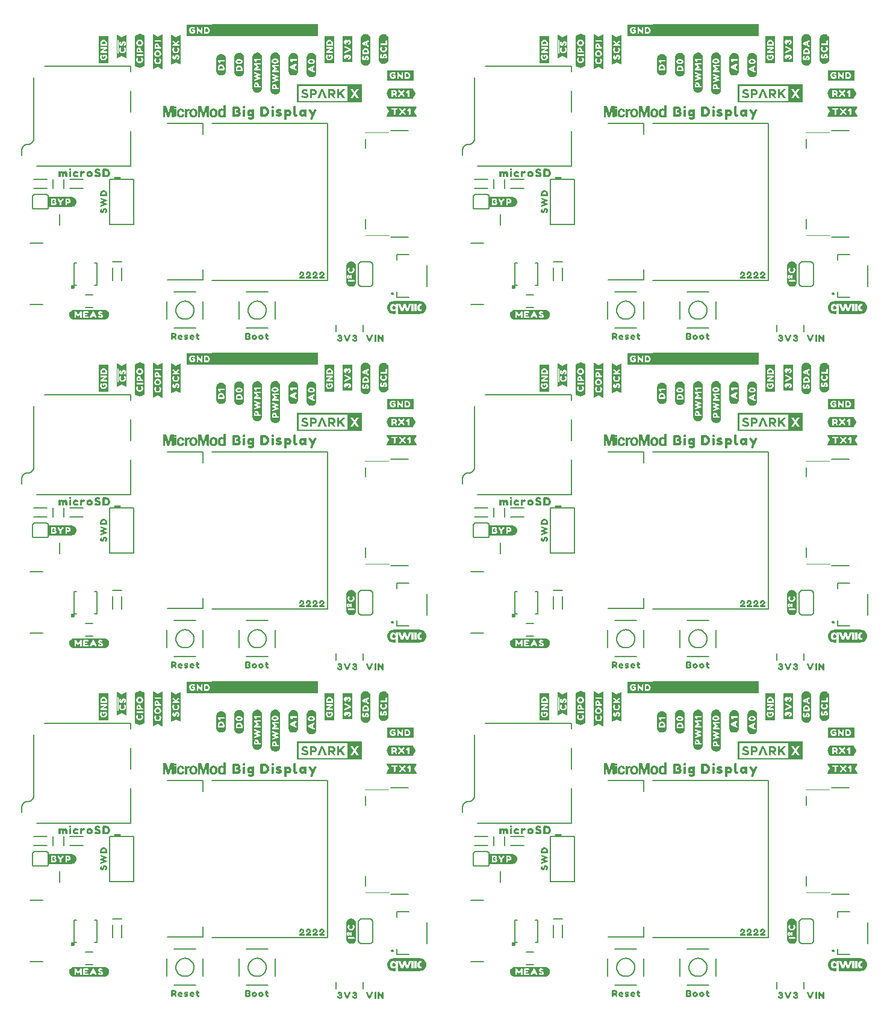
<source format=gto>
G04 EAGLE Gerber RS-274X export*
G75*
%MOMM*%
%FSLAX34Y34*%
%LPD*%
%INSilkscreen Top*%
%IPPOS*%
%AMOC8*
5,1,8,0,0,1.08239X$1,22.5*%
G01*
%ADD10R,14.922500X1.651000*%
%ADD11C,0.203200*%
%ADD12R,3.810000X0.254000*%
%ADD13C,0.600000*%
%ADD14C,0.152400*%
%ADD15C,0.254000*%
%ADD16C,0.127000*%
%ADD17C,0.010000*%

G36*
X1110027Y805211D02*
X1110027Y805211D01*
X1110022Y805219D01*
X1110029Y805225D01*
X1110029Y830535D01*
X1109993Y830583D01*
X1109986Y830577D01*
X1109980Y830585D01*
X1018540Y830585D01*
X1018493Y830549D01*
X1018498Y830541D01*
X1018491Y830535D01*
X1018491Y805225D01*
X1018527Y805177D01*
X1018534Y805183D01*
X1018540Y805175D01*
X1109980Y805175D01*
X1110027Y805211D01*
G37*
G36*
X490233Y368303D02*
X490233Y368303D01*
X490226Y368297D01*
X490220Y368305D01*
X398780Y368305D01*
X398733Y368269D01*
X398738Y368261D01*
X398731Y368255D01*
X398731Y342945D01*
X398767Y342897D01*
X398774Y342903D01*
X398780Y342895D01*
X490220Y342895D01*
X490267Y342931D01*
X490262Y342939D01*
X490269Y342945D01*
X490269Y368255D01*
X490233Y368303D01*
G37*
G36*
X1110027Y342931D02*
X1110027Y342931D01*
X1110022Y342939D01*
X1110029Y342945D01*
X1110029Y368255D01*
X1109993Y368303D01*
X1109986Y368297D01*
X1109980Y368305D01*
X1018540Y368305D01*
X1018493Y368269D01*
X1018498Y368261D01*
X1018491Y368255D01*
X1018491Y342945D01*
X1018527Y342897D01*
X1018534Y342903D01*
X1018540Y342895D01*
X1109980Y342895D01*
X1110027Y342931D01*
G37*
G36*
X490267Y805211D02*
X490267Y805211D01*
X490262Y805219D01*
X490269Y805225D01*
X490269Y830535D01*
X490233Y830583D01*
X490226Y830577D01*
X490220Y830585D01*
X398780Y830585D01*
X398733Y830549D01*
X398738Y830541D01*
X398731Y830535D01*
X398731Y805225D01*
X398767Y805177D01*
X398774Y805183D01*
X398780Y805175D01*
X490220Y805175D01*
X490267Y805211D01*
G37*
G36*
X1110027Y1267491D02*
X1110027Y1267491D01*
X1110022Y1267499D01*
X1110029Y1267505D01*
X1110029Y1292815D01*
X1109993Y1292863D01*
X1109986Y1292857D01*
X1109980Y1292865D01*
X1018540Y1292865D01*
X1018493Y1292829D01*
X1018498Y1292821D01*
X1018491Y1292815D01*
X1018491Y1267505D01*
X1018527Y1267457D01*
X1018534Y1267463D01*
X1018540Y1267455D01*
X1109980Y1267455D01*
X1110027Y1267491D01*
G37*
G36*
X490267Y1267491D02*
X490267Y1267491D01*
X490262Y1267499D01*
X490269Y1267505D01*
X490269Y1292815D01*
X490233Y1292863D01*
X490226Y1292857D01*
X490220Y1292865D01*
X398780Y1292865D01*
X398733Y1292829D01*
X398738Y1292821D01*
X398731Y1292815D01*
X398731Y1267505D01*
X398767Y1267457D01*
X398774Y1267463D01*
X398780Y1267455D01*
X490220Y1267455D01*
X490267Y1267491D01*
G37*
%LPC*%
G36*
X401179Y1269904D02*
X401179Y1269904D01*
X401179Y1290416D01*
X469743Y1290416D01*
X469743Y1269904D01*
X401179Y1269904D01*
G37*
%LPD*%
%LPC*%
G36*
X1020939Y345344D02*
X1020939Y345344D01*
X1020939Y365856D01*
X1089503Y365856D01*
X1089503Y345344D01*
X1020939Y345344D01*
G37*
%LPD*%
%LPC*%
G36*
X401179Y345344D02*
X401179Y345344D01*
X401179Y365856D01*
X469743Y365856D01*
X469743Y345344D01*
X401179Y345344D01*
G37*
%LPD*%
%LPC*%
G36*
X401179Y807624D02*
X401179Y807624D01*
X401179Y828136D01*
X469743Y828136D01*
X469743Y807624D01*
X401179Y807624D01*
G37*
%LPD*%
%LPC*%
G36*
X1020939Y807624D02*
X1020939Y807624D01*
X1020939Y828136D01*
X1089503Y828136D01*
X1089503Y807624D01*
X1020939Y807624D01*
G37*
%LPD*%
%LPC*%
G36*
X1020939Y1269904D02*
X1020939Y1269904D01*
X1020939Y1290416D01*
X1089503Y1290416D01*
X1089503Y1269904D01*
X1020939Y1269904D01*
G37*
%LPD*%
G36*
X1157048Y970167D02*
X1157048Y970167D01*
X1157069Y970170D01*
X1157078Y970187D01*
X1157087Y970193D01*
X1157085Y970202D01*
X1157092Y970216D01*
X1157108Y970603D01*
X1157107Y970604D01*
X1157108Y970605D01*
X1157108Y974840D01*
X1157108Y974841D01*
X1157098Y975234D01*
X1157091Y975245D01*
X1157093Y975258D01*
X1157073Y975271D01*
X1157060Y975291D01*
X1157047Y975288D01*
X1157036Y975296D01*
X1157002Y975281D01*
X1156993Y975279D01*
X1156992Y975276D01*
X1156989Y975275D01*
X1156558Y974789D01*
X1156155Y974462D01*
X1155708Y974199D01*
X1155223Y974014D01*
X1154716Y973897D01*
X1154198Y973844D01*
X1153677Y973865D01*
X1153156Y973914D01*
X1152649Y974033D01*
X1152150Y974185D01*
X1151687Y974423D01*
X1151237Y974684D01*
X1150849Y975032D01*
X1150484Y975402D01*
X1150179Y975825D01*
X1149918Y976275D01*
X1149702Y976751D01*
X1149542Y977247D01*
X1149416Y977756D01*
X1149343Y978273D01*
X1149303Y978796D01*
X1149298Y979320D01*
X1149338Y979843D01*
X1149405Y980361D01*
X1149531Y980870D01*
X1149688Y981367D01*
X1149905Y981842D01*
X1150167Y982291D01*
X1150474Y982712D01*
X1150842Y983080D01*
X1151231Y983426D01*
X1151686Y983679D01*
X1152154Y983906D01*
X1152653Y984058D01*
X1153163Y984163D01*
X1153684Y984211D01*
X1154205Y984220D01*
X1154723Y984161D01*
X1155228Y984037D01*
X1155711Y983846D01*
X1156158Y983582D01*
X1156562Y983260D01*
X1156992Y982712D01*
X1157007Y982707D01*
X1157015Y982694D01*
X1157037Y982697D01*
X1157057Y982690D01*
X1157067Y982701D01*
X1157083Y982703D01*
X1157095Y982731D01*
X1157103Y982739D01*
X1157102Y982745D01*
X1157105Y982750D01*
X1157108Y983250D01*
X1157108Y983779D01*
X1157111Y984121D01*
X1160346Y984121D01*
X1160347Y984121D01*
X1160364Y984121D01*
X1160364Y970503D01*
X1160365Y970501D01*
X1160365Y970499D01*
X1160381Y970215D01*
X1160394Y970198D01*
X1160397Y970177D01*
X1160415Y970169D01*
X1160422Y970160D01*
X1160431Y970162D01*
X1160444Y970156D01*
X1191372Y970156D01*
X1191375Y970158D01*
X1191378Y970156D01*
X1192959Y970307D01*
X1192961Y970309D01*
X1192964Y970308D01*
X1193482Y970405D01*
X1193485Y970408D01*
X1193489Y970407D01*
X1195001Y970889D01*
X1195005Y970893D01*
X1195012Y970894D01*
X1196408Y971651D01*
X1196410Y971656D01*
X1196417Y971658D01*
X1197650Y972657D01*
X1197651Y972660D01*
X1197656Y972662D01*
X1198019Y973044D01*
X1198020Y973046D01*
X1198022Y973047D01*
X1198696Y973864D01*
X1198696Y973866D01*
X1198699Y973868D01*
X1199002Y974299D01*
X1199002Y974302D01*
X1199006Y974305D01*
X1199750Y975707D01*
X1199750Y975712D01*
X1199751Y975713D01*
X1199753Y975715D01*
X1199753Y975716D01*
X1199755Y975717D01*
X1200225Y977234D01*
X1200224Y977239D01*
X1200228Y977244D01*
X1200298Y977767D01*
X1200298Y977768D01*
X1200298Y977769D01*
X1200404Y978823D01*
X1200403Y978825D01*
X1200405Y978828D01*
X1200413Y979355D01*
X1200411Y979357D01*
X1200413Y979362D01*
X1200253Y980942D01*
X1200249Y980946D01*
X1200250Y980954D01*
X1199779Y982470D01*
X1199776Y982473D01*
X1199776Y982478D01*
X1199553Y982956D01*
X1199551Y982957D01*
X1199551Y982959D01*
X1199046Y983890D01*
X1199044Y983891D01*
X1199043Y983894D01*
X1198753Y984334D01*
X1198751Y984335D01*
X1198749Y984340D01*
X1198076Y985156D01*
X1198074Y985156D01*
X1198074Y985158D01*
X1198041Y985194D01*
X1197985Y985257D01*
X1197929Y985320D01*
X1197873Y985383D01*
X1197817Y985445D01*
X1197761Y985508D01*
X1197722Y985551D01*
X1197718Y985552D01*
X1197715Y985558D01*
X1196490Y986568D01*
X1196485Y986569D01*
X1196480Y986575D01*
X1195086Y987334D01*
X1195082Y987334D01*
X1195078Y987338D01*
X1194583Y987521D01*
X1194582Y987521D01*
X1194580Y987522D01*
X1193569Y987836D01*
X1193567Y987836D01*
X1193564Y987838D01*
X1193050Y987952D01*
X1193047Y987950D01*
X1193043Y987953D01*
X1191989Y988059D01*
X1191464Y988112D01*
X1191461Y988111D01*
X1191457Y988112D01*
X1154406Y988112D01*
X1154404Y988111D01*
X1154400Y988112D01*
X1152820Y987964D01*
X1152818Y987963D01*
X1152815Y987964D01*
X1152296Y987873D01*
X1152293Y987870D01*
X1152288Y987871D01*
X1150773Y987395D01*
X1150770Y987391D01*
X1150762Y987390D01*
X1149367Y986633D01*
X1149365Y986629D01*
X1149359Y986627D01*
X1148939Y986307D01*
X1148939Y986306D01*
X1148937Y986306D01*
X1148121Y985632D01*
X1148120Y985629D01*
X1148116Y985628D01*
X1147748Y985250D01*
X1147747Y985248D01*
X1147744Y985246D01*
X1147071Y984430D01*
X1147070Y984428D01*
X1147068Y984426D01*
X1146760Y983999D01*
X1146759Y983995D01*
X1146755Y983992D01*
X1146005Y982593D01*
X1146006Y982588D01*
X1146001Y982582D01*
X1145530Y981066D01*
X1145531Y981061D01*
X1145528Y981056D01*
X1145451Y980534D01*
X1145452Y980533D01*
X1145451Y980531D01*
X1145344Y979478D01*
X1145345Y979476D01*
X1145344Y979474D01*
X1145329Y978947D01*
X1145331Y978944D01*
X1145329Y978939D01*
X1145489Y977359D01*
X1145492Y977355D01*
X1145491Y977347D01*
X1145956Y975829D01*
X1145959Y975827D01*
X1145959Y975822D01*
X1146177Y975342D01*
X1146179Y975341D01*
X1146179Y975338D01*
X1146684Y974408D01*
X1146686Y974406D01*
X1146686Y974404D01*
X1146971Y973960D01*
X1146974Y973958D01*
X1146976Y973954D01*
X1146985Y973942D01*
X1147038Y973880D01*
X1147091Y973817D01*
X1147249Y973629D01*
X1147302Y973566D01*
X1147355Y973503D01*
X1147407Y973440D01*
X1147460Y973378D01*
X1147513Y973315D01*
X1147671Y973127D01*
X1147724Y973064D01*
X1147777Y973001D01*
X1147830Y972938D01*
X1147882Y972876D01*
X1147997Y972739D01*
X1148002Y972738D01*
X1148005Y972731D01*
X1149230Y971721D01*
X1149235Y971720D01*
X1149240Y971714D01*
X1150630Y970950D01*
X1150634Y970950D01*
X1150638Y970946D01*
X1151130Y970757D01*
X1151132Y970757D01*
X1151134Y970755D01*
X1152145Y970442D01*
X1152147Y970442D01*
X1152149Y970440D01*
X1152662Y970320D01*
X1152666Y970321D01*
X1152670Y970319D01*
X1154250Y970159D01*
X1154253Y970161D01*
X1154256Y970159D01*
X1157030Y970156D01*
X1157048Y970167D01*
G37*
G36*
X537288Y970167D02*
X537288Y970167D01*
X537309Y970170D01*
X537318Y970187D01*
X537327Y970193D01*
X537325Y970202D01*
X537332Y970216D01*
X537348Y970603D01*
X537347Y970604D01*
X537348Y970605D01*
X537348Y974840D01*
X537348Y974841D01*
X537338Y975234D01*
X537331Y975245D01*
X537333Y975258D01*
X537313Y975271D01*
X537300Y975291D01*
X537287Y975288D01*
X537276Y975296D01*
X537242Y975281D01*
X537233Y975279D01*
X537232Y975276D01*
X537229Y975275D01*
X536798Y974789D01*
X536395Y974462D01*
X535948Y974199D01*
X535463Y974014D01*
X534956Y973897D01*
X534438Y973844D01*
X533917Y973865D01*
X533396Y973914D01*
X532889Y974033D01*
X532390Y974185D01*
X531927Y974423D01*
X531477Y974684D01*
X531089Y975032D01*
X530724Y975402D01*
X530419Y975825D01*
X530158Y976275D01*
X529942Y976751D01*
X529782Y977247D01*
X529656Y977756D01*
X529583Y978273D01*
X529543Y978796D01*
X529538Y979320D01*
X529578Y979843D01*
X529645Y980361D01*
X529771Y980870D01*
X529928Y981367D01*
X530145Y981842D01*
X530407Y982291D01*
X530714Y982712D01*
X531082Y983080D01*
X531471Y983426D01*
X531926Y983679D01*
X532394Y983906D01*
X532893Y984058D01*
X533403Y984163D01*
X533924Y984211D01*
X534445Y984220D01*
X534963Y984161D01*
X535468Y984037D01*
X535951Y983846D01*
X536398Y983582D01*
X536802Y983260D01*
X537232Y982712D01*
X537247Y982707D01*
X537255Y982694D01*
X537277Y982697D01*
X537297Y982690D01*
X537307Y982701D01*
X537323Y982703D01*
X537335Y982731D01*
X537343Y982739D01*
X537342Y982745D01*
X537345Y982750D01*
X537348Y983250D01*
X537348Y983779D01*
X537351Y984121D01*
X540586Y984121D01*
X540587Y984121D01*
X540604Y984121D01*
X540604Y970503D01*
X540605Y970501D01*
X540605Y970499D01*
X540621Y970215D01*
X540634Y970198D01*
X540637Y970177D01*
X540655Y970169D01*
X540662Y970160D01*
X540671Y970162D01*
X540684Y970156D01*
X571612Y970156D01*
X571615Y970158D01*
X571618Y970156D01*
X573199Y970307D01*
X573201Y970309D01*
X573204Y970308D01*
X573722Y970405D01*
X573725Y970408D01*
X573729Y970407D01*
X575241Y970889D01*
X575245Y970893D01*
X575252Y970894D01*
X576648Y971651D01*
X576650Y971656D01*
X576657Y971658D01*
X577890Y972657D01*
X577891Y972660D01*
X577896Y972662D01*
X578259Y973044D01*
X578260Y973046D01*
X578262Y973047D01*
X578936Y973864D01*
X578936Y973866D01*
X578939Y973868D01*
X579242Y974299D01*
X579242Y974302D01*
X579246Y974305D01*
X579990Y975707D01*
X579990Y975712D01*
X579991Y975713D01*
X579993Y975715D01*
X579993Y975716D01*
X579995Y975717D01*
X580465Y977234D01*
X580464Y977239D01*
X580468Y977244D01*
X580538Y977767D01*
X580538Y977768D01*
X580538Y977769D01*
X580644Y978823D01*
X580643Y978825D01*
X580645Y978828D01*
X580653Y979355D01*
X580651Y979357D01*
X580653Y979362D01*
X580493Y980942D01*
X580489Y980946D01*
X580490Y980954D01*
X580019Y982470D01*
X580016Y982473D01*
X580016Y982478D01*
X579793Y982956D01*
X579791Y982957D01*
X579791Y982959D01*
X579286Y983890D01*
X579284Y983891D01*
X579283Y983894D01*
X578993Y984334D01*
X578991Y984335D01*
X578989Y984340D01*
X578316Y985156D01*
X578314Y985156D01*
X578314Y985158D01*
X578281Y985194D01*
X578225Y985257D01*
X578169Y985320D01*
X578113Y985383D01*
X578057Y985445D01*
X578001Y985508D01*
X577962Y985551D01*
X577958Y985552D01*
X577955Y985558D01*
X576730Y986568D01*
X576725Y986569D01*
X576720Y986575D01*
X575326Y987334D01*
X575322Y987334D01*
X575318Y987338D01*
X574823Y987521D01*
X574822Y987521D01*
X574820Y987522D01*
X573809Y987836D01*
X573807Y987836D01*
X573804Y987838D01*
X573290Y987952D01*
X573287Y987950D01*
X573283Y987953D01*
X572229Y988059D01*
X571704Y988112D01*
X571701Y988111D01*
X571697Y988112D01*
X534646Y988112D01*
X534644Y988111D01*
X534640Y988112D01*
X533060Y987964D01*
X533058Y987963D01*
X533055Y987964D01*
X532536Y987873D01*
X532533Y987870D01*
X532528Y987871D01*
X531013Y987395D01*
X531010Y987391D01*
X531002Y987390D01*
X529607Y986633D01*
X529605Y986629D01*
X529599Y986627D01*
X529179Y986307D01*
X529179Y986306D01*
X529177Y986306D01*
X528361Y985632D01*
X528360Y985629D01*
X528356Y985628D01*
X527988Y985250D01*
X527987Y985248D01*
X527984Y985246D01*
X527311Y984430D01*
X527310Y984428D01*
X527308Y984426D01*
X527000Y983999D01*
X526999Y983995D01*
X526995Y983992D01*
X526245Y982593D01*
X526246Y982588D01*
X526241Y982582D01*
X525770Y981066D01*
X525771Y981061D01*
X525768Y981056D01*
X525691Y980534D01*
X525692Y980533D01*
X525691Y980531D01*
X525584Y979478D01*
X525585Y979476D01*
X525584Y979474D01*
X525569Y978947D01*
X525571Y978944D01*
X525569Y978939D01*
X525729Y977359D01*
X525732Y977355D01*
X525731Y977347D01*
X526196Y975829D01*
X526199Y975827D01*
X526199Y975822D01*
X526417Y975342D01*
X526419Y975341D01*
X526419Y975338D01*
X526924Y974408D01*
X526926Y974406D01*
X526926Y974404D01*
X527211Y973960D01*
X527214Y973958D01*
X527216Y973954D01*
X527225Y973942D01*
X527278Y973880D01*
X527331Y973817D01*
X527489Y973629D01*
X527542Y973566D01*
X527595Y973503D01*
X527647Y973440D01*
X527700Y973378D01*
X527753Y973315D01*
X527911Y973127D01*
X527964Y973064D01*
X528017Y973001D01*
X528070Y972938D01*
X528122Y972876D01*
X528237Y972739D01*
X528242Y972738D01*
X528245Y972731D01*
X529470Y971721D01*
X529475Y971720D01*
X529480Y971714D01*
X530870Y970950D01*
X530874Y970950D01*
X530878Y970946D01*
X531370Y970757D01*
X531372Y970757D01*
X531374Y970755D01*
X532385Y970442D01*
X532387Y970442D01*
X532389Y970440D01*
X532902Y970320D01*
X532906Y970321D01*
X532910Y970319D01*
X534490Y970159D01*
X534493Y970161D01*
X534496Y970159D01*
X537270Y970156D01*
X537288Y970167D01*
G37*
G36*
X537288Y507887D02*
X537288Y507887D01*
X537309Y507890D01*
X537318Y507907D01*
X537327Y507913D01*
X537325Y507922D01*
X537332Y507936D01*
X537348Y508323D01*
X537347Y508324D01*
X537348Y508325D01*
X537348Y512560D01*
X537348Y512561D01*
X537338Y512954D01*
X537331Y512965D01*
X537333Y512978D01*
X537313Y512991D01*
X537300Y513011D01*
X537287Y513008D01*
X537276Y513016D01*
X537242Y513001D01*
X537233Y512999D01*
X537232Y512996D01*
X537229Y512995D01*
X536798Y512509D01*
X536395Y512182D01*
X535948Y511919D01*
X535463Y511734D01*
X534956Y511617D01*
X534438Y511564D01*
X533917Y511585D01*
X533396Y511634D01*
X532889Y511753D01*
X532390Y511905D01*
X531927Y512143D01*
X531477Y512404D01*
X531089Y512752D01*
X530724Y513122D01*
X530419Y513545D01*
X530158Y513995D01*
X529942Y514471D01*
X529782Y514967D01*
X529656Y515476D01*
X529583Y515993D01*
X529543Y516516D01*
X529538Y517040D01*
X529578Y517563D01*
X529645Y518081D01*
X529771Y518590D01*
X529928Y519087D01*
X530145Y519562D01*
X530407Y520011D01*
X530714Y520432D01*
X531082Y520800D01*
X531471Y521146D01*
X531926Y521399D01*
X532394Y521626D01*
X532893Y521778D01*
X533403Y521883D01*
X533924Y521931D01*
X534445Y521940D01*
X534963Y521881D01*
X535468Y521757D01*
X535951Y521566D01*
X536398Y521302D01*
X536802Y520980D01*
X537232Y520432D01*
X537247Y520427D01*
X537255Y520414D01*
X537277Y520417D01*
X537297Y520410D01*
X537307Y520421D01*
X537323Y520423D01*
X537335Y520451D01*
X537343Y520459D01*
X537342Y520465D01*
X537345Y520470D01*
X537348Y520970D01*
X537348Y521499D01*
X537351Y521841D01*
X540586Y521841D01*
X540587Y521841D01*
X540604Y521841D01*
X540604Y508223D01*
X540605Y508221D01*
X540605Y508219D01*
X540621Y507935D01*
X540634Y507918D01*
X540637Y507897D01*
X540655Y507889D01*
X540662Y507880D01*
X540671Y507882D01*
X540684Y507876D01*
X571612Y507876D01*
X571615Y507878D01*
X571618Y507876D01*
X573199Y508027D01*
X573201Y508029D01*
X573204Y508028D01*
X573722Y508125D01*
X573725Y508128D01*
X573729Y508127D01*
X575241Y508609D01*
X575245Y508613D01*
X575252Y508614D01*
X576648Y509371D01*
X576650Y509376D01*
X576657Y509378D01*
X577890Y510377D01*
X577891Y510380D01*
X577896Y510382D01*
X578259Y510764D01*
X578260Y510766D01*
X578262Y510767D01*
X578936Y511584D01*
X578936Y511586D01*
X578939Y511588D01*
X579242Y512019D01*
X579242Y512022D01*
X579246Y512025D01*
X579990Y513427D01*
X579990Y513432D01*
X579991Y513433D01*
X579993Y513435D01*
X579993Y513436D01*
X579995Y513437D01*
X580465Y514954D01*
X580464Y514959D01*
X580468Y514964D01*
X580538Y515487D01*
X580538Y515488D01*
X580538Y515489D01*
X580644Y516543D01*
X580643Y516545D01*
X580645Y516548D01*
X580653Y517075D01*
X580651Y517077D01*
X580653Y517082D01*
X580493Y518662D01*
X580489Y518666D01*
X580490Y518674D01*
X580019Y520190D01*
X580016Y520193D01*
X580016Y520198D01*
X579793Y520676D01*
X579791Y520677D01*
X579791Y520679D01*
X579286Y521610D01*
X579284Y521611D01*
X579283Y521614D01*
X578993Y522054D01*
X578991Y522055D01*
X578989Y522060D01*
X578316Y522876D01*
X578314Y522876D01*
X578314Y522878D01*
X578281Y522914D01*
X578225Y522977D01*
X578169Y523040D01*
X578113Y523103D01*
X578057Y523165D01*
X578001Y523228D01*
X577962Y523271D01*
X577958Y523272D01*
X577955Y523278D01*
X576730Y524288D01*
X576725Y524289D01*
X576720Y524295D01*
X575326Y525054D01*
X575322Y525054D01*
X575318Y525058D01*
X574823Y525241D01*
X574822Y525241D01*
X574820Y525242D01*
X573809Y525556D01*
X573807Y525556D01*
X573804Y525558D01*
X573290Y525672D01*
X573287Y525670D01*
X573283Y525673D01*
X572229Y525779D01*
X571704Y525832D01*
X571701Y525831D01*
X571697Y525832D01*
X534646Y525832D01*
X534644Y525831D01*
X534640Y525832D01*
X533060Y525684D01*
X533058Y525683D01*
X533055Y525684D01*
X532536Y525593D01*
X532533Y525590D01*
X532528Y525591D01*
X531013Y525115D01*
X531010Y525111D01*
X531002Y525110D01*
X529607Y524353D01*
X529605Y524349D01*
X529599Y524347D01*
X529179Y524027D01*
X529179Y524026D01*
X529177Y524026D01*
X528361Y523352D01*
X528360Y523349D01*
X528356Y523348D01*
X527988Y522970D01*
X527987Y522968D01*
X527984Y522966D01*
X527311Y522150D01*
X527310Y522148D01*
X527308Y522146D01*
X527000Y521719D01*
X526999Y521715D01*
X526995Y521712D01*
X526245Y520313D01*
X526246Y520308D01*
X526241Y520302D01*
X525770Y518786D01*
X525771Y518781D01*
X525768Y518776D01*
X525691Y518254D01*
X525692Y518253D01*
X525691Y518251D01*
X525584Y517198D01*
X525585Y517196D01*
X525584Y517194D01*
X525569Y516667D01*
X525571Y516664D01*
X525569Y516659D01*
X525729Y515079D01*
X525732Y515075D01*
X525731Y515067D01*
X526196Y513549D01*
X526199Y513547D01*
X526199Y513542D01*
X526417Y513062D01*
X526419Y513061D01*
X526419Y513058D01*
X526924Y512128D01*
X526926Y512126D01*
X526926Y512124D01*
X527211Y511680D01*
X527214Y511678D01*
X527216Y511674D01*
X527225Y511662D01*
X527278Y511600D01*
X527331Y511537D01*
X527489Y511349D01*
X527542Y511286D01*
X527595Y511223D01*
X527647Y511160D01*
X527700Y511098D01*
X527753Y511035D01*
X527911Y510847D01*
X527964Y510784D01*
X528017Y510721D01*
X528070Y510658D01*
X528122Y510596D01*
X528237Y510459D01*
X528242Y510458D01*
X528245Y510451D01*
X529470Y509441D01*
X529475Y509440D01*
X529480Y509434D01*
X530870Y508670D01*
X530874Y508670D01*
X530878Y508666D01*
X531370Y508477D01*
X531372Y508477D01*
X531374Y508475D01*
X532385Y508162D01*
X532387Y508162D01*
X532389Y508160D01*
X532902Y508040D01*
X532906Y508041D01*
X532910Y508039D01*
X534490Y507879D01*
X534493Y507881D01*
X534496Y507879D01*
X537270Y507876D01*
X537288Y507887D01*
G37*
G36*
X1157048Y507887D02*
X1157048Y507887D01*
X1157069Y507890D01*
X1157078Y507907D01*
X1157087Y507913D01*
X1157085Y507922D01*
X1157092Y507936D01*
X1157108Y508323D01*
X1157107Y508324D01*
X1157108Y508325D01*
X1157108Y512560D01*
X1157108Y512561D01*
X1157098Y512954D01*
X1157091Y512965D01*
X1157093Y512978D01*
X1157073Y512991D01*
X1157060Y513011D01*
X1157047Y513008D01*
X1157036Y513016D01*
X1157002Y513001D01*
X1156993Y512999D01*
X1156992Y512996D01*
X1156989Y512995D01*
X1156558Y512509D01*
X1156155Y512182D01*
X1155708Y511919D01*
X1155223Y511734D01*
X1154716Y511617D01*
X1154198Y511564D01*
X1153677Y511585D01*
X1153156Y511634D01*
X1152649Y511753D01*
X1152150Y511905D01*
X1151687Y512143D01*
X1151237Y512404D01*
X1150849Y512752D01*
X1150484Y513122D01*
X1150179Y513545D01*
X1149918Y513995D01*
X1149702Y514471D01*
X1149542Y514967D01*
X1149416Y515476D01*
X1149343Y515993D01*
X1149303Y516516D01*
X1149298Y517040D01*
X1149338Y517563D01*
X1149405Y518081D01*
X1149531Y518590D01*
X1149688Y519087D01*
X1149905Y519562D01*
X1150167Y520011D01*
X1150474Y520432D01*
X1150842Y520800D01*
X1151231Y521146D01*
X1151686Y521399D01*
X1152154Y521626D01*
X1152653Y521778D01*
X1153163Y521883D01*
X1153684Y521931D01*
X1154205Y521940D01*
X1154723Y521881D01*
X1155228Y521757D01*
X1155711Y521566D01*
X1156158Y521302D01*
X1156562Y520980D01*
X1156992Y520432D01*
X1157007Y520427D01*
X1157015Y520414D01*
X1157037Y520417D01*
X1157057Y520410D01*
X1157067Y520421D01*
X1157083Y520423D01*
X1157095Y520451D01*
X1157103Y520459D01*
X1157102Y520465D01*
X1157105Y520470D01*
X1157108Y520970D01*
X1157108Y521499D01*
X1157111Y521841D01*
X1160346Y521841D01*
X1160347Y521841D01*
X1160364Y521841D01*
X1160364Y508223D01*
X1160365Y508221D01*
X1160365Y508219D01*
X1160381Y507935D01*
X1160394Y507918D01*
X1160397Y507897D01*
X1160415Y507889D01*
X1160422Y507880D01*
X1160431Y507882D01*
X1160444Y507876D01*
X1191372Y507876D01*
X1191375Y507878D01*
X1191378Y507876D01*
X1192959Y508027D01*
X1192961Y508029D01*
X1192964Y508028D01*
X1193482Y508125D01*
X1193485Y508128D01*
X1193489Y508127D01*
X1195001Y508609D01*
X1195005Y508613D01*
X1195012Y508614D01*
X1196408Y509371D01*
X1196410Y509376D01*
X1196417Y509378D01*
X1197650Y510377D01*
X1197651Y510380D01*
X1197656Y510382D01*
X1198019Y510764D01*
X1198020Y510766D01*
X1198022Y510767D01*
X1198696Y511584D01*
X1198696Y511586D01*
X1198699Y511588D01*
X1199002Y512019D01*
X1199002Y512022D01*
X1199006Y512025D01*
X1199750Y513427D01*
X1199750Y513432D01*
X1199751Y513433D01*
X1199753Y513435D01*
X1199753Y513436D01*
X1199755Y513437D01*
X1200225Y514954D01*
X1200224Y514959D01*
X1200228Y514964D01*
X1200298Y515487D01*
X1200298Y515488D01*
X1200298Y515489D01*
X1200404Y516543D01*
X1200403Y516545D01*
X1200405Y516548D01*
X1200413Y517075D01*
X1200411Y517077D01*
X1200413Y517082D01*
X1200253Y518662D01*
X1200249Y518666D01*
X1200250Y518674D01*
X1199779Y520190D01*
X1199776Y520193D01*
X1199776Y520198D01*
X1199553Y520676D01*
X1199551Y520677D01*
X1199551Y520679D01*
X1199046Y521610D01*
X1199044Y521611D01*
X1199043Y521614D01*
X1198753Y522054D01*
X1198751Y522055D01*
X1198749Y522060D01*
X1198076Y522876D01*
X1198074Y522876D01*
X1198074Y522878D01*
X1198041Y522914D01*
X1197985Y522977D01*
X1197929Y523040D01*
X1197873Y523103D01*
X1197817Y523165D01*
X1197761Y523228D01*
X1197722Y523271D01*
X1197718Y523272D01*
X1197715Y523278D01*
X1196490Y524288D01*
X1196485Y524289D01*
X1196480Y524295D01*
X1195086Y525054D01*
X1195082Y525054D01*
X1195078Y525058D01*
X1194583Y525241D01*
X1194582Y525241D01*
X1194580Y525242D01*
X1193569Y525556D01*
X1193567Y525556D01*
X1193564Y525558D01*
X1193050Y525672D01*
X1193047Y525670D01*
X1193043Y525673D01*
X1191989Y525779D01*
X1191464Y525832D01*
X1191461Y525831D01*
X1191457Y525832D01*
X1154406Y525832D01*
X1154404Y525831D01*
X1154400Y525832D01*
X1152820Y525684D01*
X1152818Y525683D01*
X1152815Y525684D01*
X1152296Y525593D01*
X1152293Y525590D01*
X1152288Y525591D01*
X1150773Y525115D01*
X1150770Y525111D01*
X1150762Y525110D01*
X1149367Y524353D01*
X1149365Y524349D01*
X1149359Y524347D01*
X1148939Y524027D01*
X1148939Y524026D01*
X1148937Y524026D01*
X1148121Y523352D01*
X1148120Y523349D01*
X1148116Y523348D01*
X1147748Y522970D01*
X1147747Y522968D01*
X1147744Y522966D01*
X1147071Y522150D01*
X1147070Y522148D01*
X1147068Y522146D01*
X1146760Y521719D01*
X1146759Y521715D01*
X1146755Y521712D01*
X1146005Y520313D01*
X1146006Y520308D01*
X1146001Y520302D01*
X1145530Y518786D01*
X1145531Y518781D01*
X1145528Y518776D01*
X1145451Y518254D01*
X1145452Y518253D01*
X1145451Y518251D01*
X1145344Y517198D01*
X1145345Y517196D01*
X1145344Y517194D01*
X1145329Y516667D01*
X1145331Y516664D01*
X1145329Y516659D01*
X1145489Y515079D01*
X1145492Y515075D01*
X1145491Y515067D01*
X1145956Y513549D01*
X1145959Y513547D01*
X1145959Y513542D01*
X1146177Y513062D01*
X1146179Y513061D01*
X1146179Y513058D01*
X1146684Y512128D01*
X1146686Y512126D01*
X1146686Y512124D01*
X1146971Y511680D01*
X1146974Y511678D01*
X1146976Y511674D01*
X1146985Y511662D01*
X1147038Y511600D01*
X1147091Y511537D01*
X1147249Y511349D01*
X1147302Y511286D01*
X1147355Y511223D01*
X1147407Y511160D01*
X1147460Y511098D01*
X1147513Y511035D01*
X1147671Y510847D01*
X1147724Y510784D01*
X1147777Y510721D01*
X1147830Y510658D01*
X1147882Y510596D01*
X1147997Y510459D01*
X1148002Y510458D01*
X1148005Y510451D01*
X1149230Y509441D01*
X1149235Y509440D01*
X1149240Y509434D01*
X1150630Y508670D01*
X1150634Y508670D01*
X1150638Y508666D01*
X1151130Y508477D01*
X1151132Y508477D01*
X1151134Y508475D01*
X1152145Y508162D01*
X1152147Y508162D01*
X1152149Y508160D01*
X1152662Y508040D01*
X1152666Y508041D01*
X1152670Y508039D01*
X1154250Y507879D01*
X1154253Y507881D01*
X1154256Y507879D01*
X1157030Y507876D01*
X1157048Y507887D01*
G37*
G36*
X1157048Y45607D02*
X1157048Y45607D01*
X1157069Y45610D01*
X1157078Y45627D01*
X1157087Y45633D01*
X1157085Y45642D01*
X1157092Y45656D01*
X1157108Y46043D01*
X1157107Y46044D01*
X1157108Y46045D01*
X1157108Y50280D01*
X1157108Y50281D01*
X1157098Y50674D01*
X1157091Y50685D01*
X1157093Y50698D01*
X1157073Y50711D01*
X1157060Y50731D01*
X1157047Y50728D01*
X1157036Y50736D01*
X1157002Y50721D01*
X1156993Y50719D01*
X1156992Y50716D01*
X1156989Y50715D01*
X1156558Y50229D01*
X1156155Y49902D01*
X1155708Y49639D01*
X1155223Y49454D01*
X1154716Y49337D01*
X1154198Y49284D01*
X1153677Y49305D01*
X1153156Y49354D01*
X1152649Y49473D01*
X1152150Y49625D01*
X1151687Y49863D01*
X1151237Y50124D01*
X1150849Y50472D01*
X1150484Y50842D01*
X1150179Y51265D01*
X1149918Y51715D01*
X1149702Y52191D01*
X1149542Y52687D01*
X1149416Y53196D01*
X1149343Y53713D01*
X1149303Y54236D01*
X1149298Y54760D01*
X1149338Y55283D01*
X1149405Y55801D01*
X1149531Y56310D01*
X1149688Y56807D01*
X1149905Y57282D01*
X1150167Y57731D01*
X1150474Y58152D01*
X1150842Y58520D01*
X1151231Y58866D01*
X1151686Y59119D01*
X1152154Y59346D01*
X1152653Y59498D01*
X1153163Y59603D01*
X1153684Y59651D01*
X1154205Y59660D01*
X1154723Y59601D01*
X1155228Y59477D01*
X1155711Y59286D01*
X1156158Y59022D01*
X1156562Y58700D01*
X1156992Y58152D01*
X1157007Y58147D01*
X1157015Y58134D01*
X1157037Y58137D01*
X1157057Y58130D01*
X1157067Y58141D01*
X1157083Y58143D01*
X1157095Y58171D01*
X1157103Y58179D01*
X1157102Y58185D01*
X1157105Y58190D01*
X1157108Y58690D01*
X1157108Y59219D01*
X1157111Y59561D01*
X1160346Y59561D01*
X1160347Y59561D01*
X1160364Y59561D01*
X1160364Y45943D01*
X1160365Y45941D01*
X1160365Y45939D01*
X1160381Y45655D01*
X1160394Y45638D01*
X1160397Y45617D01*
X1160415Y45609D01*
X1160422Y45600D01*
X1160431Y45602D01*
X1160444Y45596D01*
X1191372Y45596D01*
X1191375Y45598D01*
X1191378Y45596D01*
X1192959Y45747D01*
X1192961Y45749D01*
X1192964Y45748D01*
X1193482Y45845D01*
X1193485Y45848D01*
X1193489Y45847D01*
X1195001Y46329D01*
X1195005Y46333D01*
X1195012Y46334D01*
X1196408Y47091D01*
X1196410Y47096D01*
X1196417Y47098D01*
X1197650Y48097D01*
X1197651Y48100D01*
X1197656Y48102D01*
X1198019Y48484D01*
X1198020Y48486D01*
X1198022Y48487D01*
X1198696Y49304D01*
X1198696Y49306D01*
X1198699Y49308D01*
X1199002Y49739D01*
X1199002Y49742D01*
X1199006Y49745D01*
X1199750Y51147D01*
X1199750Y51152D01*
X1199751Y51153D01*
X1199753Y51155D01*
X1199753Y51156D01*
X1199755Y51157D01*
X1200225Y52674D01*
X1200224Y52679D01*
X1200228Y52684D01*
X1200298Y53207D01*
X1200298Y53208D01*
X1200298Y53209D01*
X1200404Y54263D01*
X1200403Y54265D01*
X1200405Y54268D01*
X1200413Y54795D01*
X1200411Y54797D01*
X1200413Y54802D01*
X1200253Y56382D01*
X1200249Y56386D01*
X1200250Y56394D01*
X1199779Y57910D01*
X1199776Y57913D01*
X1199776Y57918D01*
X1199553Y58396D01*
X1199551Y58397D01*
X1199551Y58399D01*
X1199046Y59330D01*
X1199044Y59331D01*
X1199043Y59334D01*
X1198753Y59774D01*
X1198751Y59775D01*
X1198749Y59780D01*
X1198076Y60596D01*
X1198074Y60596D01*
X1198074Y60598D01*
X1198041Y60634D01*
X1197985Y60697D01*
X1197929Y60760D01*
X1197873Y60823D01*
X1197817Y60885D01*
X1197761Y60948D01*
X1197722Y60991D01*
X1197718Y60992D01*
X1197715Y60998D01*
X1196490Y62008D01*
X1196485Y62009D01*
X1196480Y62015D01*
X1195086Y62774D01*
X1195082Y62774D01*
X1195078Y62778D01*
X1194583Y62961D01*
X1194582Y62961D01*
X1194580Y62962D01*
X1193569Y63276D01*
X1193567Y63276D01*
X1193564Y63278D01*
X1193050Y63392D01*
X1193047Y63390D01*
X1193043Y63393D01*
X1191989Y63499D01*
X1191464Y63552D01*
X1191461Y63551D01*
X1191457Y63552D01*
X1154406Y63552D01*
X1154404Y63551D01*
X1154400Y63552D01*
X1152820Y63404D01*
X1152818Y63403D01*
X1152815Y63404D01*
X1152296Y63313D01*
X1152293Y63310D01*
X1152288Y63311D01*
X1150773Y62835D01*
X1150770Y62831D01*
X1150762Y62830D01*
X1149367Y62073D01*
X1149365Y62069D01*
X1149359Y62067D01*
X1148939Y61747D01*
X1148939Y61746D01*
X1148937Y61746D01*
X1148121Y61072D01*
X1148120Y61069D01*
X1148116Y61068D01*
X1147748Y60690D01*
X1147747Y60688D01*
X1147744Y60686D01*
X1147071Y59870D01*
X1147070Y59868D01*
X1147068Y59866D01*
X1146760Y59439D01*
X1146759Y59435D01*
X1146755Y59432D01*
X1146005Y58033D01*
X1146006Y58028D01*
X1146001Y58022D01*
X1145530Y56506D01*
X1145531Y56501D01*
X1145528Y56496D01*
X1145451Y55974D01*
X1145452Y55973D01*
X1145451Y55971D01*
X1145344Y54918D01*
X1145345Y54916D01*
X1145344Y54914D01*
X1145329Y54387D01*
X1145331Y54384D01*
X1145329Y54379D01*
X1145489Y52799D01*
X1145492Y52795D01*
X1145491Y52787D01*
X1145956Y51269D01*
X1145959Y51267D01*
X1145959Y51262D01*
X1146177Y50782D01*
X1146179Y50781D01*
X1146179Y50778D01*
X1146684Y49848D01*
X1146686Y49846D01*
X1146686Y49844D01*
X1146971Y49400D01*
X1146974Y49398D01*
X1146976Y49394D01*
X1146985Y49382D01*
X1147038Y49320D01*
X1147091Y49257D01*
X1147249Y49069D01*
X1147302Y49006D01*
X1147355Y48943D01*
X1147407Y48880D01*
X1147460Y48818D01*
X1147513Y48755D01*
X1147671Y48567D01*
X1147724Y48504D01*
X1147777Y48441D01*
X1147830Y48378D01*
X1147882Y48316D01*
X1147997Y48179D01*
X1148002Y48178D01*
X1148005Y48171D01*
X1149230Y47161D01*
X1149235Y47160D01*
X1149240Y47154D01*
X1150630Y46390D01*
X1150634Y46390D01*
X1150638Y46386D01*
X1151130Y46197D01*
X1151132Y46197D01*
X1151134Y46195D01*
X1152145Y45882D01*
X1152147Y45882D01*
X1152149Y45880D01*
X1152662Y45760D01*
X1152666Y45761D01*
X1152670Y45759D01*
X1154250Y45599D01*
X1154253Y45601D01*
X1154256Y45599D01*
X1157030Y45596D01*
X1157048Y45607D01*
G37*
G36*
X537288Y45607D02*
X537288Y45607D01*
X537309Y45610D01*
X537318Y45627D01*
X537327Y45633D01*
X537325Y45642D01*
X537332Y45656D01*
X537348Y46043D01*
X537347Y46044D01*
X537348Y46045D01*
X537348Y50280D01*
X537348Y50281D01*
X537338Y50674D01*
X537331Y50685D01*
X537333Y50698D01*
X537313Y50711D01*
X537300Y50731D01*
X537287Y50728D01*
X537276Y50736D01*
X537242Y50721D01*
X537233Y50719D01*
X537232Y50716D01*
X537229Y50715D01*
X536798Y50229D01*
X536395Y49902D01*
X535948Y49639D01*
X535463Y49454D01*
X534956Y49337D01*
X534438Y49284D01*
X533917Y49305D01*
X533396Y49354D01*
X532889Y49473D01*
X532390Y49625D01*
X531927Y49863D01*
X531477Y50124D01*
X531089Y50472D01*
X530724Y50842D01*
X530419Y51265D01*
X530158Y51715D01*
X529942Y52191D01*
X529782Y52687D01*
X529656Y53196D01*
X529583Y53713D01*
X529543Y54236D01*
X529538Y54760D01*
X529578Y55283D01*
X529645Y55801D01*
X529771Y56310D01*
X529928Y56807D01*
X530145Y57282D01*
X530407Y57731D01*
X530714Y58152D01*
X531082Y58520D01*
X531471Y58866D01*
X531926Y59119D01*
X532394Y59346D01*
X532893Y59498D01*
X533403Y59603D01*
X533924Y59651D01*
X534445Y59660D01*
X534963Y59601D01*
X535468Y59477D01*
X535951Y59286D01*
X536398Y59022D01*
X536802Y58700D01*
X537232Y58152D01*
X537247Y58147D01*
X537255Y58134D01*
X537277Y58137D01*
X537297Y58130D01*
X537307Y58141D01*
X537323Y58143D01*
X537335Y58171D01*
X537343Y58179D01*
X537342Y58185D01*
X537345Y58190D01*
X537348Y58690D01*
X537348Y59219D01*
X537351Y59561D01*
X540586Y59561D01*
X540587Y59561D01*
X540604Y59561D01*
X540604Y45943D01*
X540605Y45941D01*
X540605Y45939D01*
X540621Y45655D01*
X540634Y45638D01*
X540637Y45617D01*
X540655Y45609D01*
X540662Y45600D01*
X540671Y45602D01*
X540684Y45596D01*
X571612Y45596D01*
X571615Y45598D01*
X571618Y45596D01*
X573199Y45747D01*
X573201Y45749D01*
X573204Y45748D01*
X573722Y45845D01*
X573725Y45848D01*
X573729Y45847D01*
X575241Y46329D01*
X575245Y46333D01*
X575252Y46334D01*
X576648Y47091D01*
X576650Y47096D01*
X576657Y47098D01*
X577890Y48097D01*
X577891Y48100D01*
X577896Y48102D01*
X578259Y48484D01*
X578260Y48486D01*
X578262Y48487D01*
X578936Y49304D01*
X578936Y49306D01*
X578939Y49308D01*
X579242Y49739D01*
X579242Y49742D01*
X579246Y49745D01*
X579990Y51147D01*
X579990Y51152D01*
X579991Y51153D01*
X579993Y51155D01*
X579993Y51156D01*
X579995Y51157D01*
X580465Y52674D01*
X580464Y52679D01*
X580468Y52684D01*
X580538Y53207D01*
X580538Y53208D01*
X580538Y53209D01*
X580644Y54263D01*
X580643Y54265D01*
X580645Y54268D01*
X580653Y54795D01*
X580651Y54797D01*
X580653Y54802D01*
X580493Y56382D01*
X580489Y56386D01*
X580490Y56394D01*
X580019Y57910D01*
X580016Y57913D01*
X580016Y57918D01*
X579793Y58396D01*
X579791Y58397D01*
X579791Y58399D01*
X579286Y59330D01*
X579284Y59331D01*
X579283Y59334D01*
X578993Y59774D01*
X578991Y59775D01*
X578989Y59780D01*
X578316Y60596D01*
X578314Y60596D01*
X578314Y60598D01*
X578281Y60634D01*
X578225Y60697D01*
X578169Y60760D01*
X578113Y60823D01*
X578057Y60885D01*
X578001Y60948D01*
X577962Y60991D01*
X577958Y60992D01*
X577955Y60998D01*
X576730Y62008D01*
X576725Y62009D01*
X576720Y62015D01*
X575326Y62774D01*
X575322Y62774D01*
X575318Y62778D01*
X574823Y62961D01*
X574822Y62961D01*
X574820Y62962D01*
X573809Y63276D01*
X573807Y63276D01*
X573804Y63278D01*
X573290Y63392D01*
X573287Y63390D01*
X573283Y63393D01*
X572229Y63499D01*
X571704Y63552D01*
X571701Y63551D01*
X571697Y63552D01*
X534646Y63552D01*
X534644Y63551D01*
X534640Y63552D01*
X533060Y63404D01*
X533058Y63403D01*
X533055Y63404D01*
X532536Y63313D01*
X532533Y63310D01*
X532528Y63311D01*
X531013Y62835D01*
X531010Y62831D01*
X531002Y62830D01*
X529607Y62073D01*
X529605Y62069D01*
X529599Y62067D01*
X529179Y61747D01*
X529179Y61746D01*
X529177Y61746D01*
X528361Y61072D01*
X528360Y61069D01*
X528356Y61068D01*
X527988Y60690D01*
X527987Y60688D01*
X527984Y60686D01*
X527311Y59870D01*
X527310Y59868D01*
X527308Y59866D01*
X527000Y59439D01*
X526999Y59435D01*
X526995Y59432D01*
X526245Y58033D01*
X526246Y58028D01*
X526241Y58022D01*
X525770Y56506D01*
X525771Y56501D01*
X525768Y56496D01*
X525691Y55974D01*
X525692Y55973D01*
X525691Y55971D01*
X525584Y54918D01*
X525585Y54916D01*
X525584Y54914D01*
X525569Y54387D01*
X525571Y54384D01*
X525569Y54379D01*
X525729Y52799D01*
X525732Y52795D01*
X525731Y52787D01*
X526196Y51269D01*
X526199Y51267D01*
X526199Y51262D01*
X526417Y50782D01*
X526419Y50781D01*
X526419Y50778D01*
X526924Y49848D01*
X526926Y49846D01*
X526926Y49844D01*
X527211Y49400D01*
X527214Y49398D01*
X527216Y49394D01*
X527225Y49382D01*
X527278Y49320D01*
X527331Y49257D01*
X527489Y49069D01*
X527542Y49006D01*
X527595Y48943D01*
X527647Y48880D01*
X527700Y48818D01*
X527753Y48755D01*
X527911Y48567D01*
X527964Y48504D01*
X528017Y48441D01*
X528070Y48378D01*
X528122Y48316D01*
X528237Y48179D01*
X528242Y48178D01*
X528245Y48171D01*
X529470Y47161D01*
X529475Y47160D01*
X529480Y47154D01*
X530870Y46390D01*
X530874Y46390D01*
X530878Y46386D01*
X531370Y46197D01*
X531372Y46197D01*
X531374Y46195D01*
X532385Y45882D01*
X532387Y45882D01*
X532389Y45880D01*
X532902Y45760D01*
X532906Y45761D01*
X532910Y45759D01*
X534490Y45599D01*
X534493Y45601D01*
X534496Y45599D01*
X537270Y45596D01*
X537288Y45607D01*
G37*
G36*
X988564Y354284D02*
X988564Y354284D01*
X988567Y354281D01*
X989267Y354381D01*
X989272Y354386D01*
X989276Y354383D01*
X989875Y354583D01*
X990574Y354783D01*
X990575Y354784D01*
X990576Y354783D01*
X991176Y354983D01*
X991181Y354991D01*
X991187Y354989D01*
X991787Y355389D01*
X991788Y355392D01*
X991791Y355392D01*
X992791Y356192D01*
X992792Y356196D01*
X992795Y356195D01*
X993295Y356695D01*
X993296Y356702D01*
X993301Y356703D01*
X994101Y357903D01*
X994101Y357909D01*
X994104Y357912D01*
X994103Y357913D01*
X994107Y357914D01*
X994306Y358511D01*
X994604Y359108D01*
X994602Y359119D01*
X994609Y359123D01*
X994709Y359822D01*
X994809Y360422D01*
X994808Y360423D01*
X994809Y360423D01*
X994909Y361123D01*
X994906Y361128D01*
X994909Y361130D01*
X994909Y407230D01*
X994906Y407235D01*
X994909Y407238D01*
X994809Y407838D01*
X994805Y407841D01*
X994807Y407844D01*
X994607Y408544D01*
X994606Y408545D01*
X994607Y408546D01*
X994407Y409146D01*
X994402Y409149D01*
X994404Y409152D01*
X993804Y410352D01*
X993800Y410354D01*
X993801Y410357D01*
X993401Y410957D01*
X993394Y410960D01*
X993395Y410965D01*
X992495Y411865D01*
X992491Y411865D01*
X992492Y411868D01*
X991892Y412368D01*
X991883Y412368D01*
X991882Y412374D01*
X990682Y412974D01*
X990677Y412973D01*
X990676Y412977D01*
X990076Y413177D01*
X990074Y413176D01*
X990074Y413177D01*
X989374Y413377D01*
X989370Y413376D01*
X989368Y413379D01*
X988768Y413479D01*
X988763Y413476D01*
X988760Y413479D01*
X987360Y413479D01*
X987356Y413476D01*
X987353Y413479D01*
X986653Y413379D01*
X986648Y413374D01*
X986644Y413377D01*
X985444Y412977D01*
X985443Y412974D01*
X985441Y412975D01*
X984741Y412675D01*
X984736Y412667D01*
X984729Y412668D01*
X984231Y412270D01*
X983633Y411871D01*
X983632Y411868D01*
X983629Y411868D01*
X983129Y411468D01*
X983127Y411461D01*
X983122Y411461D01*
X982722Y410961D01*
X982721Y410957D01*
X982719Y410957D01*
X982319Y410357D01*
X982319Y410353D01*
X982316Y410352D01*
X981716Y409152D01*
X981717Y409147D01*
X981713Y409146D01*
X981513Y408546D01*
X981514Y408544D01*
X981513Y408544D01*
X981313Y407844D01*
X981315Y407839D01*
X981311Y407837D01*
X981211Y407137D01*
X981214Y407132D01*
X981211Y407130D01*
X981211Y360830D01*
X981214Y360826D01*
X981211Y360823D01*
X981411Y359423D01*
X981416Y359418D01*
X981413Y359414D01*
X981613Y358814D01*
X981618Y358811D01*
X981616Y358808D01*
X982216Y357608D01*
X982220Y357606D01*
X982219Y357603D01*
X982619Y357003D01*
X982622Y357002D01*
X982622Y356999D01*
X983022Y356499D01*
X983026Y356498D01*
X983025Y356495D01*
X983525Y355995D01*
X983529Y355995D01*
X983529Y355992D01*
X984029Y355592D01*
X984033Y355591D01*
X984033Y355589D01*
X984633Y355189D01*
X984637Y355189D01*
X984638Y355186D01*
X985238Y354886D01*
X985243Y354887D01*
X985244Y354883D01*
X985844Y354683D01*
X985846Y354684D01*
X985846Y354683D01*
X986546Y354483D01*
X986551Y354485D01*
X986553Y354481D01*
X987252Y354381D01*
X987852Y354281D01*
X987857Y354284D01*
X987860Y354281D01*
X988560Y354281D01*
X988564Y354284D01*
G37*
G36*
X368804Y354284D02*
X368804Y354284D01*
X368807Y354281D01*
X369507Y354381D01*
X369512Y354386D01*
X369516Y354383D01*
X370115Y354583D01*
X370814Y354783D01*
X370815Y354784D01*
X370816Y354783D01*
X371416Y354983D01*
X371421Y354991D01*
X371427Y354989D01*
X372027Y355389D01*
X372028Y355392D01*
X372031Y355392D01*
X373031Y356192D01*
X373032Y356196D01*
X373035Y356195D01*
X373535Y356695D01*
X373536Y356702D01*
X373541Y356703D01*
X374341Y357903D01*
X374341Y357909D01*
X374344Y357912D01*
X374343Y357913D01*
X374347Y357914D01*
X374546Y358511D01*
X374844Y359108D01*
X374842Y359119D01*
X374849Y359123D01*
X374949Y359822D01*
X375049Y360422D01*
X375048Y360423D01*
X375049Y360423D01*
X375149Y361123D01*
X375146Y361128D01*
X375149Y361130D01*
X375149Y407230D01*
X375146Y407235D01*
X375149Y407238D01*
X375049Y407838D01*
X375045Y407841D01*
X375047Y407844D01*
X374847Y408544D01*
X374846Y408545D01*
X374847Y408546D01*
X374647Y409146D01*
X374642Y409149D01*
X374644Y409152D01*
X374044Y410352D01*
X374040Y410354D01*
X374041Y410357D01*
X373641Y410957D01*
X373634Y410960D01*
X373635Y410965D01*
X372735Y411865D01*
X372731Y411865D01*
X372732Y411868D01*
X372132Y412368D01*
X372123Y412368D01*
X372122Y412374D01*
X370922Y412974D01*
X370917Y412973D01*
X370916Y412977D01*
X370316Y413177D01*
X370314Y413176D01*
X370314Y413177D01*
X369614Y413377D01*
X369610Y413376D01*
X369608Y413379D01*
X369008Y413479D01*
X369003Y413476D01*
X369000Y413479D01*
X367600Y413479D01*
X367596Y413476D01*
X367593Y413479D01*
X366893Y413379D01*
X366888Y413374D01*
X366884Y413377D01*
X365684Y412977D01*
X365683Y412974D01*
X365681Y412975D01*
X364981Y412675D01*
X364976Y412667D01*
X364969Y412668D01*
X364471Y412270D01*
X363873Y411871D01*
X363872Y411868D01*
X363869Y411868D01*
X363369Y411468D01*
X363367Y411461D01*
X363362Y411461D01*
X362962Y410961D01*
X362961Y410957D01*
X362959Y410957D01*
X362559Y410357D01*
X362559Y410353D01*
X362556Y410352D01*
X361956Y409152D01*
X361957Y409147D01*
X361953Y409146D01*
X361753Y408546D01*
X361754Y408544D01*
X361753Y408544D01*
X361553Y407844D01*
X361555Y407839D01*
X361551Y407837D01*
X361451Y407137D01*
X361454Y407132D01*
X361451Y407130D01*
X361451Y360830D01*
X361454Y360826D01*
X361451Y360823D01*
X361651Y359423D01*
X361656Y359418D01*
X361653Y359414D01*
X361853Y358814D01*
X361858Y358811D01*
X361856Y358808D01*
X362456Y357608D01*
X362460Y357606D01*
X362459Y357603D01*
X362859Y357003D01*
X362862Y357002D01*
X362862Y356999D01*
X363262Y356499D01*
X363266Y356498D01*
X363265Y356495D01*
X363765Y355995D01*
X363769Y355995D01*
X363769Y355992D01*
X364269Y355592D01*
X364273Y355591D01*
X364273Y355589D01*
X364873Y355189D01*
X364877Y355189D01*
X364878Y355186D01*
X365478Y354886D01*
X365483Y354887D01*
X365484Y354883D01*
X366084Y354683D01*
X366086Y354684D01*
X366086Y354683D01*
X366786Y354483D01*
X366791Y354485D01*
X366793Y354481D01*
X367492Y354381D01*
X368092Y354281D01*
X368097Y354284D01*
X368100Y354281D01*
X368800Y354281D01*
X368804Y354284D01*
G37*
G36*
X988564Y1278844D02*
X988564Y1278844D01*
X988567Y1278841D01*
X989267Y1278941D01*
X989272Y1278946D01*
X989276Y1278943D01*
X989875Y1279143D01*
X990574Y1279343D01*
X990575Y1279344D01*
X990576Y1279343D01*
X991176Y1279543D01*
X991181Y1279551D01*
X991187Y1279549D01*
X991787Y1279949D01*
X991788Y1279952D01*
X991791Y1279952D01*
X992791Y1280752D01*
X992792Y1280756D01*
X992795Y1280755D01*
X993295Y1281255D01*
X993296Y1281262D01*
X993301Y1281263D01*
X994101Y1282463D01*
X994101Y1282469D01*
X994104Y1282472D01*
X994103Y1282473D01*
X994107Y1282474D01*
X994306Y1283071D01*
X994604Y1283668D01*
X994602Y1283679D01*
X994609Y1283683D01*
X994709Y1284382D01*
X994809Y1284982D01*
X994808Y1284983D01*
X994809Y1284983D01*
X994909Y1285683D01*
X994906Y1285688D01*
X994909Y1285690D01*
X994909Y1331790D01*
X994906Y1331795D01*
X994909Y1331798D01*
X994809Y1332398D01*
X994805Y1332401D01*
X994807Y1332404D01*
X994607Y1333104D01*
X994606Y1333105D01*
X994607Y1333106D01*
X994407Y1333706D01*
X994402Y1333709D01*
X994404Y1333712D01*
X993804Y1334912D01*
X993800Y1334914D01*
X993801Y1334917D01*
X993401Y1335517D01*
X993394Y1335520D01*
X993395Y1335525D01*
X992495Y1336425D01*
X992491Y1336425D01*
X992492Y1336428D01*
X991892Y1336928D01*
X991883Y1336928D01*
X991882Y1336934D01*
X990682Y1337534D01*
X990677Y1337533D01*
X990676Y1337537D01*
X990076Y1337737D01*
X990074Y1337736D01*
X990074Y1337737D01*
X989374Y1337937D01*
X989370Y1337936D01*
X989368Y1337939D01*
X988768Y1338039D01*
X988763Y1338036D01*
X988760Y1338039D01*
X987360Y1338039D01*
X987356Y1338036D01*
X987353Y1338039D01*
X986653Y1337939D01*
X986648Y1337934D01*
X986644Y1337937D01*
X985444Y1337537D01*
X985443Y1337534D01*
X985441Y1337535D01*
X984741Y1337235D01*
X984736Y1337227D01*
X984729Y1337228D01*
X984231Y1336830D01*
X983633Y1336431D01*
X983632Y1336428D01*
X983629Y1336428D01*
X983129Y1336028D01*
X983127Y1336021D01*
X983122Y1336021D01*
X982722Y1335521D01*
X982721Y1335517D01*
X982719Y1335517D01*
X982319Y1334917D01*
X982319Y1334913D01*
X982316Y1334912D01*
X981716Y1333712D01*
X981717Y1333707D01*
X981713Y1333706D01*
X981513Y1333106D01*
X981514Y1333104D01*
X981513Y1333104D01*
X981313Y1332404D01*
X981315Y1332399D01*
X981311Y1332397D01*
X981211Y1331697D01*
X981214Y1331692D01*
X981211Y1331690D01*
X981211Y1285390D01*
X981214Y1285386D01*
X981211Y1285383D01*
X981411Y1283983D01*
X981416Y1283978D01*
X981413Y1283974D01*
X981613Y1283374D01*
X981618Y1283371D01*
X981616Y1283368D01*
X982216Y1282168D01*
X982220Y1282166D01*
X982219Y1282163D01*
X982619Y1281563D01*
X982622Y1281562D01*
X982622Y1281559D01*
X983022Y1281059D01*
X983026Y1281058D01*
X983025Y1281055D01*
X983525Y1280555D01*
X983529Y1280555D01*
X983529Y1280552D01*
X984029Y1280152D01*
X984033Y1280151D01*
X984033Y1280149D01*
X984633Y1279749D01*
X984637Y1279749D01*
X984638Y1279746D01*
X985238Y1279446D01*
X985243Y1279447D01*
X985244Y1279443D01*
X985844Y1279243D01*
X985846Y1279244D01*
X985846Y1279243D01*
X986546Y1279043D01*
X986551Y1279045D01*
X986553Y1279041D01*
X987252Y1278941D01*
X987852Y1278841D01*
X987857Y1278844D01*
X987860Y1278841D01*
X988560Y1278841D01*
X988564Y1278844D01*
G37*
G36*
X988564Y816564D02*
X988564Y816564D01*
X988567Y816561D01*
X989267Y816661D01*
X989272Y816666D01*
X989276Y816663D01*
X989875Y816863D01*
X990574Y817063D01*
X990575Y817064D01*
X990576Y817063D01*
X991176Y817263D01*
X991181Y817271D01*
X991187Y817269D01*
X991787Y817669D01*
X991788Y817672D01*
X991791Y817672D01*
X992791Y818472D01*
X992792Y818476D01*
X992795Y818475D01*
X993295Y818975D01*
X993296Y818982D01*
X993301Y818983D01*
X994101Y820183D01*
X994101Y820189D01*
X994104Y820192D01*
X994103Y820193D01*
X994107Y820194D01*
X994306Y820791D01*
X994604Y821388D01*
X994602Y821399D01*
X994609Y821403D01*
X994709Y822102D01*
X994809Y822702D01*
X994808Y822703D01*
X994809Y822703D01*
X994909Y823403D01*
X994906Y823408D01*
X994909Y823410D01*
X994909Y869510D01*
X994906Y869515D01*
X994909Y869518D01*
X994809Y870118D01*
X994805Y870121D01*
X994807Y870124D01*
X994607Y870824D01*
X994606Y870825D01*
X994607Y870826D01*
X994407Y871426D01*
X994402Y871429D01*
X994404Y871432D01*
X993804Y872632D01*
X993800Y872634D01*
X993801Y872637D01*
X993401Y873237D01*
X993394Y873240D01*
X993395Y873245D01*
X992495Y874145D01*
X992491Y874145D01*
X992492Y874148D01*
X991892Y874648D01*
X991883Y874648D01*
X991882Y874654D01*
X990682Y875254D01*
X990677Y875253D01*
X990676Y875257D01*
X990076Y875457D01*
X990074Y875456D01*
X990074Y875457D01*
X989374Y875657D01*
X989370Y875656D01*
X989368Y875659D01*
X988768Y875759D01*
X988763Y875756D01*
X988760Y875759D01*
X987360Y875759D01*
X987356Y875756D01*
X987353Y875759D01*
X986653Y875659D01*
X986648Y875654D01*
X986644Y875657D01*
X985444Y875257D01*
X985443Y875254D01*
X985441Y875255D01*
X984741Y874955D01*
X984736Y874947D01*
X984729Y874948D01*
X984231Y874550D01*
X983633Y874151D01*
X983632Y874148D01*
X983629Y874148D01*
X983129Y873748D01*
X983127Y873741D01*
X983122Y873741D01*
X982722Y873241D01*
X982721Y873237D01*
X982719Y873237D01*
X982319Y872637D01*
X982319Y872633D01*
X982316Y872632D01*
X981716Y871432D01*
X981717Y871427D01*
X981713Y871426D01*
X981513Y870826D01*
X981514Y870824D01*
X981513Y870824D01*
X981313Y870124D01*
X981315Y870119D01*
X981311Y870117D01*
X981211Y869417D01*
X981214Y869412D01*
X981211Y869410D01*
X981211Y823110D01*
X981214Y823106D01*
X981211Y823103D01*
X981411Y821703D01*
X981416Y821698D01*
X981413Y821694D01*
X981613Y821094D01*
X981618Y821091D01*
X981616Y821088D01*
X982216Y819888D01*
X982220Y819886D01*
X982219Y819883D01*
X982619Y819283D01*
X982622Y819282D01*
X982622Y819279D01*
X983022Y818779D01*
X983026Y818778D01*
X983025Y818775D01*
X983525Y818275D01*
X983529Y818275D01*
X983529Y818272D01*
X984029Y817872D01*
X984033Y817871D01*
X984033Y817869D01*
X984633Y817469D01*
X984637Y817469D01*
X984638Y817466D01*
X985238Y817166D01*
X985243Y817167D01*
X985244Y817163D01*
X985844Y816963D01*
X985846Y816964D01*
X985846Y816963D01*
X986546Y816763D01*
X986551Y816765D01*
X986553Y816761D01*
X987252Y816661D01*
X987852Y816561D01*
X987857Y816564D01*
X987860Y816561D01*
X988560Y816561D01*
X988564Y816564D01*
G37*
G36*
X368804Y816564D02*
X368804Y816564D01*
X368807Y816561D01*
X369507Y816661D01*
X369512Y816666D01*
X369516Y816663D01*
X370115Y816863D01*
X370814Y817063D01*
X370815Y817064D01*
X370816Y817063D01*
X371416Y817263D01*
X371421Y817271D01*
X371427Y817269D01*
X372027Y817669D01*
X372028Y817672D01*
X372031Y817672D01*
X373031Y818472D01*
X373032Y818476D01*
X373035Y818475D01*
X373535Y818975D01*
X373536Y818982D01*
X373541Y818983D01*
X374341Y820183D01*
X374341Y820189D01*
X374344Y820192D01*
X374343Y820193D01*
X374347Y820194D01*
X374546Y820791D01*
X374844Y821388D01*
X374842Y821399D01*
X374849Y821403D01*
X374949Y822102D01*
X375049Y822702D01*
X375048Y822703D01*
X375049Y822703D01*
X375149Y823403D01*
X375146Y823408D01*
X375149Y823410D01*
X375149Y869510D01*
X375146Y869515D01*
X375149Y869518D01*
X375049Y870118D01*
X375045Y870121D01*
X375047Y870124D01*
X374847Y870824D01*
X374846Y870825D01*
X374847Y870826D01*
X374647Y871426D01*
X374642Y871429D01*
X374644Y871432D01*
X374044Y872632D01*
X374040Y872634D01*
X374041Y872637D01*
X373641Y873237D01*
X373634Y873240D01*
X373635Y873245D01*
X372735Y874145D01*
X372731Y874145D01*
X372732Y874148D01*
X372132Y874648D01*
X372123Y874648D01*
X372122Y874654D01*
X370922Y875254D01*
X370917Y875253D01*
X370916Y875257D01*
X370316Y875457D01*
X370314Y875456D01*
X370314Y875457D01*
X369614Y875657D01*
X369610Y875656D01*
X369608Y875659D01*
X369008Y875759D01*
X369003Y875756D01*
X369000Y875759D01*
X367600Y875759D01*
X367596Y875756D01*
X367593Y875759D01*
X366893Y875659D01*
X366888Y875654D01*
X366884Y875657D01*
X365684Y875257D01*
X365683Y875254D01*
X365681Y875255D01*
X364981Y874955D01*
X364976Y874947D01*
X364969Y874948D01*
X364471Y874550D01*
X363873Y874151D01*
X363872Y874148D01*
X363869Y874148D01*
X363369Y873748D01*
X363367Y873741D01*
X363362Y873741D01*
X362962Y873241D01*
X362961Y873237D01*
X362959Y873237D01*
X362559Y872637D01*
X362559Y872633D01*
X362556Y872632D01*
X361956Y871432D01*
X361957Y871427D01*
X361953Y871426D01*
X361753Y870826D01*
X361754Y870824D01*
X361753Y870824D01*
X361553Y870124D01*
X361555Y870119D01*
X361551Y870117D01*
X361451Y869417D01*
X361454Y869412D01*
X361451Y869410D01*
X361451Y823110D01*
X361454Y823106D01*
X361451Y823103D01*
X361651Y821703D01*
X361656Y821698D01*
X361653Y821694D01*
X361853Y821094D01*
X361858Y821091D01*
X361856Y821088D01*
X362456Y819888D01*
X362460Y819886D01*
X362459Y819883D01*
X362859Y819283D01*
X362862Y819282D01*
X362862Y819279D01*
X363262Y818779D01*
X363266Y818778D01*
X363265Y818775D01*
X363765Y818275D01*
X363769Y818275D01*
X363769Y818272D01*
X364269Y817872D01*
X364273Y817871D01*
X364273Y817869D01*
X364873Y817469D01*
X364877Y817469D01*
X364878Y817466D01*
X365478Y817166D01*
X365483Y817167D01*
X365484Y817163D01*
X366084Y816963D01*
X366086Y816964D01*
X366086Y816963D01*
X366786Y816763D01*
X366791Y816765D01*
X366793Y816761D01*
X367492Y816661D01*
X368092Y816561D01*
X368097Y816564D01*
X368100Y816561D01*
X368800Y816561D01*
X368804Y816564D01*
G37*
G36*
X368804Y1278844D02*
X368804Y1278844D01*
X368807Y1278841D01*
X369507Y1278941D01*
X369512Y1278946D01*
X369516Y1278943D01*
X370115Y1279143D01*
X370814Y1279343D01*
X370815Y1279344D01*
X370816Y1279343D01*
X371416Y1279543D01*
X371421Y1279551D01*
X371427Y1279549D01*
X372027Y1279949D01*
X372028Y1279952D01*
X372031Y1279952D01*
X373031Y1280752D01*
X373032Y1280756D01*
X373035Y1280755D01*
X373535Y1281255D01*
X373536Y1281262D01*
X373541Y1281263D01*
X374341Y1282463D01*
X374341Y1282469D01*
X374344Y1282472D01*
X374343Y1282473D01*
X374347Y1282474D01*
X374546Y1283071D01*
X374844Y1283668D01*
X374842Y1283679D01*
X374849Y1283683D01*
X374949Y1284382D01*
X375049Y1284982D01*
X375048Y1284983D01*
X375049Y1284983D01*
X375149Y1285683D01*
X375146Y1285688D01*
X375149Y1285690D01*
X375149Y1331790D01*
X375146Y1331795D01*
X375149Y1331798D01*
X375049Y1332398D01*
X375045Y1332401D01*
X375047Y1332404D01*
X374847Y1333104D01*
X374846Y1333105D01*
X374847Y1333106D01*
X374647Y1333706D01*
X374642Y1333709D01*
X374644Y1333712D01*
X374044Y1334912D01*
X374040Y1334914D01*
X374041Y1334917D01*
X373641Y1335517D01*
X373634Y1335520D01*
X373635Y1335525D01*
X372735Y1336425D01*
X372731Y1336425D01*
X372732Y1336428D01*
X372132Y1336928D01*
X372123Y1336928D01*
X372122Y1336934D01*
X370922Y1337534D01*
X370917Y1337533D01*
X370916Y1337537D01*
X370316Y1337737D01*
X370314Y1337736D01*
X370314Y1337737D01*
X369614Y1337937D01*
X369610Y1337936D01*
X369608Y1337939D01*
X369008Y1338039D01*
X369003Y1338036D01*
X369000Y1338039D01*
X367600Y1338039D01*
X367596Y1338036D01*
X367593Y1338039D01*
X366893Y1337939D01*
X366888Y1337934D01*
X366884Y1337937D01*
X365684Y1337537D01*
X365683Y1337534D01*
X365681Y1337535D01*
X364981Y1337235D01*
X364976Y1337227D01*
X364969Y1337228D01*
X364471Y1336830D01*
X363873Y1336431D01*
X363872Y1336428D01*
X363869Y1336428D01*
X363369Y1336028D01*
X363367Y1336021D01*
X363362Y1336021D01*
X362962Y1335521D01*
X362961Y1335517D01*
X362959Y1335517D01*
X362559Y1334917D01*
X362559Y1334913D01*
X362556Y1334912D01*
X361956Y1333712D01*
X361957Y1333707D01*
X361953Y1333706D01*
X361753Y1333106D01*
X361754Y1333104D01*
X361753Y1333104D01*
X361553Y1332404D01*
X361555Y1332399D01*
X361551Y1332397D01*
X361451Y1331697D01*
X361454Y1331692D01*
X361451Y1331690D01*
X361451Y1285390D01*
X361454Y1285386D01*
X361451Y1285383D01*
X361651Y1283983D01*
X361656Y1283978D01*
X361653Y1283974D01*
X361853Y1283374D01*
X361858Y1283371D01*
X361856Y1283368D01*
X362456Y1282168D01*
X362460Y1282166D01*
X362459Y1282163D01*
X362859Y1281563D01*
X362862Y1281562D01*
X362862Y1281559D01*
X363262Y1281059D01*
X363266Y1281058D01*
X363265Y1281055D01*
X363765Y1280555D01*
X363769Y1280555D01*
X363769Y1280552D01*
X364269Y1280152D01*
X364273Y1280151D01*
X364273Y1280149D01*
X364873Y1279749D01*
X364877Y1279749D01*
X364878Y1279746D01*
X365478Y1279446D01*
X365483Y1279447D01*
X365484Y1279443D01*
X366084Y1279243D01*
X366086Y1279244D01*
X366086Y1279243D01*
X366786Y1279043D01*
X366791Y1279045D01*
X366793Y1279041D01*
X367492Y1278941D01*
X368092Y1278841D01*
X368097Y1278844D01*
X368100Y1278841D01*
X368800Y1278841D01*
X368804Y1278844D01*
G37*
G36*
X343304Y356824D02*
X343304Y356824D01*
X343307Y356821D01*
X344007Y356921D01*
X344008Y356922D01*
X344008Y356921D01*
X344608Y357021D01*
X344611Y357025D01*
X344614Y357023D01*
X345314Y357223D01*
X345318Y357228D01*
X345322Y357226D01*
X346522Y357826D01*
X346524Y357830D01*
X346527Y357829D01*
X347127Y358229D01*
X347130Y358236D01*
X347135Y358235D01*
X347635Y358735D01*
X347635Y358739D01*
X347638Y358739D01*
X348037Y359237D01*
X348535Y359735D01*
X348536Y359747D01*
X348544Y359748D01*
X349444Y361548D01*
X349442Y361559D01*
X349449Y361563D01*
X349549Y362262D01*
X349649Y362862D01*
X349648Y362863D01*
X349649Y362863D01*
X349749Y363563D01*
X349746Y363568D01*
X349749Y363570D01*
X349749Y406970D01*
X349746Y406974D01*
X349749Y406977D01*
X349649Y407677D01*
X349644Y407682D01*
X349647Y407686D01*
X349447Y408285D01*
X349247Y408984D01*
X349246Y408985D01*
X349247Y408986D01*
X349047Y409586D01*
X349039Y409591D01*
X349041Y409597D01*
X348641Y410197D01*
X348638Y410198D01*
X348638Y410201D01*
X347838Y411201D01*
X347834Y411202D01*
X347835Y411205D01*
X347335Y411705D01*
X347331Y411705D01*
X347331Y411708D01*
X346831Y412108D01*
X346827Y412109D01*
X346827Y412111D01*
X346227Y412511D01*
X346223Y412511D01*
X346222Y412514D01*
X345622Y412814D01*
X345615Y412813D01*
X345614Y412817D01*
X344915Y413017D01*
X344316Y413217D01*
X344309Y413215D01*
X344307Y413219D01*
X343607Y413319D01*
X343602Y413316D01*
X343600Y413319D01*
X342300Y413319D01*
X342296Y413316D01*
X342293Y413319D01*
X341593Y413219D01*
X341589Y413215D01*
X341586Y413217D01*
X340886Y413017D01*
X340885Y413016D01*
X340884Y413017D01*
X340284Y412817D01*
X340281Y412812D01*
X340278Y412814D01*
X339078Y412214D01*
X339073Y412204D01*
X339065Y412205D01*
X338567Y411707D01*
X338069Y411308D01*
X338068Y411304D01*
X338065Y411305D01*
X337565Y410805D01*
X337564Y410798D01*
X337559Y410797D01*
X337159Y410197D01*
X337159Y410193D01*
X337156Y410192D01*
X336556Y408992D01*
X336556Y408990D01*
X336557Y408989D01*
X336557Y408987D01*
X336553Y408986D01*
X336353Y408386D01*
X336354Y408384D01*
X336353Y408384D01*
X336153Y407684D01*
X336154Y407680D01*
X336151Y407678D01*
X336051Y407078D01*
X336054Y407073D01*
X336051Y407070D01*
X336051Y363470D01*
X336054Y363466D01*
X336051Y363463D01*
X336251Y362063D01*
X336256Y362058D01*
X336253Y362054D01*
X336453Y361455D01*
X336653Y360756D01*
X336662Y360750D01*
X336659Y360743D01*
X337058Y360144D01*
X337358Y359645D01*
X337366Y359641D01*
X337365Y359635D01*
X337863Y359137D01*
X338262Y358639D01*
X338269Y358637D01*
X338268Y358632D01*
X338868Y358132D01*
X338874Y358132D01*
X338875Y358128D01*
X339374Y357828D01*
X339973Y357429D01*
X339982Y357430D01*
X339984Y357423D01*
X340584Y357223D01*
X340586Y357224D01*
X340586Y357223D01*
X341286Y357023D01*
X341291Y357025D01*
X341293Y357021D01*
X341992Y356921D01*
X342592Y356821D01*
X342597Y356824D01*
X342600Y356821D01*
X343300Y356821D01*
X343304Y356824D01*
G37*
G36*
X963064Y1281384D02*
X963064Y1281384D01*
X963067Y1281381D01*
X963767Y1281481D01*
X963768Y1281482D01*
X963768Y1281481D01*
X964368Y1281581D01*
X964371Y1281585D01*
X964374Y1281583D01*
X965074Y1281783D01*
X965078Y1281788D01*
X965082Y1281786D01*
X966282Y1282386D01*
X966284Y1282390D01*
X966287Y1282389D01*
X966887Y1282789D01*
X966890Y1282796D01*
X966895Y1282795D01*
X967395Y1283295D01*
X967395Y1283299D01*
X967398Y1283299D01*
X967797Y1283797D01*
X968295Y1284295D01*
X968296Y1284307D01*
X968304Y1284308D01*
X969204Y1286108D01*
X969202Y1286119D01*
X969209Y1286123D01*
X969309Y1286822D01*
X969409Y1287422D01*
X969408Y1287423D01*
X969409Y1287423D01*
X969509Y1288123D01*
X969506Y1288128D01*
X969509Y1288130D01*
X969509Y1331530D01*
X969506Y1331534D01*
X969509Y1331537D01*
X969409Y1332237D01*
X969404Y1332242D01*
X969407Y1332246D01*
X969207Y1332845D01*
X969007Y1333544D01*
X969006Y1333545D01*
X969007Y1333546D01*
X968807Y1334146D01*
X968799Y1334151D01*
X968801Y1334157D01*
X968401Y1334757D01*
X968398Y1334758D01*
X968398Y1334761D01*
X967598Y1335761D01*
X967594Y1335762D01*
X967595Y1335765D01*
X967095Y1336265D01*
X967091Y1336265D01*
X967091Y1336268D01*
X966591Y1336668D01*
X966587Y1336669D01*
X966587Y1336671D01*
X965987Y1337071D01*
X965983Y1337071D01*
X965982Y1337074D01*
X965382Y1337374D01*
X965375Y1337373D01*
X965374Y1337377D01*
X964675Y1337577D01*
X964076Y1337777D01*
X964069Y1337775D01*
X964067Y1337779D01*
X963367Y1337879D01*
X963362Y1337876D01*
X963360Y1337879D01*
X962060Y1337879D01*
X962056Y1337876D01*
X962053Y1337879D01*
X961353Y1337779D01*
X961349Y1337775D01*
X961346Y1337777D01*
X960646Y1337577D01*
X960645Y1337576D01*
X960644Y1337577D01*
X960044Y1337377D01*
X960041Y1337372D01*
X960038Y1337374D01*
X958838Y1336774D01*
X958833Y1336764D01*
X958825Y1336765D01*
X958327Y1336267D01*
X957829Y1335868D01*
X957828Y1335864D01*
X957825Y1335865D01*
X957325Y1335365D01*
X957324Y1335358D01*
X957319Y1335357D01*
X956919Y1334757D01*
X956919Y1334753D01*
X956916Y1334752D01*
X956316Y1333552D01*
X956316Y1333550D01*
X956317Y1333549D01*
X956317Y1333547D01*
X956313Y1333546D01*
X956113Y1332946D01*
X956114Y1332944D01*
X956113Y1332944D01*
X955913Y1332244D01*
X955914Y1332240D01*
X955911Y1332238D01*
X955811Y1331638D01*
X955814Y1331633D01*
X955811Y1331630D01*
X955811Y1288030D01*
X955814Y1288026D01*
X955811Y1288023D01*
X956011Y1286623D01*
X956016Y1286618D01*
X956013Y1286614D01*
X956213Y1286015D01*
X956413Y1285316D01*
X956422Y1285310D01*
X956419Y1285303D01*
X956818Y1284704D01*
X957118Y1284205D01*
X957126Y1284201D01*
X957125Y1284195D01*
X957623Y1283697D01*
X958022Y1283199D01*
X958029Y1283197D01*
X958028Y1283192D01*
X958628Y1282692D01*
X958634Y1282692D01*
X958635Y1282688D01*
X959134Y1282388D01*
X959733Y1281989D01*
X959742Y1281990D01*
X959744Y1281983D01*
X960344Y1281783D01*
X960346Y1281784D01*
X960346Y1281783D01*
X961046Y1281583D01*
X961051Y1281585D01*
X961053Y1281581D01*
X961752Y1281481D01*
X962352Y1281381D01*
X962357Y1281384D01*
X962360Y1281381D01*
X963060Y1281381D01*
X963064Y1281384D01*
G37*
G36*
X343304Y1281384D02*
X343304Y1281384D01*
X343307Y1281381D01*
X344007Y1281481D01*
X344008Y1281482D01*
X344008Y1281481D01*
X344608Y1281581D01*
X344611Y1281585D01*
X344614Y1281583D01*
X345314Y1281783D01*
X345318Y1281788D01*
X345322Y1281786D01*
X346522Y1282386D01*
X346524Y1282390D01*
X346527Y1282389D01*
X347127Y1282789D01*
X347130Y1282796D01*
X347135Y1282795D01*
X347635Y1283295D01*
X347635Y1283299D01*
X347638Y1283299D01*
X348037Y1283797D01*
X348535Y1284295D01*
X348536Y1284307D01*
X348544Y1284308D01*
X349444Y1286108D01*
X349442Y1286119D01*
X349449Y1286123D01*
X349549Y1286822D01*
X349649Y1287422D01*
X349648Y1287423D01*
X349649Y1287423D01*
X349749Y1288123D01*
X349746Y1288128D01*
X349749Y1288130D01*
X349749Y1331530D01*
X349746Y1331534D01*
X349749Y1331537D01*
X349649Y1332237D01*
X349644Y1332242D01*
X349647Y1332246D01*
X349447Y1332845D01*
X349247Y1333544D01*
X349246Y1333545D01*
X349247Y1333546D01*
X349047Y1334146D01*
X349039Y1334151D01*
X349041Y1334157D01*
X348641Y1334757D01*
X348638Y1334758D01*
X348638Y1334761D01*
X347838Y1335761D01*
X347834Y1335762D01*
X347835Y1335765D01*
X347335Y1336265D01*
X347331Y1336265D01*
X347331Y1336268D01*
X346831Y1336668D01*
X346827Y1336669D01*
X346827Y1336671D01*
X346227Y1337071D01*
X346223Y1337071D01*
X346222Y1337074D01*
X345622Y1337374D01*
X345615Y1337373D01*
X345614Y1337377D01*
X344915Y1337577D01*
X344316Y1337777D01*
X344309Y1337775D01*
X344307Y1337779D01*
X343607Y1337879D01*
X343602Y1337876D01*
X343600Y1337879D01*
X342300Y1337879D01*
X342296Y1337876D01*
X342293Y1337879D01*
X341593Y1337779D01*
X341589Y1337775D01*
X341586Y1337777D01*
X340886Y1337577D01*
X340885Y1337576D01*
X340884Y1337577D01*
X340284Y1337377D01*
X340281Y1337372D01*
X340278Y1337374D01*
X339078Y1336774D01*
X339073Y1336764D01*
X339065Y1336765D01*
X338567Y1336267D01*
X338069Y1335868D01*
X338068Y1335864D01*
X338065Y1335865D01*
X337565Y1335365D01*
X337564Y1335358D01*
X337559Y1335357D01*
X337159Y1334757D01*
X337159Y1334753D01*
X337156Y1334752D01*
X336556Y1333552D01*
X336556Y1333550D01*
X336557Y1333549D01*
X336557Y1333547D01*
X336553Y1333546D01*
X336353Y1332946D01*
X336354Y1332944D01*
X336353Y1332944D01*
X336153Y1332244D01*
X336154Y1332240D01*
X336151Y1332238D01*
X336051Y1331638D01*
X336054Y1331633D01*
X336051Y1331630D01*
X336051Y1288030D01*
X336054Y1288026D01*
X336051Y1288023D01*
X336251Y1286623D01*
X336256Y1286618D01*
X336253Y1286614D01*
X336453Y1286015D01*
X336653Y1285316D01*
X336662Y1285310D01*
X336659Y1285303D01*
X337058Y1284704D01*
X337358Y1284205D01*
X337366Y1284201D01*
X337365Y1284195D01*
X337863Y1283697D01*
X338262Y1283199D01*
X338269Y1283197D01*
X338268Y1283192D01*
X338868Y1282692D01*
X338874Y1282692D01*
X338875Y1282688D01*
X339374Y1282388D01*
X339973Y1281989D01*
X339982Y1281990D01*
X339984Y1281983D01*
X340584Y1281783D01*
X340586Y1281784D01*
X340586Y1281783D01*
X341286Y1281583D01*
X341291Y1281585D01*
X341293Y1281581D01*
X341992Y1281481D01*
X342592Y1281381D01*
X342597Y1281384D01*
X342600Y1281381D01*
X343300Y1281381D01*
X343304Y1281384D01*
G37*
G36*
X343304Y819104D02*
X343304Y819104D01*
X343307Y819101D01*
X344007Y819201D01*
X344008Y819202D01*
X344008Y819201D01*
X344608Y819301D01*
X344611Y819305D01*
X344614Y819303D01*
X345314Y819503D01*
X345318Y819508D01*
X345322Y819506D01*
X346522Y820106D01*
X346524Y820110D01*
X346527Y820109D01*
X347127Y820509D01*
X347130Y820516D01*
X347135Y820515D01*
X347635Y821015D01*
X347635Y821019D01*
X347638Y821019D01*
X348037Y821517D01*
X348535Y822015D01*
X348536Y822027D01*
X348544Y822028D01*
X349444Y823828D01*
X349442Y823839D01*
X349449Y823843D01*
X349549Y824542D01*
X349649Y825142D01*
X349648Y825143D01*
X349649Y825143D01*
X349749Y825843D01*
X349746Y825848D01*
X349749Y825850D01*
X349749Y869250D01*
X349746Y869254D01*
X349749Y869257D01*
X349649Y869957D01*
X349644Y869962D01*
X349647Y869966D01*
X349447Y870565D01*
X349247Y871264D01*
X349246Y871265D01*
X349247Y871266D01*
X349047Y871866D01*
X349039Y871871D01*
X349041Y871877D01*
X348641Y872477D01*
X348638Y872478D01*
X348638Y872481D01*
X347838Y873481D01*
X347834Y873482D01*
X347835Y873485D01*
X347335Y873985D01*
X347331Y873985D01*
X347331Y873988D01*
X346831Y874388D01*
X346827Y874389D01*
X346827Y874391D01*
X346227Y874791D01*
X346223Y874791D01*
X346222Y874794D01*
X345622Y875094D01*
X345615Y875093D01*
X345614Y875097D01*
X344915Y875297D01*
X344316Y875497D01*
X344309Y875495D01*
X344307Y875499D01*
X343607Y875599D01*
X343602Y875596D01*
X343600Y875599D01*
X342300Y875599D01*
X342296Y875596D01*
X342293Y875599D01*
X341593Y875499D01*
X341589Y875495D01*
X341586Y875497D01*
X340886Y875297D01*
X340885Y875296D01*
X340884Y875297D01*
X340284Y875097D01*
X340281Y875092D01*
X340278Y875094D01*
X339078Y874494D01*
X339073Y874484D01*
X339065Y874485D01*
X338567Y873987D01*
X338069Y873588D01*
X338068Y873584D01*
X338065Y873585D01*
X337565Y873085D01*
X337564Y873078D01*
X337559Y873077D01*
X337159Y872477D01*
X337159Y872473D01*
X337156Y872472D01*
X336556Y871272D01*
X336556Y871270D01*
X336557Y871269D01*
X336557Y871267D01*
X336553Y871266D01*
X336353Y870666D01*
X336354Y870664D01*
X336353Y870664D01*
X336153Y869964D01*
X336154Y869960D01*
X336151Y869958D01*
X336051Y869358D01*
X336054Y869353D01*
X336051Y869350D01*
X336051Y825750D01*
X336054Y825746D01*
X336051Y825743D01*
X336251Y824343D01*
X336256Y824338D01*
X336253Y824334D01*
X336453Y823735D01*
X336653Y823036D01*
X336662Y823030D01*
X336659Y823023D01*
X337058Y822424D01*
X337358Y821925D01*
X337366Y821921D01*
X337365Y821915D01*
X337863Y821417D01*
X338262Y820919D01*
X338269Y820917D01*
X338268Y820912D01*
X338868Y820412D01*
X338874Y820412D01*
X338875Y820408D01*
X339374Y820108D01*
X339973Y819709D01*
X339982Y819710D01*
X339984Y819703D01*
X340584Y819503D01*
X340586Y819504D01*
X340586Y819503D01*
X341286Y819303D01*
X341291Y819305D01*
X341293Y819301D01*
X341992Y819201D01*
X342592Y819101D01*
X342597Y819104D01*
X342600Y819101D01*
X343300Y819101D01*
X343304Y819104D01*
G37*
G36*
X963064Y819104D02*
X963064Y819104D01*
X963067Y819101D01*
X963767Y819201D01*
X963768Y819202D01*
X963768Y819201D01*
X964368Y819301D01*
X964371Y819305D01*
X964374Y819303D01*
X965074Y819503D01*
X965078Y819508D01*
X965082Y819506D01*
X966282Y820106D01*
X966284Y820110D01*
X966287Y820109D01*
X966887Y820509D01*
X966890Y820516D01*
X966895Y820515D01*
X967395Y821015D01*
X967395Y821019D01*
X967398Y821019D01*
X967797Y821517D01*
X968295Y822015D01*
X968296Y822027D01*
X968304Y822028D01*
X969204Y823828D01*
X969202Y823839D01*
X969209Y823843D01*
X969309Y824542D01*
X969409Y825142D01*
X969408Y825143D01*
X969409Y825143D01*
X969509Y825843D01*
X969506Y825848D01*
X969509Y825850D01*
X969509Y869250D01*
X969506Y869254D01*
X969509Y869257D01*
X969409Y869957D01*
X969404Y869962D01*
X969407Y869966D01*
X969207Y870565D01*
X969007Y871264D01*
X969006Y871265D01*
X969007Y871266D01*
X968807Y871866D01*
X968799Y871871D01*
X968801Y871877D01*
X968401Y872477D01*
X968398Y872478D01*
X968398Y872481D01*
X967598Y873481D01*
X967594Y873482D01*
X967595Y873485D01*
X967095Y873985D01*
X967091Y873985D01*
X967091Y873988D01*
X966591Y874388D01*
X966587Y874389D01*
X966587Y874391D01*
X965987Y874791D01*
X965983Y874791D01*
X965982Y874794D01*
X965382Y875094D01*
X965375Y875093D01*
X965374Y875097D01*
X964675Y875297D01*
X964076Y875497D01*
X964069Y875495D01*
X964067Y875499D01*
X963367Y875599D01*
X963362Y875596D01*
X963360Y875599D01*
X962060Y875599D01*
X962056Y875596D01*
X962053Y875599D01*
X961353Y875499D01*
X961349Y875495D01*
X961346Y875497D01*
X960646Y875297D01*
X960645Y875296D01*
X960644Y875297D01*
X960044Y875097D01*
X960041Y875092D01*
X960038Y875094D01*
X958838Y874494D01*
X958833Y874484D01*
X958825Y874485D01*
X958327Y873987D01*
X957829Y873588D01*
X957828Y873584D01*
X957825Y873585D01*
X957325Y873085D01*
X957324Y873078D01*
X957319Y873077D01*
X956919Y872477D01*
X956919Y872473D01*
X956916Y872472D01*
X956316Y871272D01*
X956316Y871270D01*
X956317Y871269D01*
X956317Y871267D01*
X956313Y871266D01*
X956113Y870666D01*
X956114Y870664D01*
X956113Y870664D01*
X955913Y869964D01*
X955914Y869960D01*
X955911Y869958D01*
X955811Y869358D01*
X955814Y869353D01*
X955811Y869350D01*
X955811Y825750D01*
X955814Y825746D01*
X955811Y825743D01*
X956011Y824343D01*
X956016Y824338D01*
X956013Y824334D01*
X956213Y823735D01*
X956413Y823036D01*
X956422Y823030D01*
X956419Y823023D01*
X956818Y822424D01*
X957118Y821925D01*
X957126Y821921D01*
X957125Y821915D01*
X957623Y821417D01*
X958022Y820919D01*
X958029Y820917D01*
X958028Y820912D01*
X958628Y820412D01*
X958634Y820412D01*
X958635Y820408D01*
X959134Y820108D01*
X959733Y819709D01*
X959742Y819710D01*
X959744Y819703D01*
X960344Y819503D01*
X960346Y819504D01*
X960346Y819503D01*
X961046Y819303D01*
X961051Y819305D01*
X961053Y819301D01*
X961752Y819201D01*
X962352Y819101D01*
X962357Y819104D01*
X962360Y819101D01*
X963060Y819101D01*
X963064Y819104D01*
G37*
G36*
X963064Y356824D02*
X963064Y356824D01*
X963067Y356821D01*
X963767Y356921D01*
X963768Y356922D01*
X963768Y356921D01*
X964368Y357021D01*
X964371Y357025D01*
X964374Y357023D01*
X965074Y357223D01*
X965078Y357228D01*
X965082Y357226D01*
X966282Y357826D01*
X966284Y357830D01*
X966287Y357829D01*
X966887Y358229D01*
X966890Y358236D01*
X966895Y358235D01*
X967395Y358735D01*
X967395Y358739D01*
X967398Y358739D01*
X967797Y359237D01*
X968295Y359735D01*
X968296Y359747D01*
X968304Y359748D01*
X969204Y361548D01*
X969202Y361559D01*
X969209Y361563D01*
X969309Y362262D01*
X969409Y362862D01*
X969408Y362863D01*
X969409Y362863D01*
X969509Y363563D01*
X969506Y363568D01*
X969509Y363570D01*
X969509Y406970D01*
X969506Y406974D01*
X969509Y406977D01*
X969409Y407677D01*
X969404Y407682D01*
X969407Y407686D01*
X969207Y408285D01*
X969007Y408984D01*
X969006Y408985D01*
X969007Y408986D01*
X968807Y409586D01*
X968799Y409591D01*
X968801Y409597D01*
X968401Y410197D01*
X968398Y410198D01*
X968398Y410201D01*
X967598Y411201D01*
X967594Y411202D01*
X967595Y411205D01*
X967095Y411705D01*
X967091Y411705D01*
X967091Y411708D01*
X966591Y412108D01*
X966587Y412109D01*
X966587Y412111D01*
X965987Y412511D01*
X965983Y412511D01*
X965982Y412514D01*
X965382Y412814D01*
X965375Y412813D01*
X965374Y412817D01*
X964675Y413017D01*
X964076Y413217D01*
X964069Y413215D01*
X964067Y413219D01*
X963367Y413319D01*
X963362Y413316D01*
X963360Y413319D01*
X962060Y413319D01*
X962056Y413316D01*
X962053Y413319D01*
X961353Y413219D01*
X961349Y413215D01*
X961346Y413217D01*
X960646Y413017D01*
X960645Y413016D01*
X960644Y413017D01*
X960044Y412817D01*
X960041Y412812D01*
X960038Y412814D01*
X958838Y412214D01*
X958833Y412204D01*
X958825Y412205D01*
X958327Y411707D01*
X957829Y411308D01*
X957828Y411304D01*
X957825Y411305D01*
X957325Y410805D01*
X957324Y410798D01*
X957319Y410797D01*
X956919Y410197D01*
X956919Y410193D01*
X956916Y410192D01*
X956316Y408992D01*
X956316Y408990D01*
X956317Y408989D01*
X956317Y408987D01*
X956313Y408986D01*
X956113Y408386D01*
X956114Y408384D01*
X956113Y408384D01*
X955913Y407684D01*
X955914Y407680D01*
X955911Y407678D01*
X955811Y407078D01*
X955814Y407073D01*
X955811Y407070D01*
X955811Y363470D01*
X955814Y363466D01*
X955811Y363463D01*
X956011Y362063D01*
X956016Y362058D01*
X956013Y362054D01*
X956213Y361455D01*
X956413Y360756D01*
X956422Y360750D01*
X956419Y360743D01*
X956818Y360144D01*
X957118Y359645D01*
X957126Y359641D01*
X957125Y359635D01*
X957623Y359137D01*
X958022Y358639D01*
X958029Y358637D01*
X958028Y358632D01*
X958628Y358132D01*
X958634Y358132D01*
X958635Y358128D01*
X959134Y357828D01*
X959733Y357429D01*
X959742Y357430D01*
X959744Y357423D01*
X960344Y357223D01*
X960346Y357224D01*
X960346Y357223D01*
X961046Y357023D01*
X961051Y357025D01*
X961053Y357021D01*
X961752Y356921D01*
X962352Y356821D01*
X962357Y356824D01*
X962360Y356821D01*
X963060Y356821D01*
X963064Y356824D01*
G37*
G36*
X748104Y499884D02*
X748104Y499884D01*
X748107Y499881D01*
X748807Y499981D01*
X748812Y499986D01*
X748816Y499983D01*
X749415Y500183D01*
X750114Y500383D01*
X750118Y500388D01*
X750122Y500386D01*
X751322Y500986D01*
X751325Y500993D01*
X751331Y500992D01*
X751831Y501392D01*
X751832Y501396D01*
X751835Y501395D01*
X752835Y502395D01*
X752835Y502399D01*
X752838Y502399D01*
X753238Y502899D01*
X753239Y502907D01*
X753244Y502908D01*
X753844Y504108D01*
X753843Y504115D01*
X753847Y504116D01*
X754047Y504815D01*
X754247Y505414D01*
X754245Y505421D01*
X754249Y505423D01*
X754349Y506123D01*
X754346Y506128D01*
X754349Y506130D01*
X754349Y507430D01*
X754346Y507434D01*
X754349Y507437D01*
X754249Y508137D01*
X754245Y508141D01*
X754247Y508144D01*
X754047Y508844D01*
X754042Y508848D01*
X754044Y508852D01*
X753144Y510652D01*
X753137Y510655D01*
X753138Y510661D01*
X752738Y511161D01*
X752734Y511162D01*
X752735Y511165D01*
X751735Y512165D01*
X751723Y512166D01*
X751722Y512174D01*
X751125Y512473D01*
X750527Y512871D01*
X750518Y512870D01*
X750516Y512877D01*
X749316Y513277D01*
X749314Y513276D01*
X749314Y513277D01*
X748614Y513477D01*
X748609Y513476D01*
X748607Y513479D01*
X747907Y513579D01*
X747902Y513576D01*
X747900Y513579D01*
X704800Y513579D01*
X704795Y513576D01*
X704792Y513579D01*
X704192Y513479D01*
X704189Y513475D01*
X704186Y513477D01*
X703486Y513277D01*
X703485Y513276D01*
X703484Y513277D01*
X702885Y513077D01*
X702186Y512877D01*
X702178Y512866D01*
X702169Y512868D01*
X701671Y512470D01*
X701073Y512071D01*
X701072Y512068D01*
X701069Y512068D01*
X700569Y511668D01*
X700568Y511664D01*
X700565Y511665D01*
X700065Y511165D01*
X700065Y511161D01*
X700062Y511161D01*
X699662Y510661D01*
X699661Y510653D01*
X699656Y510652D01*
X698756Y508852D01*
X698757Y508845D01*
X698753Y508844D01*
X698553Y508144D01*
X698555Y508139D01*
X698551Y508137D01*
X698451Y507437D01*
X698454Y507432D01*
X698451Y507430D01*
X698451Y506130D01*
X698454Y506126D01*
X698451Y506123D01*
X698551Y505423D01*
X698555Y505419D01*
X698553Y505416D01*
X698753Y504716D01*
X698754Y504715D01*
X698753Y504714D01*
X698953Y504114D01*
X698958Y504111D01*
X698956Y504108D01*
X699256Y503508D01*
X699260Y503506D01*
X699259Y503503D01*
X699659Y502903D01*
X699662Y502902D01*
X699662Y502899D01*
X700462Y501899D01*
X700466Y501898D01*
X700465Y501895D01*
X700965Y501395D01*
X700972Y501394D01*
X700973Y501389D01*
X701573Y500989D01*
X701577Y500989D01*
X701578Y500986D01*
X702778Y500386D01*
X702783Y500387D01*
X702784Y500383D01*
X703384Y500183D01*
X703386Y500184D01*
X703386Y500183D01*
X704086Y499983D01*
X704090Y499984D01*
X704092Y499981D01*
X704692Y499881D01*
X704697Y499884D01*
X704700Y499881D01*
X748100Y499881D01*
X748104Y499884D01*
G37*
G36*
X128344Y37604D02*
X128344Y37604D01*
X128347Y37601D01*
X129047Y37701D01*
X129052Y37706D01*
X129056Y37703D01*
X129655Y37903D01*
X130354Y38103D01*
X130358Y38108D01*
X130362Y38106D01*
X131562Y38706D01*
X131565Y38713D01*
X131571Y38712D01*
X132071Y39112D01*
X132072Y39116D01*
X132075Y39115D01*
X133075Y40115D01*
X133075Y40119D01*
X133078Y40119D01*
X133478Y40619D01*
X133479Y40627D01*
X133484Y40628D01*
X134084Y41828D01*
X134083Y41835D01*
X134087Y41836D01*
X134287Y42535D01*
X134487Y43134D01*
X134485Y43141D01*
X134489Y43143D01*
X134589Y43843D01*
X134586Y43848D01*
X134589Y43850D01*
X134589Y45150D01*
X134586Y45154D01*
X134589Y45157D01*
X134489Y45857D01*
X134485Y45861D01*
X134487Y45864D01*
X134287Y46564D01*
X134282Y46568D01*
X134284Y46572D01*
X133384Y48372D01*
X133377Y48375D01*
X133378Y48381D01*
X132978Y48881D01*
X132974Y48882D01*
X132975Y48885D01*
X131975Y49885D01*
X131963Y49886D01*
X131962Y49894D01*
X131365Y50193D01*
X130767Y50591D01*
X130758Y50590D01*
X130756Y50597D01*
X129556Y50997D01*
X129554Y50996D01*
X129554Y50997D01*
X128854Y51197D01*
X128849Y51196D01*
X128847Y51199D01*
X128147Y51299D01*
X128142Y51296D01*
X128140Y51299D01*
X85040Y51299D01*
X85035Y51296D01*
X85032Y51299D01*
X84432Y51199D01*
X84429Y51195D01*
X84426Y51197D01*
X83726Y50997D01*
X83725Y50996D01*
X83724Y50997D01*
X83125Y50797D01*
X82426Y50597D01*
X82418Y50586D01*
X82409Y50588D01*
X81911Y50190D01*
X81313Y49791D01*
X81312Y49788D01*
X81309Y49788D01*
X80809Y49388D01*
X80808Y49384D01*
X80805Y49385D01*
X80305Y48885D01*
X80305Y48881D01*
X80302Y48881D01*
X79902Y48381D01*
X79901Y48373D01*
X79896Y48372D01*
X78996Y46572D01*
X78997Y46565D01*
X78993Y46564D01*
X78793Y45864D01*
X78795Y45859D01*
X78791Y45857D01*
X78691Y45157D01*
X78694Y45152D01*
X78691Y45150D01*
X78691Y43850D01*
X78694Y43846D01*
X78691Y43843D01*
X78791Y43143D01*
X78795Y43139D01*
X78793Y43136D01*
X78993Y42436D01*
X78994Y42435D01*
X78993Y42434D01*
X79193Y41834D01*
X79198Y41831D01*
X79196Y41828D01*
X79496Y41228D01*
X79500Y41226D01*
X79499Y41223D01*
X79899Y40623D01*
X79902Y40622D01*
X79902Y40619D01*
X80702Y39619D01*
X80706Y39618D01*
X80705Y39615D01*
X81205Y39115D01*
X81212Y39114D01*
X81213Y39109D01*
X81813Y38709D01*
X81817Y38709D01*
X81818Y38706D01*
X83018Y38106D01*
X83023Y38107D01*
X83024Y38103D01*
X83624Y37903D01*
X83626Y37904D01*
X83626Y37903D01*
X84326Y37703D01*
X84330Y37704D01*
X84332Y37701D01*
X84932Y37601D01*
X84937Y37604D01*
X84940Y37601D01*
X128340Y37601D01*
X128344Y37604D01*
G37*
G36*
X748104Y37604D02*
X748104Y37604D01*
X748107Y37601D01*
X748807Y37701D01*
X748812Y37706D01*
X748816Y37703D01*
X749415Y37903D01*
X750114Y38103D01*
X750118Y38108D01*
X750122Y38106D01*
X751322Y38706D01*
X751325Y38713D01*
X751331Y38712D01*
X751831Y39112D01*
X751832Y39116D01*
X751835Y39115D01*
X752835Y40115D01*
X752835Y40119D01*
X752838Y40119D01*
X753238Y40619D01*
X753239Y40627D01*
X753244Y40628D01*
X753844Y41828D01*
X753843Y41835D01*
X753847Y41836D01*
X754047Y42535D01*
X754247Y43134D01*
X754245Y43141D01*
X754249Y43143D01*
X754349Y43843D01*
X754346Y43848D01*
X754349Y43850D01*
X754349Y45150D01*
X754346Y45154D01*
X754349Y45157D01*
X754249Y45857D01*
X754245Y45861D01*
X754247Y45864D01*
X754047Y46564D01*
X754042Y46568D01*
X754044Y46572D01*
X753144Y48372D01*
X753137Y48375D01*
X753138Y48381D01*
X752738Y48881D01*
X752734Y48882D01*
X752735Y48885D01*
X751735Y49885D01*
X751723Y49886D01*
X751722Y49894D01*
X751125Y50193D01*
X750527Y50591D01*
X750518Y50590D01*
X750516Y50597D01*
X749316Y50997D01*
X749314Y50996D01*
X749314Y50997D01*
X748614Y51197D01*
X748609Y51196D01*
X748607Y51199D01*
X747907Y51299D01*
X747902Y51296D01*
X747900Y51299D01*
X704800Y51299D01*
X704795Y51296D01*
X704792Y51299D01*
X704192Y51199D01*
X704189Y51195D01*
X704186Y51197D01*
X703486Y50997D01*
X703485Y50996D01*
X703484Y50997D01*
X702885Y50797D01*
X702186Y50597D01*
X702178Y50586D01*
X702169Y50588D01*
X701671Y50190D01*
X701073Y49791D01*
X701072Y49788D01*
X701069Y49788D01*
X700569Y49388D01*
X700568Y49384D01*
X700565Y49385D01*
X700065Y48885D01*
X700065Y48881D01*
X700062Y48881D01*
X699662Y48381D01*
X699661Y48373D01*
X699656Y48372D01*
X698756Y46572D01*
X698757Y46565D01*
X698753Y46564D01*
X698553Y45864D01*
X698555Y45859D01*
X698551Y45857D01*
X698451Y45157D01*
X698454Y45152D01*
X698451Y45150D01*
X698451Y43850D01*
X698454Y43846D01*
X698451Y43843D01*
X698551Y43143D01*
X698555Y43139D01*
X698553Y43136D01*
X698753Y42436D01*
X698754Y42435D01*
X698753Y42434D01*
X698953Y41834D01*
X698958Y41831D01*
X698956Y41828D01*
X699256Y41228D01*
X699260Y41226D01*
X699259Y41223D01*
X699659Y40623D01*
X699662Y40622D01*
X699662Y40619D01*
X700462Y39619D01*
X700466Y39618D01*
X700465Y39615D01*
X700965Y39115D01*
X700972Y39114D01*
X700973Y39109D01*
X701573Y38709D01*
X701577Y38709D01*
X701578Y38706D01*
X702778Y38106D01*
X702783Y38107D01*
X702784Y38103D01*
X703384Y37903D01*
X703386Y37904D01*
X703386Y37903D01*
X704086Y37703D01*
X704090Y37704D01*
X704092Y37701D01*
X704692Y37601D01*
X704697Y37604D01*
X704700Y37601D01*
X748100Y37601D01*
X748104Y37604D01*
G37*
G36*
X748104Y962164D02*
X748104Y962164D01*
X748107Y962161D01*
X748807Y962261D01*
X748812Y962266D01*
X748816Y962263D01*
X749415Y962463D01*
X750114Y962663D01*
X750118Y962668D01*
X750122Y962666D01*
X751322Y963266D01*
X751325Y963273D01*
X751331Y963272D01*
X751831Y963672D01*
X751832Y963676D01*
X751835Y963675D01*
X752835Y964675D01*
X752835Y964679D01*
X752838Y964679D01*
X753238Y965179D01*
X753239Y965187D01*
X753244Y965188D01*
X753844Y966388D01*
X753843Y966395D01*
X753847Y966396D01*
X754047Y967095D01*
X754247Y967694D01*
X754245Y967701D01*
X754249Y967703D01*
X754349Y968403D01*
X754346Y968408D01*
X754349Y968410D01*
X754349Y969710D01*
X754346Y969714D01*
X754349Y969717D01*
X754249Y970417D01*
X754245Y970421D01*
X754247Y970424D01*
X754047Y971124D01*
X754042Y971128D01*
X754044Y971132D01*
X753144Y972932D01*
X753137Y972935D01*
X753138Y972941D01*
X752738Y973441D01*
X752734Y973442D01*
X752735Y973445D01*
X751735Y974445D01*
X751723Y974446D01*
X751722Y974454D01*
X751125Y974753D01*
X750527Y975151D01*
X750518Y975150D01*
X750516Y975157D01*
X749316Y975557D01*
X749314Y975556D01*
X749314Y975557D01*
X748614Y975757D01*
X748609Y975756D01*
X748607Y975759D01*
X747907Y975859D01*
X747902Y975856D01*
X747900Y975859D01*
X704800Y975859D01*
X704795Y975856D01*
X704792Y975859D01*
X704192Y975759D01*
X704189Y975755D01*
X704186Y975757D01*
X703486Y975557D01*
X703485Y975556D01*
X703484Y975557D01*
X702885Y975357D01*
X702186Y975157D01*
X702178Y975146D01*
X702169Y975148D01*
X701671Y974750D01*
X701073Y974351D01*
X701072Y974348D01*
X701069Y974348D01*
X700569Y973948D01*
X700568Y973944D01*
X700565Y973945D01*
X700065Y973445D01*
X700065Y973441D01*
X700062Y973441D01*
X699662Y972941D01*
X699661Y972933D01*
X699656Y972932D01*
X698756Y971132D01*
X698757Y971125D01*
X698753Y971124D01*
X698553Y970424D01*
X698555Y970419D01*
X698551Y970417D01*
X698451Y969717D01*
X698454Y969712D01*
X698451Y969710D01*
X698451Y968410D01*
X698454Y968406D01*
X698451Y968403D01*
X698551Y967703D01*
X698555Y967699D01*
X698553Y967696D01*
X698753Y966996D01*
X698754Y966995D01*
X698753Y966994D01*
X698953Y966394D01*
X698958Y966391D01*
X698956Y966388D01*
X699256Y965788D01*
X699260Y965786D01*
X699259Y965783D01*
X699659Y965183D01*
X699662Y965182D01*
X699662Y965179D01*
X700462Y964179D01*
X700466Y964178D01*
X700465Y964175D01*
X700965Y963675D01*
X700972Y963674D01*
X700973Y963669D01*
X701573Y963269D01*
X701577Y963269D01*
X701578Y963266D01*
X702778Y962666D01*
X702783Y962667D01*
X702784Y962663D01*
X703384Y962463D01*
X703386Y962464D01*
X703386Y962463D01*
X704086Y962263D01*
X704090Y962264D01*
X704092Y962261D01*
X704692Y962161D01*
X704697Y962164D01*
X704700Y962161D01*
X748100Y962161D01*
X748104Y962164D01*
G37*
G36*
X128344Y962164D02*
X128344Y962164D01*
X128347Y962161D01*
X129047Y962261D01*
X129052Y962266D01*
X129056Y962263D01*
X129655Y962463D01*
X130354Y962663D01*
X130358Y962668D01*
X130362Y962666D01*
X131562Y963266D01*
X131565Y963273D01*
X131571Y963272D01*
X132071Y963672D01*
X132072Y963676D01*
X132075Y963675D01*
X133075Y964675D01*
X133075Y964679D01*
X133078Y964679D01*
X133478Y965179D01*
X133479Y965187D01*
X133484Y965188D01*
X134084Y966388D01*
X134083Y966395D01*
X134087Y966396D01*
X134287Y967095D01*
X134487Y967694D01*
X134485Y967701D01*
X134489Y967703D01*
X134589Y968403D01*
X134586Y968408D01*
X134589Y968410D01*
X134589Y969710D01*
X134586Y969714D01*
X134589Y969717D01*
X134489Y970417D01*
X134485Y970421D01*
X134487Y970424D01*
X134287Y971124D01*
X134282Y971128D01*
X134284Y971132D01*
X133384Y972932D01*
X133377Y972935D01*
X133378Y972941D01*
X132978Y973441D01*
X132974Y973442D01*
X132975Y973445D01*
X131975Y974445D01*
X131963Y974446D01*
X131962Y974454D01*
X131365Y974753D01*
X130767Y975151D01*
X130758Y975150D01*
X130756Y975157D01*
X129556Y975557D01*
X129554Y975556D01*
X129554Y975557D01*
X128854Y975757D01*
X128849Y975756D01*
X128847Y975759D01*
X128147Y975859D01*
X128142Y975856D01*
X128140Y975859D01*
X85040Y975859D01*
X85035Y975856D01*
X85032Y975859D01*
X84432Y975759D01*
X84429Y975755D01*
X84426Y975757D01*
X83726Y975557D01*
X83725Y975556D01*
X83724Y975557D01*
X83125Y975357D01*
X82426Y975157D01*
X82418Y975146D01*
X82409Y975148D01*
X81911Y974750D01*
X81313Y974351D01*
X81312Y974348D01*
X81309Y974348D01*
X80809Y973948D01*
X80808Y973944D01*
X80805Y973945D01*
X80305Y973445D01*
X80305Y973441D01*
X80302Y973441D01*
X79902Y972941D01*
X79901Y972933D01*
X79896Y972932D01*
X78996Y971132D01*
X78997Y971125D01*
X78993Y971124D01*
X78793Y970424D01*
X78795Y970419D01*
X78791Y970417D01*
X78691Y969717D01*
X78694Y969712D01*
X78691Y969710D01*
X78691Y968410D01*
X78694Y968406D01*
X78691Y968403D01*
X78791Y967703D01*
X78795Y967699D01*
X78793Y967696D01*
X78993Y966996D01*
X78994Y966995D01*
X78993Y966994D01*
X79193Y966394D01*
X79198Y966391D01*
X79196Y966388D01*
X79496Y965788D01*
X79500Y965786D01*
X79499Y965783D01*
X79899Y965183D01*
X79902Y965182D01*
X79902Y965179D01*
X80702Y964179D01*
X80706Y964178D01*
X80705Y964175D01*
X81205Y963675D01*
X81212Y963674D01*
X81213Y963669D01*
X81813Y963269D01*
X81817Y963269D01*
X81818Y963266D01*
X83018Y962666D01*
X83023Y962667D01*
X83024Y962663D01*
X83624Y962463D01*
X83626Y962464D01*
X83626Y962463D01*
X84326Y962263D01*
X84330Y962264D01*
X84332Y962261D01*
X84932Y962161D01*
X84937Y962164D01*
X84940Y962161D01*
X128340Y962161D01*
X128344Y962164D01*
G37*
G36*
X128344Y499884D02*
X128344Y499884D01*
X128347Y499881D01*
X129047Y499981D01*
X129052Y499986D01*
X129056Y499983D01*
X129655Y500183D01*
X130354Y500383D01*
X130358Y500388D01*
X130362Y500386D01*
X131562Y500986D01*
X131565Y500993D01*
X131571Y500992D01*
X132071Y501392D01*
X132072Y501396D01*
X132075Y501395D01*
X133075Y502395D01*
X133075Y502399D01*
X133078Y502399D01*
X133478Y502899D01*
X133479Y502907D01*
X133484Y502908D01*
X134084Y504108D01*
X134083Y504115D01*
X134087Y504116D01*
X134287Y504815D01*
X134487Y505414D01*
X134485Y505421D01*
X134489Y505423D01*
X134589Y506123D01*
X134586Y506128D01*
X134589Y506130D01*
X134589Y507430D01*
X134586Y507434D01*
X134589Y507437D01*
X134489Y508137D01*
X134485Y508141D01*
X134487Y508144D01*
X134287Y508844D01*
X134282Y508848D01*
X134284Y508852D01*
X133384Y510652D01*
X133377Y510655D01*
X133378Y510661D01*
X132978Y511161D01*
X132974Y511162D01*
X132975Y511165D01*
X131975Y512165D01*
X131963Y512166D01*
X131962Y512174D01*
X131365Y512473D01*
X130767Y512871D01*
X130758Y512870D01*
X130756Y512877D01*
X129556Y513277D01*
X129554Y513276D01*
X129554Y513277D01*
X128854Y513477D01*
X128849Y513476D01*
X128847Y513479D01*
X128147Y513579D01*
X128142Y513576D01*
X128140Y513579D01*
X85040Y513579D01*
X85035Y513576D01*
X85032Y513579D01*
X84432Y513479D01*
X84429Y513475D01*
X84426Y513477D01*
X83726Y513277D01*
X83725Y513276D01*
X83724Y513277D01*
X83125Y513077D01*
X82426Y512877D01*
X82418Y512866D01*
X82409Y512868D01*
X81911Y512470D01*
X81313Y512071D01*
X81312Y512068D01*
X81309Y512068D01*
X80809Y511668D01*
X80808Y511664D01*
X80805Y511665D01*
X80305Y511165D01*
X80305Y511161D01*
X80302Y511161D01*
X79902Y510661D01*
X79901Y510653D01*
X79896Y510652D01*
X78996Y508852D01*
X78997Y508845D01*
X78993Y508844D01*
X78793Y508144D01*
X78795Y508139D01*
X78791Y508137D01*
X78691Y507437D01*
X78694Y507432D01*
X78691Y507430D01*
X78691Y506130D01*
X78694Y506126D01*
X78691Y506123D01*
X78791Y505423D01*
X78795Y505419D01*
X78793Y505416D01*
X78993Y504716D01*
X78994Y504715D01*
X78993Y504714D01*
X79193Y504114D01*
X79198Y504111D01*
X79196Y504108D01*
X79496Y503508D01*
X79500Y503506D01*
X79499Y503503D01*
X79899Y502903D01*
X79902Y502902D01*
X79902Y502899D01*
X80702Y501899D01*
X80706Y501898D01*
X80705Y501895D01*
X81205Y501395D01*
X81212Y501394D01*
X81213Y501389D01*
X81813Y500989D01*
X81817Y500989D01*
X81818Y500986D01*
X83018Y500386D01*
X83023Y500387D01*
X83024Y500383D01*
X83624Y500183D01*
X83626Y500184D01*
X83626Y500183D01*
X84326Y499983D01*
X84330Y499984D01*
X84332Y499981D01*
X84932Y499881D01*
X84937Y499884D01*
X84940Y499881D01*
X128340Y499881D01*
X128344Y499884D01*
G37*
G36*
X829750Y852225D02*
X829750Y852225D01*
X829801Y852242D01*
X829795Y852259D01*
X829809Y852270D01*
X829809Y900970D01*
X829773Y901017D01*
X829761Y901008D01*
X829750Y901018D01*
X829250Y900918D01*
X829244Y900911D01*
X829238Y900914D01*
X823252Y897921D01*
X822675Y898017D01*
X816582Y901014D01*
X816558Y901010D01*
X816548Y901018D01*
X816148Y900918D01*
X816111Y900871D01*
X816112Y900871D01*
X816111Y900870D01*
X816111Y852470D01*
X816143Y852427D01*
X816144Y852423D01*
X816444Y852323D01*
X816470Y852332D01*
X816482Y852326D01*
X822575Y855323D01*
X823152Y855419D01*
X829138Y852426D01*
X829143Y852427D01*
X829144Y852423D01*
X829744Y852223D01*
X829746Y852224D01*
X829747Y852223D01*
X829750Y852225D01*
G37*
G36*
X829750Y1314505D02*
X829750Y1314505D01*
X829801Y1314522D01*
X829795Y1314539D01*
X829809Y1314550D01*
X829809Y1363250D01*
X829773Y1363297D01*
X829761Y1363288D01*
X829750Y1363298D01*
X829250Y1363198D01*
X829244Y1363191D01*
X829238Y1363194D01*
X823252Y1360201D01*
X822675Y1360297D01*
X816582Y1363294D01*
X816558Y1363290D01*
X816548Y1363298D01*
X816148Y1363198D01*
X816111Y1363151D01*
X816112Y1363151D01*
X816111Y1363150D01*
X816111Y1314750D01*
X816143Y1314707D01*
X816144Y1314703D01*
X816444Y1314603D01*
X816470Y1314612D01*
X816482Y1314606D01*
X822575Y1317603D01*
X823152Y1317699D01*
X829138Y1314706D01*
X829143Y1314707D01*
X829144Y1314703D01*
X829744Y1314503D01*
X829746Y1314504D01*
X829747Y1314503D01*
X829750Y1314505D01*
G37*
G36*
X209990Y1314505D02*
X209990Y1314505D01*
X210041Y1314522D01*
X210035Y1314539D01*
X210049Y1314550D01*
X210049Y1363250D01*
X210013Y1363297D01*
X210001Y1363288D01*
X209990Y1363298D01*
X209490Y1363198D01*
X209484Y1363191D01*
X209478Y1363194D01*
X203492Y1360201D01*
X202915Y1360297D01*
X196822Y1363294D01*
X196798Y1363290D01*
X196788Y1363298D01*
X196388Y1363198D01*
X196351Y1363151D01*
X196352Y1363151D01*
X196351Y1363150D01*
X196351Y1314750D01*
X196383Y1314707D01*
X196384Y1314703D01*
X196684Y1314603D01*
X196710Y1314612D01*
X196722Y1314606D01*
X202815Y1317603D01*
X203392Y1317699D01*
X209378Y1314706D01*
X209383Y1314707D01*
X209384Y1314703D01*
X209984Y1314503D01*
X209986Y1314504D01*
X209987Y1314503D01*
X209990Y1314505D01*
G37*
G36*
X209990Y389945D02*
X209990Y389945D01*
X210041Y389962D01*
X210035Y389979D01*
X210049Y389990D01*
X210049Y438690D01*
X210013Y438737D01*
X210001Y438728D01*
X209990Y438738D01*
X209490Y438638D01*
X209484Y438631D01*
X209478Y438634D01*
X203492Y435641D01*
X202915Y435737D01*
X196822Y438734D01*
X196798Y438730D01*
X196788Y438738D01*
X196388Y438638D01*
X196351Y438591D01*
X196352Y438591D01*
X196351Y438590D01*
X196351Y390190D01*
X196383Y390147D01*
X196384Y390143D01*
X196684Y390043D01*
X196710Y390052D01*
X196722Y390046D01*
X202815Y393043D01*
X203392Y393139D01*
X209378Y390146D01*
X209383Y390147D01*
X209384Y390143D01*
X209984Y389943D01*
X209986Y389944D01*
X209987Y389943D01*
X209990Y389945D01*
G37*
G36*
X209990Y852225D02*
X209990Y852225D01*
X210041Y852242D01*
X210035Y852259D01*
X210049Y852270D01*
X210049Y900970D01*
X210013Y901017D01*
X210001Y901008D01*
X209990Y901018D01*
X209490Y900918D01*
X209484Y900911D01*
X209478Y900914D01*
X203492Y897921D01*
X202915Y898017D01*
X196822Y901014D01*
X196798Y901010D01*
X196788Y901018D01*
X196388Y900918D01*
X196351Y900871D01*
X196352Y900871D01*
X196351Y900870D01*
X196351Y852470D01*
X196383Y852427D01*
X196384Y852423D01*
X196684Y852323D01*
X196710Y852332D01*
X196722Y852326D01*
X202815Y855323D01*
X203392Y855419D01*
X209378Y852426D01*
X209383Y852427D01*
X209384Y852423D01*
X209984Y852223D01*
X209986Y852224D01*
X209987Y852223D01*
X209990Y852225D01*
G37*
G36*
X829750Y389945D02*
X829750Y389945D01*
X829801Y389962D01*
X829795Y389979D01*
X829809Y389990D01*
X829809Y438690D01*
X829773Y438737D01*
X829761Y438728D01*
X829750Y438738D01*
X829250Y438638D01*
X829244Y438631D01*
X829238Y438634D01*
X823252Y435641D01*
X822675Y435737D01*
X816582Y438734D01*
X816558Y438730D01*
X816548Y438738D01*
X816148Y438638D01*
X816111Y438591D01*
X816112Y438591D01*
X816111Y438590D01*
X816111Y390190D01*
X816143Y390147D01*
X816144Y390143D01*
X816444Y390043D01*
X816470Y390052D01*
X816482Y390046D01*
X822575Y393043D01*
X823152Y393139D01*
X829138Y390146D01*
X829143Y390147D01*
X829144Y390143D01*
X829744Y389943D01*
X829746Y389944D01*
X829747Y389943D01*
X829750Y389945D01*
G37*
G36*
X178011Y1315781D02*
X178011Y1315781D01*
X178022Y1315776D01*
X184022Y1318776D01*
X184024Y1318780D01*
X184027Y1318779D01*
X184627Y1319179D01*
X184633Y1319196D01*
X184645Y1319205D01*
X184639Y1319212D01*
X184649Y1319220D01*
X184649Y1361120D01*
X184630Y1361145D01*
X184631Y1361158D01*
X184131Y1361558D01*
X184123Y1361559D01*
X184122Y1361564D01*
X178122Y1364564D01*
X178106Y1364561D01*
X178100Y1364569D01*
X177500Y1364569D01*
X177487Y1364560D01*
X177478Y1364564D01*
X171378Y1361564D01*
X171371Y1361551D01*
X171362Y1361551D01*
X170962Y1361051D01*
X170961Y1361028D01*
X170951Y1361020D01*
X170951Y1319420D01*
X170962Y1319405D01*
X170958Y1319395D01*
X171258Y1318895D01*
X171276Y1318887D01*
X171278Y1318876D01*
X177378Y1315876D01*
X177389Y1315878D01*
X177392Y1315871D01*
X177992Y1315771D01*
X178011Y1315781D01*
G37*
G36*
X797771Y1315781D02*
X797771Y1315781D01*
X797782Y1315776D01*
X803782Y1318776D01*
X803784Y1318780D01*
X803787Y1318779D01*
X804387Y1319179D01*
X804393Y1319196D01*
X804405Y1319205D01*
X804399Y1319212D01*
X804409Y1319220D01*
X804409Y1361120D01*
X804390Y1361145D01*
X804391Y1361158D01*
X803891Y1361558D01*
X803883Y1361559D01*
X803882Y1361564D01*
X797882Y1364564D01*
X797866Y1364561D01*
X797860Y1364569D01*
X797260Y1364569D01*
X797247Y1364560D01*
X797238Y1364564D01*
X791138Y1361564D01*
X791131Y1361551D01*
X791122Y1361551D01*
X790722Y1361051D01*
X790721Y1361028D01*
X790711Y1361020D01*
X790711Y1319420D01*
X790722Y1319405D01*
X790718Y1319395D01*
X791018Y1318895D01*
X791036Y1318887D01*
X791038Y1318876D01*
X797138Y1315876D01*
X797149Y1315878D01*
X797152Y1315871D01*
X797752Y1315771D01*
X797771Y1315781D01*
G37*
G36*
X178011Y853501D02*
X178011Y853501D01*
X178022Y853496D01*
X184022Y856496D01*
X184024Y856500D01*
X184027Y856499D01*
X184627Y856899D01*
X184633Y856916D01*
X184645Y856925D01*
X184639Y856932D01*
X184649Y856940D01*
X184649Y898840D01*
X184630Y898865D01*
X184631Y898878D01*
X184131Y899278D01*
X184123Y899279D01*
X184122Y899284D01*
X178122Y902284D01*
X178106Y902281D01*
X178100Y902289D01*
X177500Y902289D01*
X177487Y902280D01*
X177478Y902284D01*
X171378Y899284D01*
X171371Y899271D01*
X171362Y899271D01*
X170962Y898771D01*
X170961Y898748D01*
X170951Y898740D01*
X170951Y857140D01*
X170962Y857125D01*
X170958Y857115D01*
X171258Y856615D01*
X171276Y856607D01*
X171278Y856596D01*
X177378Y853596D01*
X177389Y853598D01*
X177392Y853591D01*
X177992Y853491D01*
X178011Y853501D01*
G37*
G36*
X797771Y391221D02*
X797771Y391221D01*
X797782Y391216D01*
X803782Y394216D01*
X803784Y394220D01*
X803787Y394219D01*
X804387Y394619D01*
X804393Y394636D01*
X804405Y394645D01*
X804399Y394652D01*
X804409Y394660D01*
X804409Y436560D01*
X804390Y436585D01*
X804391Y436598D01*
X803891Y436998D01*
X803883Y436999D01*
X803882Y437004D01*
X797882Y440004D01*
X797866Y440001D01*
X797860Y440009D01*
X797260Y440009D01*
X797247Y440000D01*
X797238Y440004D01*
X791138Y437004D01*
X791131Y436991D01*
X791122Y436991D01*
X790722Y436491D01*
X790721Y436468D01*
X790711Y436460D01*
X790711Y394860D01*
X790722Y394845D01*
X790718Y394835D01*
X791018Y394335D01*
X791036Y394327D01*
X791038Y394316D01*
X797138Y391316D01*
X797149Y391318D01*
X797152Y391311D01*
X797752Y391211D01*
X797771Y391221D01*
G37*
G36*
X178011Y391221D02*
X178011Y391221D01*
X178022Y391216D01*
X184022Y394216D01*
X184024Y394220D01*
X184027Y394219D01*
X184627Y394619D01*
X184633Y394636D01*
X184645Y394645D01*
X184639Y394652D01*
X184649Y394660D01*
X184649Y436560D01*
X184630Y436585D01*
X184631Y436598D01*
X184131Y436998D01*
X184123Y436999D01*
X184122Y437004D01*
X178122Y440004D01*
X178106Y440001D01*
X178100Y440009D01*
X177500Y440009D01*
X177487Y440000D01*
X177478Y440004D01*
X171378Y437004D01*
X171371Y436991D01*
X171362Y436991D01*
X170962Y436491D01*
X170961Y436468D01*
X170951Y436460D01*
X170951Y394860D01*
X170962Y394845D01*
X170958Y394835D01*
X171258Y394335D01*
X171276Y394327D01*
X171278Y394316D01*
X177378Y391316D01*
X177389Y391318D01*
X177392Y391311D01*
X177992Y391211D01*
X178011Y391221D01*
G37*
G36*
X797771Y853501D02*
X797771Y853501D01*
X797782Y853496D01*
X803782Y856496D01*
X803784Y856500D01*
X803787Y856499D01*
X804387Y856899D01*
X804393Y856916D01*
X804405Y856925D01*
X804399Y856932D01*
X804409Y856940D01*
X804409Y898840D01*
X804390Y898865D01*
X804391Y898878D01*
X803891Y899278D01*
X803883Y899279D01*
X803882Y899284D01*
X797882Y902284D01*
X797866Y902281D01*
X797860Y902289D01*
X797260Y902289D01*
X797247Y902280D01*
X797238Y902284D01*
X791138Y899284D01*
X791131Y899271D01*
X791122Y899271D01*
X790722Y898771D01*
X790721Y898748D01*
X790711Y898740D01*
X790711Y857140D01*
X790722Y857125D01*
X790718Y857115D01*
X791018Y856615D01*
X791036Y856607D01*
X791038Y856596D01*
X797138Y853596D01*
X797149Y853598D01*
X797152Y853591D01*
X797752Y853491D01*
X797771Y853501D01*
G37*
G36*
X1115768Y1319487D02*
X1115768Y1319487D01*
X1115774Y1319483D01*
X1116470Y1319682D01*
X1117167Y1319781D01*
X1117175Y1319789D01*
X1117182Y1319786D01*
X1118982Y1320686D01*
X1118985Y1320693D01*
X1118991Y1320692D01*
X1119491Y1321092D01*
X1119492Y1321096D01*
X1119495Y1321095D01*
X1120495Y1322095D01*
X1120496Y1322107D01*
X1120504Y1322108D01*
X1120803Y1322705D01*
X1121201Y1323303D01*
X1121201Y1323308D01*
X1121202Y1323309D01*
X1121200Y1323311D01*
X1121200Y1323312D01*
X1121207Y1323314D01*
X1121607Y1324514D01*
X1121606Y1324516D01*
X1121607Y1324516D01*
X1121807Y1325216D01*
X1121806Y1325221D01*
X1121809Y1325223D01*
X1121909Y1325923D01*
X1121906Y1325928D01*
X1121909Y1325930D01*
X1121909Y1357030D01*
X1121906Y1357034D01*
X1121909Y1357037D01*
X1121809Y1357733D01*
X1121809Y1358430D01*
X1121802Y1358439D01*
X1121807Y1358446D01*
X1121607Y1359045D01*
X1121407Y1359744D01*
X1121402Y1359748D01*
X1121404Y1359752D01*
X1121104Y1360352D01*
X1121100Y1360354D01*
X1121101Y1360357D01*
X1120701Y1360957D01*
X1120698Y1360958D01*
X1120698Y1360961D01*
X1119898Y1361961D01*
X1119894Y1361962D01*
X1119895Y1361965D01*
X1119395Y1362465D01*
X1119388Y1362466D01*
X1119387Y1362471D01*
X1118787Y1362871D01*
X1118783Y1362871D01*
X1118782Y1362874D01*
X1117582Y1363474D01*
X1117577Y1363473D01*
X1117576Y1363477D01*
X1116976Y1363677D01*
X1116974Y1363676D01*
X1116974Y1363677D01*
X1116274Y1363877D01*
X1116264Y1363874D01*
X1116260Y1363879D01*
X1115564Y1363879D01*
X1114968Y1363979D01*
X1114958Y1363973D01*
X1114953Y1363979D01*
X1113553Y1363779D01*
X1113548Y1363774D01*
X1113544Y1363777D01*
X1112945Y1363577D01*
X1112246Y1363377D01*
X1112242Y1363372D01*
X1112238Y1363374D01*
X1111638Y1363074D01*
X1111635Y1363067D01*
X1111629Y1363068D01*
X1111131Y1362670D01*
X1110533Y1362271D01*
X1110530Y1362264D01*
X1110525Y1362265D01*
X1110025Y1361765D01*
X1110025Y1361761D01*
X1110022Y1361761D01*
X1109622Y1361261D01*
X1109621Y1361257D01*
X1109619Y1361257D01*
X1109219Y1360657D01*
X1109219Y1360653D01*
X1109216Y1360652D01*
X1108616Y1359452D01*
X1108617Y1359447D01*
X1108613Y1359446D01*
X1108413Y1358846D01*
X1108413Y1358845D01*
X1108414Y1358844D01*
X1108415Y1358839D01*
X1108411Y1358837D01*
X1108211Y1357437D01*
X1108214Y1357432D01*
X1108211Y1357430D01*
X1108211Y1325730D01*
X1108214Y1325725D01*
X1108211Y1325722D01*
X1108311Y1325122D01*
X1108315Y1325119D01*
X1108313Y1325116D01*
X1108513Y1324416D01*
X1108514Y1324415D01*
X1108513Y1324414D01*
X1108713Y1323814D01*
X1108716Y1323813D01*
X1108715Y1323811D01*
X1109015Y1323111D01*
X1109019Y1323108D01*
X1109018Y1323105D01*
X1109318Y1322605D01*
X1109319Y1322604D01*
X1109319Y1322603D01*
X1109719Y1322003D01*
X1109726Y1322000D01*
X1109725Y1321995D01*
X1110725Y1320995D01*
X1110729Y1320995D01*
X1110729Y1320992D01*
X1111229Y1320592D01*
X1111237Y1320591D01*
X1111238Y1320586D01*
X1112438Y1319986D01*
X1112445Y1319987D01*
X1112446Y1319983D01*
X1113145Y1319783D01*
X1113744Y1319583D01*
X1113751Y1319585D01*
X1113753Y1319581D01*
X1114453Y1319481D01*
X1114458Y1319484D01*
X1114460Y1319481D01*
X1115760Y1319481D01*
X1115768Y1319487D01*
G37*
G36*
X496008Y1319487D02*
X496008Y1319487D01*
X496014Y1319483D01*
X496710Y1319682D01*
X497407Y1319781D01*
X497415Y1319789D01*
X497422Y1319786D01*
X499222Y1320686D01*
X499225Y1320693D01*
X499231Y1320692D01*
X499731Y1321092D01*
X499732Y1321096D01*
X499735Y1321095D01*
X500735Y1322095D01*
X500736Y1322107D01*
X500744Y1322108D01*
X501043Y1322705D01*
X501441Y1323303D01*
X501441Y1323308D01*
X501442Y1323309D01*
X501440Y1323311D01*
X501440Y1323312D01*
X501447Y1323314D01*
X501847Y1324514D01*
X501846Y1324516D01*
X501847Y1324516D01*
X502047Y1325216D01*
X502046Y1325221D01*
X502049Y1325223D01*
X502149Y1325923D01*
X502146Y1325928D01*
X502149Y1325930D01*
X502149Y1357030D01*
X502146Y1357034D01*
X502149Y1357037D01*
X502049Y1357733D01*
X502049Y1358430D01*
X502042Y1358439D01*
X502047Y1358446D01*
X501847Y1359045D01*
X501647Y1359744D01*
X501642Y1359748D01*
X501644Y1359752D01*
X501344Y1360352D01*
X501340Y1360354D01*
X501341Y1360357D01*
X500941Y1360957D01*
X500938Y1360958D01*
X500938Y1360961D01*
X500138Y1361961D01*
X500134Y1361962D01*
X500135Y1361965D01*
X499635Y1362465D01*
X499628Y1362466D01*
X499627Y1362471D01*
X499027Y1362871D01*
X499023Y1362871D01*
X499022Y1362874D01*
X497822Y1363474D01*
X497817Y1363473D01*
X497816Y1363477D01*
X497216Y1363677D01*
X497214Y1363676D01*
X497214Y1363677D01*
X496514Y1363877D01*
X496504Y1363874D01*
X496500Y1363879D01*
X495804Y1363879D01*
X495208Y1363979D01*
X495198Y1363973D01*
X495193Y1363979D01*
X493793Y1363779D01*
X493788Y1363774D01*
X493784Y1363777D01*
X493185Y1363577D01*
X492486Y1363377D01*
X492482Y1363372D01*
X492478Y1363374D01*
X491878Y1363074D01*
X491875Y1363067D01*
X491869Y1363068D01*
X491371Y1362670D01*
X490773Y1362271D01*
X490770Y1362264D01*
X490765Y1362265D01*
X490265Y1361765D01*
X490265Y1361761D01*
X490262Y1361761D01*
X489862Y1361261D01*
X489861Y1361257D01*
X489859Y1361257D01*
X489459Y1360657D01*
X489459Y1360653D01*
X489456Y1360652D01*
X488856Y1359452D01*
X488857Y1359447D01*
X488853Y1359446D01*
X488653Y1358846D01*
X488653Y1358845D01*
X488654Y1358844D01*
X488655Y1358839D01*
X488651Y1358837D01*
X488451Y1357437D01*
X488454Y1357432D01*
X488451Y1357430D01*
X488451Y1325730D01*
X488454Y1325725D01*
X488451Y1325722D01*
X488551Y1325122D01*
X488555Y1325119D01*
X488553Y1325116D01*
X488753Y1324416D01*
X488754Y1324415D01*
X488753Y1324414D01*
X488953Y1323814D01*
X488956Y1323813D01*
X488955Y1323811D01*
X489255Y1323111D01*
X489259Y1323108D01*
X489258Y1323105D01*
X489558Y1322605D01*
X489559Y1322604D01*
X489559Y1322603D01*
X489959Y1322003D01*
X489966Y1322000D01*
X489965Y1321995D01*
X490965Y1320995D01*
X490969Y1320995D01*
X490969Y1320992D01*
X491469Y1320592D01*
X491477Y1320591D01*
X491478Y1320586D01*
X492678Y1319986D01*
X492685Y1319987D01*
X492686Y1319983D01*
X493385Y1319783D01*
X493984Y1319583D01*
X493991Y1319585D01*
X493993Y1319581D01*
X494693Y1319481D01*
X494698Y1319484D01*
X494700Y1319481D01*
X496000Y1319481D01*
X496008Y1319487D01*
G37*
G36*
X496008Y394927D02*
X496008Y394927D01*
X496014Y394923D01*
X496710Y395122D01*
X497407Y395221D01*
X497415Y395229D01*
X497422Y395226D01*
X499222Y396126D01*
X499225Y396133D01*
X499231Y396132D01*
X499731Y396532D01*
X499732Y396536D01*
X499735Y396535D01*
X500735Y397535D01*
X500736Y397547D01*
X500744Y397548D01*
X501043Y398145D01*
X501441Y398743D01*
X501441Y398748D01*
X501442Y398749D01*
X501440Y398751D01*
X501440Y398752D01*
X501447Y398754D01*
X501847Y399954D01*
X501846Y399956D01*
X501847Y399956D01*
X502047Y400656D01*
X502046Y400661D01*
X502049Y400663D01*
X502149Y401363D01*
X502146Y401368D01*
X502149Y401370D01*
X502149Y432470D01*
X502146Y432474D01*
X502149Y432477D01*
X502049Y433173D01*
X502049Y433870D01*
X502042Y433879D01*
X502047Y433886D01*
X501847Y434485D01*
X501647Y435184D01*
X501642Y435188D01*
X501644Y435192D01*
X501344Y435792D01*
X501340Y435794D01*
X501341Y435797D01*
X500941Y436397D01*
X500938Y436398D01*
X500938Y436401D01*
X500138Y437401D01*
X500134Y437402D01*
X500135Y437405D01*
X499635Y437905D01*
X499628Y437906D01*
X499627Y437911D01*
X499027Y438311D01*
X499023Y438311D01*
X499022Y438314D01*
X497822Y438914D01*
X497817Y438913D01*
X497816Y438917D01*
X497216Y439117D01*
X497214Y439116D01*
X497214Y439117D01*
X496514Y439317D01*
X496504Y439314D01*
X496500Y439319D01*
X495804Y439319D01*
X495208Y439419D01*
X495198Y439413D01*
X495193Y439419D01*
X493793Y439219D01*
X493788Y439214D01*
X493784Y439217D01*
X493185Y439017D01*
X492486Y438817D01*
X492482Y438812D01*
X492478Y438814D01*
X491878Y438514D01*
X491875Y438507D01*
X491869Y438508D01*
X491371Y438110D01*
X490773Y437711D01*
X490770Y437704D01*
X490765Y437705D01*
X490265Y437205D01*
X490265Y437201D01*
X490262Y437201D01*
X489862Y436701D01*
X489861Y436697D01*
X489859Y436697D01*
X489459Y436097D01*
X489459Y436093D01*
X489456Y436092D01*
X488856Y434892D01*
X488857Y434887D01*
X488853Y434886D01*
X488653Y434286D01*
X488653Y434285D01*
X488654Y434284D01*
X488655Y434279D01*
X488651Y434277D01*
X488451Y432877D01*
X488454Y432872D01*
X488451Y432870D01*
X488451Y401170D01*
X488454Y401165D01*
X488451Y401162D01*
X488551Y400562D01*
X488555Y400559D01*
X488553Y400556D01*
X488753Y399856D01*
X488754Y399855D01*
X488753Y399854D01*
X488953Y399254D01*
X488956Y399253D01*
X488955Y399251D01*
X489255Y398551D01*
X489259Y398548D01*
X489258Y398545D01*
X489558Y398045D01*
X489559Y398044D01*
X489559Y398043D01*
X489959Y397443D01*
X489966Y397440D01*
X489965Y397435D01*
X490965Y396435D01*
X490969Y396435D01*
X490969Y396432D01*
X491469Y396032D01*
X491477Y396031D01*
X491478Y396026D01*
X492678Y395426D01*
X492685Y395427D01*
X492686Y395423D01*
X493385Y395223D01*
X493984Y395023D01*
X493991Y395025D01*
X493993Y395021D01*
X494693Y394921D01*
X494698Y394924D01*
X494700Y394921D01*
X496000Y394921D01*
X496008Y394927D01*
G37*
G36*
X1115768Y394927D02*
X1115768Y394927D01*
X1115774Y394923D01*
X1116470Y395122D01*
X1117167Y395221D01*
X1117175Y395229D01*
X1117182Y395226D01*
X1118982Y396126D01*
X1118985Y396133D01*
X1118991Y396132D01*
X1119491Y396532D01*
X1119492Y396536D01*
X1119495Y396535D01*
X1120495Y397535D01*
X1120496Y397547D01*
X1120504Y397548D01*
X1120803Y398145D01*
X1121201Y398743D01*
X1121201Y398748D01*
X1121202Y398749D01*
X1121200Y398751D01*
X1121200Y398752D01*
X1121207Y398754D01*
X1121607Y399954D01*
X1121606Y399956D01*
X1121607Y399956D01*
X1121807Y400656D01*
X1121806Y400661D01*
X1121809Y400663D01*
X1121909Y401363D01*
X1121906Y401368D01*
X1121909Y401370D01*
X1121909Y432470D01*
X1121906Y432474D01*
X1121909Y432477D01*
X1121809Y433173D01*
X1121809Y433870D01*
X1121802Y433879D01*
X1121807Y433886D01*
X1121607Y434485D01*
X1121407Y435184D01*
X1121402Y435188D01*
X1121404Y435192D01*
X1121104Y435792D01*
X1121100Y435794D01*
X1121101Y435797D01*
X1120701Y436397D01*
X1120698Y436398D01*
X1120698Y436401D01*
X1119898Y437401D01*
X1119894Y437402D01*
X1119895Y437405D01*
X1119395Y437905D01*
X1119388Y437906D01*
X1119387Y437911D01*
X1118787Y438311D01*
X1118783Y438311D01*
X1118782Y438314D01*
X1117582Y438914D01*
X1117577Y438913D01*
X1117576Y438917D01*
X1116976Y439117D01*
X1116974Y439116D01*
X1116974Y439117D01*
X1116274Y439317D01*
X1116264Y439314D01*
X1116260Y439319D01*
X1115564Y439319D01*
X1114968Y439419D01*
X1114958Y439413D01*
X1114953Y439419D01*
X1113553Y439219D01*
X1113548Y439214D01*
X1113544Y439217D01*
X1112945Y439017D01*
X1112246Y438817D01*
X1112242Y438812D01*
X1112238Y438814D01*
X1111638Y438514D01*
X1111635Y438507D01*
X1111629Y438508D01*
X1111131Y438110D01*
X1110533Y437711D01*
X1110530Y437704D01*
X1110525Y437705D01*
X1110025Y437205D01*
X1110025Y437201D01*
X1110022Y437201D01*
X1109622Y436701D01*
X1109621Y436697D01*
X1109619Y436697D01*
X1109219Y436097D01*
X1109219Y436093D01*
X1109216Y436092D01*
X1108616Y434892D01*
X1108617Y434887D01*
X1108613Y434886D01*
X1108413Y434286D01*
X1108413Y434285D01*
X1108414Y434284D01*
X1108415Y434279D01*
X1108411Y434277D01*
X1108211Y432877D01*
X1108214Y432872D01*
X1108211Y432870D01*
X1108211Y401170D01*
X1108214Y401165D01*
X1108211Y401162D01*
X1108311Y400562D01*
X1108315Y400559D01*
X1108313Y400556D01*
X1108513Y399856D01*
X1108514Y399855D01*
X1108513Y399854D01*
X1108713Y399254D01*
X1108716Y399253D01*
X1108715Y399251D01*
X1109015Y398551D01*
X1109019Y398548D01*
X1109018Y398545D01*
X1109318Y398045D01*
X1109319Y398044D01*
X1109319Y398043D01*
X1109719Y397443D01*
X1109726Y397440D01*
X1109725Y397435D01*
X1110725Y396435D01*
X1110729Y396435D01*
X1110729Y396432D01*
X1111229Y396032D01*
X1111237Y396031D01*
X1111238Y396026D01*
X1112438Y395426D01*
X1112445Y395427D01*
X1112446Y395423D01*
X1113145Y395223D01*
X1113744Y395023D01*
X1113751Y395025D01*
X1113753Y395021D01*
X1114453Y394921D01*
X1114458Y394924D01*
X1114460Y394921D01*
X1115760Y394921D01*
X1115768Y394927D01*
G37*
G36*
X1115768Y857207D02*
X1115768Y857207D01*
X1115774Y857203D01*
X1116470Y857402D01*
X1117167Y857501D01*
X1117175Y857509D01*
X1117182Y857506D01*
X1118982Y858406D01*
X1118985Y858413D01*
X1118991Y858412D01*
X1119491Y858812D01*
X1119492Y858816D01*
X1119495Y858815D01*
X1120495Y859815D01*
X1120496Y859827D01*
X1120504Y859828D01*
X1120803Y860425D01*
X1121201Y861023D01*
X1121201Y861028D01*
X1121202Y861029D01*
X1121200Y861031D01*
X1121200Y861032D01*
X1121207Y861034D01*
X1121607Y862234D01*
X1121606Y862236D01*
X1121607Y862236D01*
X1121807Y862936D01*
X1121806Y862941D01*
X1121809Y862943D01*
X1121909Y863643D01*
X1121906Y863648D01*
X1121909Y863650D01*
X1121909Y894750D01*
X1121906Y894754D01*
X1121909Y894757D01*
X1121809Y895453D01*
X1121809Y896150D01*
X1121802Y896159D01*
X1121807Y896166D01*
X1121607Y896765D01*
X1121407Y897464D01*
X1121402Y897468D01*
X1121404Y897472D01*
X1121104Y898072D01*
X1121100Y898074D01*
X1121101Y898077D01*
X1120701Y898677D01*
X1120698Y898678D01*
X1120698Y898681D01*
X1119898Y899681D01*
X1119894Y899682D01*
X1119895Y899685D01*
X1119395Y900185D01*
X1119388Y900186D01*
X1119387Y900191D01*
X1118787Y900591D01*
X1118783Y900591D01*
X1118782Y900594D01*
X1117582Y901194D01*
X1117577Y901193D01*
X1117576Y901197D01*
X1116976Y901397D01*
X1116974Y901396D01*
X1116974Y901397D01*
X1116274Y901597D01*
X1116264Y901594D01*
X1116260Y901599D01*
X1115564Y901599D01*
X1114968Y901699D01*
X1114958Y901693D01*
X1114953Y901699D01*
X1113553Y901499D01*
X1113548Y901494D01*
X1113544Y901497D01*
X1112945Y901297D01*
X1112246Y901097D01*
X1112242Y901092D01*
X1112238Y901094D01*
X1111638Y900794D01*
X1111635Y900787D01*
X1111629Y900788D01*
X1111131Y900390D01*
X1110533Y899991D01*
X1110530Y899984D01*
X1110525Y899985D01*
X1110025Y899485D01*
X1110025Y899481D01*
X1110022Y899481D01*
X1109622Y898981D01*
X1109621Y898977D01*
X1109619Y898977D01*
X1109219Y898377D01*
X1109219Y898373D01*
X1109216Y898372D01*
X1108616Y897172D01*
X1108617Y897167D01*
X1108613Y897166D01*
X1108413Y896566D01*
X1108413Y896565D01*
X1108414Y896564D01*
X1108415Y896559D01*
X1108411Y896557D01*
X1108211Y895157D01*
X1108214Y895152D01*
X1108211Y895150D01*
X1108211Y863450D01*
X1108214Y863445D01*
X1108211Y863442D01*
X1108311Y862842D01*
X1108315Y862839D01*
X1108313Y862836D01*
X1108513Y862136D01*
X1108514Y862135D01*
X1108513Y862134D01*
X1108713Y861534D01*
X1108716Y861533D01*
X1108715Y861531D01*
X1109015Y860831D01*
X1109019Y860828D01*
X1109018Y860825D01*
X1109318Y860325D01*
X1109319Y860324D01*
X1109319Y860323D01*
X1109719Y859723D01*
X1109726Y859720D01*
X1109725Y859715D01*
X1110725Y858715D01*
X1110729Y858715D01*
X1110729Y858712D01*
X1111229Y858312D01*
X1111237Y858311D01*
X1111238Y858306D01*
X1112438Y857706D01*
X1112445Y857707D01*
X1112446Y857703D01*
X1113145Y857503D01*
X1113744Y857303D01*
X1113751Y857305D01*
X1113753Y857301D01*
X1114453Y857201D01*
X1114458Y857204D01*
X1114460Y857201D01*
X1115760Y857201D01*
X1115768Y857207D01*
G37*
G36*
X496008Y857207D02*
X496008Y857207D01*
X496014Y857203D01*
X496710Y857402D01*
X497407Y857501D01*
X497415Y857509D01*
X497422Y857506D01*
X499222Y858406D01*
X499225Y858413D01*
X499231Y858412D01*
X499731Y858812D01*
X499732Y858816D01*
X499735Y858815D01*
X500735Y859815D01*
X500736Y859827D01*
X500744Y859828D01*
X501043Y860425D01*
X501441Y861023D01*
X501441Y861028D01*
X501442Y861029D01*
X501440Y861031D01*
X501440Y861032D01*
X501447Y861034D01*
X501847Y862234D01*
X501846Y862236D01*
X501847Y862236D01*
X502047Y862936D01*
X502046Y862941D01*
X502049Y862943D01*
X502149Y863643D01*
X502146Y863648D01*
X502149Y863650D01*
X502149Y894750D01*
X502146Y894754D01*
X502149Y894757D01*
X502049Y895453D01*
X502049Y896150D01*
X502042Y896159D01*
X502047Y896166D01*
X501847Y896765D01*
X501647Y897464D01*
X501642Y897468D01*
X501644Y897472D01*
X501344Y898072D01*
X501340Y898074D01*
X501341Y898077D01*
X500941Y898677D01*
X500938Y898678D01*
X500938Y898681D01*
X500138Y899681D01*
X500134Y899682D01*
X500135Y899685D01*
X499635Y900185D01*
X499628Y900186D01*
X499627Y900191D01*
X499027Y900591D01*
X499023Y900591D01*
X499022Y900594D01*
X497822Y901194D01*
X497817Y901193D01*
X497816Y901197D01*
X497216Y901397D01*
X497214Y901396D01*
X497214Y901397D01*
X496514Y901597D01*
X496504Y901594D01*
X496500Y901599D01*
X495804Y901599D01*
X495208Y901699D01*
X495198Y901693D01*
X495193Y901699D01*
X493793Y901499D01*
X493788Y901494D01*
X493784Y901497D01*
X493185Y901297D01*
X492486Y901097D01*
X492482Y901092D01*
X492478Y901094D01*
X491878Y900794D01*
X491875Y900787D01*
X491869Y900788D01*
X491371Y900390D01*
X490773Y899991D01*
X490770Y899984D01*
X490765Y899985D01*
X490265Y899485D01*
X490265Y899481D01*
X490262Y899481D01*
X489862Y898981D01*
X489861Y898977D01*
X489859Y898977D01*
X489459Y898377D01*
X489459Y898373D01*
X489456Y898372D01*
X488856Y897172D01*
X488857Y897167D01*
X488853Y897166D01*
X488653Y896566D01*
X488653Y896565D01*
X488654Y896564D01*
X488655Y896559D01*
X488651Y896557D01*
X488451Y895157D01*
X488454Y895152D01*
X488451Y895150D01*
X488451Y863450D01*
X488454Y863445D01*
X488451Y863442D01*
X488551Y862842D01*
X488555Y862839D01*
X488553Y862836D01*
X488753Y862136D01*
X488754Y862135D01*
X488753Y862134D01*
X488953Y861534D01*
X488956Y861533D01*
X488955Y861531D01*
X489255Y860831D01*
X489259Y860828D01*
X489258Y860825D01*
X489558Y860325D01*
X489559Y860324D01*
X489559Y860323D01*
X489959Y859723D01*
X489966Y859720D01*
X489965Y859715D01*
X490965Y858715D01*
X490969Y858715D01*
X490969Y858712D01*
X491469Y858312D01*
X491477Y858311D01*
X491478Y858306D01*
X492678Y857706D01*
X492685Y857707D01*
X492686Y857703D01*
X493385Y857503D01*
X493984Y857303D01*
X493991Y857305D01*
X493993Y857301D01*
X494693Y857201D01*
X494698Y857204D01*
X494700Y857201D01*
X496000Y857201D01*
X496008Y857207D01*
G37*
G36*
X566314Y785634D02*
X566314Y785634D01*
X566317Y785631D01*
X567017Y785731D01*
X567018Y785733D01*
X567020Y785732D01*
X567022Y785736D01*
X567059Y785774D01*
X567046Y785786D01*
X567054Y785803D01*
X563663Y792384D01*
X563856Y792961D01*
X566954Y799058D01*
X566953Y799061D01*
X566955Y799063D01*
X566952Y799067D01*
X566943Y799116D01*
X566934Y799115D01*
X566932Y799124D01*
X566532Y799324D01*
X566522Y799322D01*
X566515Y799322D01*
X566510Y799329D01*
X525110Y799329D01*
X525105Y799326D01*
X525102Y799329D01*
X524502Y799229D01*
X524501Y799228D01*
X524500Y799228D01*
X524499Y799225D01*
X524461Y799185D01*
X524474Y799173D01*
X524466Y799157D01*
X527856Y792578D01*
X527565Y791901D01*
X524566Y785902D01*
X524577Y785844D01*
X524586Y785845D01*
X524588Y785836D01*
X524988Y785636D01*
X525004Y785639D01*
X525010Y785631D01*
X566310Y785631D01*
X566314Y785634D01*
G37*
G36*
X1186074Y785634D02*
X1186074Y785634D01*
X1186077Y785631D01*
X1186777Y785731D01*
X1186778Y785733D01*
X1186780Y785732D01*
X1186782Y785736D01*
X1186819Y785774D01*
X1186806Y785786D01*
X1186814Y785803D01*
X1183423Y792384D01*
X1183616Y792961D01*
X1186714Y799058D01*
X1186713Y799061D01*
X1186715Y799063D01*
X1186712Y799067D01*
X1186703Y799116D01*
X1186694Y799115D01*
X1186692Y799124D01*
X1186292Y799324D01*
X1186282Y799322D01*
X1186275Y799322D01*
X1186270Y799329D01*
X1144870Y799329D01*
X1144865Y799326D01*
X1144862Y799329D01*
X1144262Y799229D01*
X1144261Y799228D01*
X1144260Y799228D01*
X1144259Y799225D01*
X1144221Y799185D01*
X1144234Y799173D01*
X1144226Y799157D01*
X1147616Y792578D01*
X1147325Y791901D01*
X1144326Y785902D01*
X1144337Y785844D01*
X1144346Y785845D01*
X1144348Y785836D01*
X1144748Y785636D01*
X1144764Y785639D01*
X1144770Y785631D01*
X1186070Y785631D01*
X1186074Y785634D01*
G37*
G36*
X566314Y323354D02*
X566314Y323354D01*
X566317Y323351D01*
X567017Y323451D01*
X567018Y323453D01*
X567020Y323452D01*
X567022Y323456D01*
X567059Y323494D01*
X567046Y323506D01*
X567054Y323523D01*
X563663Y330104D01*
X563856Y330681D01*
X566954Y336778D01*
X566953Y336781D01*
X566955Y336783D01*
X566952Y336787D01*
X566943Y336836D01*
X566934Y336835D01*
X566932Y336844D01*
X566532Y337044D01*
X566522Y337042D01*
X566515Y337042D01*
X566510Y337049D01*
X525110Y337049D01*
X525105Y337046D01*
X525102Y337049D01*
X524502Y336949D01*
X524501Y336948D01*
X524500Y336948D01*
X524499Y336945D01*
X524461Y336905D01*
X524474Y336893D01*
X524466Y336877D01*
X527856Y330298D01*
X527565Y329621D01*
X524566Y323622D01*
X524577Y323564D01*
X524586Y323565D01*
X524588Y323556D01*
X524988Y323356D01*
X525004Y323359D01*
X525010Y323351D01*
X566310Y323351D01*
X566314Y323354D01*
G37*
G36*
X1186074Y323354D02*
X1186074Y323354D01*
X1186077Y323351D01*
X1186777Y323451D01*
X1186778Y323453D01*
X1186780Y323452D01*
X1186782Y323456D01*
X1186819Y323494D01*
X1186806Y323506D01*
X1186814Y323523D01*
X1183423Y330104D01*
X1183616Y330681D01*
X1186714Y336778D01*
X1186713Y336781D01*
X1186715Y336783D01*
X1186712Y336787D01*
X1186703Y336836D01*
X1186694Y336835D01*
X1186692Y336844D01*
X1186292Y337044D01*
X1186282Y337042D01*
X1186275Y337042D01*
X1186270Y337049D01*
X1144870Y337049D01*
X1144865Y337046D01*
X1144862Y337049D01*
X1144262Y336949D01*
X1144261Y336948D01*
X1144260Y336948D01*
X1144259Y336945D01*
X1144221Y336905D01*
X1144234Y336893D01*
X1144226Y336877D01*
X1147616Y330298D01*
X1147325Y329621D01*
X1144326Y323622D01*
X1144337Y323564D01*
X1144346Y323565D01*
X1144348Y323556D01*
X1144748Y323356D01*
X1144764Y323359D01*
X1144770Y323351D01*
X1186070Y323351D01*
X1186074Y323354D01*
G37*
G36*
X566314Y1247914D02*
X566314Y1247914D01*
X566317Y1247911D01*
X567017Y1248011D01*
X567018Y1248013D01*
X567020Y1248012D01*
X567022Y1248016D01*
X567059Y1248054D01*
X567046Y1248066D01*
X567054Y1248083D01*
X563663Y1254664D01*
X563856Y1255241D01*
X566954Y1261338D01*
X566953Y1261341D01*
X566955Y1261343D01*
X566952Y1261347D01*
X566943Y1261396D01*
X566934Y1261395D01*
X566932Y1261404D01*
X566532Y1261604D01*
X566522Y1261602D01*
X566515Y1261602D01*
X566510Y1261609D01*
X525110Y1261609D01*
X525105Y1261606D01*
X525102Y1261609D01*
X524502Y1261509D01*
X524501Y1261508D01*
X524500Y1261508D01*
X524499Y1261505D01*
X524461Y1261465D01*
X524474Y1261453D01*
X524466Y1261437D01*
X527856Y1254858D01*
X527565Y1254181D01*
X524566Y1248182D01*
X524577Y1248124D01*
X524586Y1248125D01*
X524588Y1248116D01*
X524988Y1247916D01*
X525004Y1247919D01*
X525010Y1247911D01*
X566310Y1247911D01*
X566314Y1247914D01*
G37*
G36*
X1186074Y1247914D02*
X1186074Y1247914D01*
X1186077Y1247911D01*
X1186777Y1248011D01*
X1186778Y1248013D01*
X1186780Y1248012D01*
X1186782Y1248016D01*
X1186819Y1248054D01*
X1186806Y1248066D01*
X1186814Y1248083D01*
X1183423Y1254664D01*
X1183616Y1255241D01*
X1186714Y1261338D01*
X1186713Y1261341D01*
X1186715Y1261343D01*
X1186712Y1261347D01*
X1186703Y1261396D01*
X1186694Y1261395D01*
X1186692Y1261404D01*
X1186292Y1261604D01*
X1186282Y1261602D01*
X1186275Y1261602D01*
X1186270Y1261609D01*
X1144870Y1261609D01*
X1144865Y1261606D01*
X1144862Y1261609D01*
X1144262Y1261509D01*
X1144261Y1261508D01*
X1144260Y1261508D01*
X1144259Y1261505D01*
X1144221Y1261465D01*
X1144234Y1261453D01*
X1144226Y1261437D01*
X1147616Y1254858D01*
X1147325Y1254181D01*
X1144326Y1248182D01*
X1144337Y1248124D01*
X1144346Y1248125D01*
X1144348Y1248116D01*
X1144748Y1247916D01*
X1144764Y1247919D01*
X1144770Y1247911D01*
X1186070Y1247911D01*
X1186074Y1247914D01*
G37*
G36*
X221801Y396303D02*
X221801Y396303D01*
X221816Y396293D01*
X222416Y396493D01*
X222419Y396498D01*
X222422Y396496D01*
X228408Y399489D01*
X228984Y399393D01*
X235078Y396296D01*
X235131Y396306D01*
X235135Y396305D01*
X235435Y396605D01*
X235437Y396617D01*
X235443Y396622D01*
X235438Y396629D01*
X235439Y396632D01*
X235449Y396640D01*
X235449Y437940D01*
X235428Y437968D01*
X235427Y437981D01*
X235127Y438181D01*
X235089Y438179D01*
X235078Y438184D01*
X228985Y435187D01*
X228408Y435091D01*
X222422Y438084D01*
X222417Y438083D01*
X222416Y438087D01*
X221816Y438287D01*
X221814Y438286D01*
X221813Y438287D01*
X221810Y438285D01*
X221759Y438268D01*
X221765Y438251D01*
X221751Y438240D01*
X221751Y396340D01*
X221752Y396339D01*
X221751Y396338D01*
X221754Y396335D01*
X221787Y396293D01*
X221801Y396303D01*
G37*
G36*
X841561Y396303D02*
X841561Y396303D01*
X841576Y396293D01*
X842176Y396493D01*
X842179Y396498D01*
X842182Y396496D01*
X848168Y399489D01*
X848744Y399393D01*
X854838Y396296D01*
X854891Y396306D01*
X854895Y396305D01*
X855195Y396605D01*
X855197Y396617D01*
X855203Y396622D01*
X855198Y396629D01*
X855199Y396632D01*
X855209Y396640D01*
X855209Y437940D01*
X855188Y437968D01*
X855187Y437981D01*
X854887Y438181D01*
X854849Y438179D01*
X854838Y438184D01*
X848745Y435187D01*
X848168Y435091D01*
X842182Y438084D01*
X842177Y438083D01*
X842176Y438087D01*
X841576Y438287D01*
X841574Y438286D01*
X841573Y438287D01*
X841570Y438285D01*
X841519Y438268D01*
X841525Y438251D01*
X841511Y438240D01*
X841511Y396340D01*
X841512Y396339D01*
X841511Y396338D01*
X841514Y396335D01*
X841547Y396293D01*
X841561Y396303D01*
G37*
G36*
X841561Y1320863D02*
X841561Y1320863D01*
X841576Y1320853D01*
X842176Y1321053D01*
X842179Y1321058D01*
X842182Y1321056D01*
X848168Y1324049D01*
X848744Y1323953D01*
X854838Y1320856D01*
X854891Y1320866D01*
X854895Y1320865D01*
X855195Y1321165D01*
X855197Y1321177D01*
X855203Y1321182D01*
X855198Y1321189D01*
X855199Y1321192D01*
X855209Y1321200D01*
X855209Y1362500D01*
X855188Y1362528D01*
X855187Y1362541D01*
X854887Y1362741D01*
X854849Y1362739D01*
X854838Y1362744D01*
X848745Y1359747D01*
X848168Y1359651D01*
X842182Y1362644D01*
X842177Y1362643D01*
X842176Y1362647D01*
X841576Y1362847D01*
X841574Y1362846D01*
X841573Y1362847D01*
X841570Y1362845D01*
X841519Y1362828D01*
X841525Y1362811D01*
X841511Y1362800D01*
X841511Y1320900D01*
X841512Y1320899D01*
X841511Y1320898D01*
X841514Y1320895D01*
X841547Y1320853D01*
X841561Y1320863D01*
G37*
G36*
X221801Y1320863D02*
X221801Y1320863D01*
X221816Y1320853D01*
X222416Y1321053D01*
X222419Y1321058D01*
X222422Y1321056D01*
X228408Y1324049D01*
X228984Y1323953D01*
X235078Y1320856D01*
X235131Y1320866D01*
X235135Y1320865D01*
X235435Y1321165D01*
X235437Y1321177D01*
X235443Y1321182D01*
X235438Y1321189D01*
X235439Y1321192D01*
X235449Y1321200D01*
X235449Y1362500D01*
X235428Y1362528D01*
X235427Y1362541D01*
X235127Y1362741D01*
X235089Y1362739D01*
X235078Y1362744D01*
X228985Y1359747D01*
X228408Y1359651D01*
X222422Y1362644D01*
X222417Y1362643D01*
X222416Y1362647D01*
X221816Y1362847D01*
X221814Y1362846D01*
X221813Y1362847D01*
X221810Y1362845D01*
X221759Y1362828D01*
X221765Y1362811D01*
X221751Y1362800D01*
X221751Y1320900D01*
X221752Y1320899D01*
X221751Y1320898D01*
X221754Y1320895D01*
X221787Y1320853D01*
X221801Y1320863D01*
G37*
G36*
X221801Y858583D02*
X221801Y858583D01*
X221816Y858573D01*
X222416Y858773D01*
X222419Y858778D01*
X222422Y858776D01*
X228408Y861769D01*
X228984Y861673D01*
X235078Y858576D01*
X235131Y858586D01*
X235135Y858585D01*
X235435Y858885D01*
X235436Y858897D01*
X235443Y858902D01*
X235438Y858909D01*
X235439Y858912D01*
X235449Y858920D01*
X235449Y900220D01*
X235428Y900248D01*
X235427Y900261D01*
X235127Y900461D01*
X235089Y900459D01*
X235078Y900464D01*
X228985Y897467D01*
X228408Y897371D01*
X222422Y900364D01*
X222417Y900363D01*
X222416Y900367D01*
X221816Y900567D01*
X221814Y900566D01*
X221813Y900567D01*
X221810Y900565D01*
X221759Y900548D01*
X221765Y900531D01*
X221751Y900520D01*
X221751Y858620D01*
X221752Y858619D01*
X221751Y858618D01*
X221754Y858615D01*
X221787Y858573D01*
X221801Y858583D01*
G37*
G36*
X841561Y858583D02*
X841561Y858583D01*
X841576Y858573D01*
X842176Y858773D01*
X842179Y858778D01*
X842182Y858776D01*
X848168Y861769D01*
X848744Y861673D01*
X854838Y858576D01*
X854891Y858586D01*
X854895Y858585D01*
X855195Y858885D01*
X855196Y858897D01*
X855203Y858902D01*
X855198Y858909D01*
X855199Y858912D01*
X855209Y858920D01*
X855209Y900220D01*
X855188Y900248D01*
X855187Y900261D01*
X854887Y900461D01*
X854849Y900459D01*
X854838Y900464D01*
X848745Y897467D01*
X848168Y897371D01*
X842182Y900364D01*
X842177Y900363D01*
X842176Y900367D01*
X841576Y900567D01*
X841574Y900566D01*
X841573Y900567D01*
X841570Y900565D01*
X841519Y900548D01*
X841525Y900531D01*
X841511Y900520D01*
X841511Y858620D01*
X841512Y858619D01*
X841511Y858618D01*
X841514Y858615D01*
X841547Y858573D01*
X841561Y858583D01*
G37*
G36*
X521304Y859744D02*
X521304Y859744D01*
X521307Y859741D01*
X522007Y859841D01*
X522012Y859846D01*
X522016Y859843D01*
X522615Y860043D01*
X523314Y860243D01*
X523318Y860248D01*
X523322Y860246D01*
X523922Y860546D01*
X523923Y860549D01*
X523925Y860548D01*
X524425Y860848D01*
X524426Y860849D01*
X524427Y860849D01*
X525027Y861249D01*
X525030Y861256D01*
X525035Y861255D01*
X525535Y861755D01*
X525535Y861759D01*
X525538Y861759D01*
X526338Y862759D01*
X526339Y862763D01*
X526341Y862763D01*
X526741Y863363D01*
X526741Y863367D01*
X526744Y863368D01*
X527044Y863968D01*
X527043Y863975D01*
X527047Y863976D01*
X527247Y864675D01*
X527447Y865274D01*
X527443Y865285D01*
X527449Y865290D01*
X527449Y865987D01*
X527549Y866683D01*
X527546Y866688D01*
X527549Y866690D01*
X527549Y895090D01*
X527546Y895094D01*
X527549Y895097D01*
X527449Y895797D01*
X527444Y895802D01*
X527447Y895806D01*
X527247Y896405D01*
X527047Y897104D01*
X527042Y897108D01*
X527044Y897112D01*
X526444Y898312D01*
X526437Y898315D01*
X526438Y898321D01*
X526038Y898821D01*
X526034Y898822D01*
X526035Y898825D01*
X525035Y899825D01*
X525031Y899825D01*
X525031Y899828D01*
X524531Y900228D01*
X524523Y900229D01*
X524522Y900234D01*
X523322Y900834D01*
X523317Y900833D01*
X523316Y900837D01*
X522716Y901037D01*
X522714Y901036D01*
X522714Y901037D01*
X522014Y901237D01*
X522009Y901236D01*
X522007Y901239D01*
X521307Y901339D01*
X521302Y901336D01*
X521300Y901339D01*
X520000Y901339D01*
X519996Y901336D01*
X519993Y901339D01*
X519293Y901239D01*
X519288Y901234D01*
X519284Y901237D01*
X518685Y901037D01*
X517986Y900837D01*
X517982Y900832D01*
X517978Y900834D01*
X517378Y900534D01*
X517376Y900530D01*
X517373Y900531D01*
X516773Y900131D01*
X516772Y900128D01*
X516769Y900128D01*
X516269Y899728D01*
X516268Y899724D01*
X516265Y899725D01*
X515765Y899225D01*
X515765Y899221D01*
X515762Y899221D01*
X514962Y898221D01*
X514961Y898217D01*
X514959Y898217D01*
X514559Y897617D01*
X514560Y897608D01*
X514553Y897606D01*
X514353Y897006D01*
X514354Y897004D01*
X514353Y897004D01*
X514153Y896305D01*
X513953Y895706D01*
X513955Y895699D01*
X513951Y895697D01*
X513851Y894997D01*
X513854Y894992D01*
X513851Y894990D01*
X513851Y866190D01*
X513854Y866186D01*
X513851Y866183D01*
X513951Y865483D01*
X513955Y865479D01*
X513953Y865476D01*
X514153Y864776D01*
X514154Y864775D01*
X514153Y864774D01*
X514553Y863574D01*
X514561Y863569D01*
X514559Y863563D01*
X514957Y862965D01*
X515256Y862368D01*
X515266Y862363D01*
X515265Y862355D01*
X516265Y861355D01*
X516269Y861355D01*
X516269Y861352D01*
X516769Y860952D01*
X516777Y860951D01*
X516778Y860946D01*
X518578Y860046D01*
X518589Y860048D01*
X518593Y860041D01*
X519289Y859942D01*
X519884Y859743D01*
X519895Y859747D01*
X519900Y859741D01*
X521300Y859741D01*
X521304Y859744D01*
G37*
G36*
X521304Y1322024D02*
X521304Y1322024D01*
X521307Y1322021D01*
X522007Y1322121D01*
X522012Y1322126D01*
X522016Y1322123D01*
X522615Y1322323D01*
X523314Y1322523D01*
X523318Y1322528D01*
X523322Y1322526D01*
X523922Y1322826D01*
X523923Y1322829D01*
X523925Y1322828D01*
X524425Y1323128D01*
X524426Y1323129D01*
X524427Y1323129D01*
X525027Y1323529D01*
X525030Y1323536D01*
X525035Y1323535D01*
X525535Y1324035D01*
X525535Y1324039D01*
X525538Y1324039D01*
X526338Y1325039D01*
X526339Y1325043D01*
X526341Y1325043D01*
X526741Y1325643D01*
X526741Y1325647D01*
X526744Y1325648D01*
X527044Y1326248D01*
X527043Y1326255D01*
X527047Y1326256D01*
X527247Y1326955D01*
X527447Y1327554D01*
X527443Y1327565D01*
X527449Y1327570D01*
X527449Y1328267D01*
X527549Y1328963D01*
X527546Y1328968D01*
X527549Y1328970D01*
X527549Y1357370D01*
X527546Y1357374D01*
X527549Y1357377D01*
X527449Y1358077D01*
X527444Y1358082D01*
X527447Y1358086D01*
X527247Y1358685D01*
X527047Y1359384D01*
X527042Y1359388D01*
X527044Y1359392D01*
X526444Y1360592D01*
X526437Y1360595D01*
X526438Y1360601D01*
X526038Y1361101D01*
X526034Y1361102D01*
X526035Y1361105D01*
X525035Y1362105D01*
X525031Y1362105D01*
X525031Y1362108D01*
X524531Y1362508D01*
X524523Y1362509D01*
X524522Y1362514D01*
X523322Y1363114D01*
X523317Y1363113D01*
X523316Y1363117D01*
X522716Y1363317D01*
X522714Y1363316D01*
X522714Y1363317D01*
X522014Y1363517D01*
X522009Y1363516D01*
X522007Y1363519D01*
X521307Y1363619D01*
X521302Y1363616D01*
X521300Y1363619D01*
X520000Y1363619D01*
X519996Y1363616D01*
X519993Y1363619D01*
X519293Y1363519D01*
X519288Y1363514D01*
X519284Y1363517D01*
X518685Y1363317D01*
X517986Y1363117D01*
X517982Y1363112D01*
X517978Y1363114D01*
X517378Y1362814D01*
X517376Y1362810D01*
X517373Y1362811D01*
X516773Y1362411D01*
X516772Y1362408D01*
X516769Y1362408D01*
X516269Y1362008D01*
X516268Y1362004D01*
X516265Y1362005D01*
X515765Y1361505D01*
X515765Y1361501D01*
X515762Y1361501D01*
X514962Y1360501D01*
X514961Y1360497D01*
X514959Y1360497D01*
X514559Y1359897D01*
X514560Y1359888D01*
X514553Y1359886D01*
X514353Y1359286D01*
X514354Y1359284D01*
X514353Y1359284D01*
X514153Y1358585D01*
X513953Y1357986D01*
X513955Y1357979D01*
X513951Y1357977D01*
X513851Y1357277D01*
X513854Y1357272D01*
X513851Y1357270D01*
X513851Y1328470D01*
X513854Y1328466D01*
X513851Y1328463D01*
X513951Y1327763D01*
X513955Y1327759D01*
X513953Y1327756D01*
X514153Y1327056D01*
X514154Y1327055D01*
X514153Y1327054D01*
X514553Y1325854D01*
X514561Y1325849D01*
X514559Y1325843D01*
X514957Y1325245D01*
X515256Y1324648D01*
X515266Y1324643D01*
X515265Y1324635D01*
X516265Y1323635D01*
X516269Y1323635D01*
X516269Y1323632D01*
X516769Y1323232D01*
X516777Y1323231D01*
X516778Y1323226D01*
X518578Y1322326D01*
X518589Y1322328D01*
X518593Y1322321D01*
X519289Y1322222D01*
X519884Y1322023D01*
X519895Y1322027D01*
X519900Y1322021D01*
X521300Y1322021D01*
X521304Y1322024D01*
G37*
G36*
X1141064Y1322024D02*
X1141064Y1322024D01*
X1141067Y1322021D01*
X1141767Y1322121D01*
X1141772Y1322126D01*
X1141776Y1322123D01*
X1142375Y1322323D01*
X1143074Y1322523D01*
X1143078Y1322528D01*
X1143082Y1322526D01*
X1143682Y1322826D01*
X1143683Y1322829D01*
X1143685Y1322828D01*
X1144185Y1323128D01*
X1144186Y1323129D01*
X1144187Y1323129D01*
X1144787Y1323529D01*
X1144790Y1323536D01*
X1144795Y1323535D01*
X1145295Y1324035D01*
X1145295Y1324039D01*
X1145298Y1324039D01*
X1146098Y1325039D01*
X1146099Y1325043D01*
X1146101Y1325043D01*
X1146501Y1325643D01*
X1146501Y1325647D01*
X1146504Y1325648D01*
X1146804Y1326248D01*
X1146803Y1326255D01*
X1146807Y1326256D01*
X1147007Y1326955D01*
X1147207Y1327554D01*
X1147203Y1327565D01*
X1147209Y1327570D01*
X1147209Y1328267D01*
X1147309Y1328963D01*
X1147306Y1328968D01*
X1147309Y1328970D01*
X1147309Y1357370D01*
X1147306Y1357374D01*
X1147309Y1357377D01*
X1147209Y1358077D01*
X1147204Y1358082D01*
X1147207Y1358086D01*
X1147007Y1358685D01*
X1146807Y1359384D01*
X1146802Y1359388D01*
X1146804Y1359392D01*
X1146204Y1360592D01*
X1146197Y1360595D01*
X1146198Y1360601D01*
X1145798Y1361101D01*
X1145794Y1361102D01*
X1145795Y1361105D01*
X1144795Y1362105D01*
X1144791Y1362105D01*
X1144791Y1362108D01*
X1144291Y1362508D01*
X1144283Y1362509D01*
X1144282Y1362514D01*
X1143082Y1363114D01*
X1143077Y1363113D01*
X1143076Y1363117D01*
X1142476Y1363317D01*
X1142474Y1363316D01*
X1142474Y1363317D01*
X1141774Y1363517D01*
X1141769Y1363516D01*
X1141767Y1363519D01*
X1141067Y1363619D01*
X1141062Y1363616D01*
X1141060Y1363619D01*
X1139760Y1363619D01*
X1139756Y1363616D01*
X1139753Y1363619D01*
X1139053Y1363519D01*
X1139048Y1363514D01*
X1139044Y1363517D01*
X1138445Y1363317D01*
X1137746Y1363117D01*
X1137742Y1363112D01*
X1137738Y1363114D01*
X1137138Y1362814D01*
X1137136Y1362810D01*
X1137133Y1362811D01*
X1136533Y1362411D01*
X1136532Y1362408D01*
X1136529Y1362408D01*
X1136029Y1362008D01*
X1136028Y1362004D01*
X1136025Y1362005D01*
X1135525Y1361505D01*
X1135525Y1361501D01*
X1135522Y1361501D01*
X1134722Y1360501D01*
X1134721Y1360497D01*
X1134719Y1360497D01*
X1134319Y1359897D01*
X1134320Y1359888D01*
X1134313Y1359886D01*
X1134113Y1359286D01*
X1134114Y1359284D01*
X1134113Y1359284D01*
X1133913Y1358585D01*
X1133713Y1357986D01*
X1133715Y1357979D01*
X1133711Y1357977D01*
X1133611Y1357277D01*
X1133614Y1357272D01*
X1133611Y1357270D01*
X1133611Y1328470D01*
X1133614Y1328466D01*
X1133611Y1328463D01*
X1133711Y1327763D01*
X1133715Y1327759D01*
X1133713Y1327756D01*
X1133913Y1327056D01*
X1133914Y1327055D01*
X1133913Y1327054D01*
X1134313Y1325854D01*
X1134321Y1325849D01*
X1134319Y1325843D01*
X1134717Y1325245D01*
X1135016Y1324648D01*
X1135026Y1324643D01*
X1135025Y1324635D01*
X1136025Y1323635D01*
X1136029Y1323635D01*
X1136029Y1323632D01*
X1136529Y1323232D01*
X1136537Y1323231D01*
X1136538Y1323226D01*
X1138338Y1322326D01*
X1138349Y1322328D01*
X1138353Y1322321D01*
X1139049Y1322222D01*
X1139644Y1322023D01*
X1139655Y1322027D01*
X1139660Y1322021D01*
X1141060Y1322021D01*
X1141064Y1322024D01*
G37*
G36*
X1141064Y397464D02*
X1141064Y397464D01*
X1141067Y397461D01*
X1141767Y397561D01*
X1141772Y397566D01*
X1141776Y397563D01*
X1142375Y397763D01*
X1143074Y397963D01*
X1143078Y397968D01*
X1143082Y397966D01*
X1143682Y398266D01*
X1143683Y398269D01*
X1143685Y398268D01*
X1144185Y398568D01*
X1144186Y398569D01*
X1144187Y398569D01*
X1144787Y398969D01*
X1144790Y398976D01*
X1144795Y398975D01*
X1145295Y399475D01*
X1145295Y399479D01*
X1145298Y399479D01*
X1146098Y400479D01*
X1146099Y400483D01*
X1146101Y400483D01*
X1146501Y401083D01*
X1146501Y401087D01*
X1146504Y401088D01*
X1146804Y401688D01*
X1146803Y401695D01*
X1146807Y401696D01*
X1147007Y402395D01*
X1147207Y402994D01*
X1147203Y403005D01*
X1147209Y403010D01*
X1147209Y403707D01*
X1147309Y404403D01*
X1147306Y404408D01*
X1147309Y404410D01*
X1147309Y432810D01*
X1147306Y432814D01*
X1147309Y432817D01*
X1147209Y433517D01*
X1147204Y433522D01*
X1147207Y433526D01*
X1147007Y434125D01*
X1146807Y434824D01*
X1146802Y434828D01*
X1146804Y434832D01*
X1146204Y436032D01*
X1146197Y436035D01*
X1146198Y436041D01*
X1145798Y436541D01*
X1145794Y436542D01*
X1145795Y436545D01*
X1144795Y437545D01*
X1144791Y437545D01*
X1144791Y437548D01*
X1144291Y437948D01*
X1144283Y437949D01*
X1144282Y437954D01*
X1143082Y438554D01*
X1143077Y438553D01*
X1143076Y438557D01*
X1142476Y438757D01*
X1142474Y438756D01*
X1142474Y438757D01*
X1141774Y438957D01*
X1141769Y438956D01*
X1141767Y438959D01*
X1141067Y439059D01*
X1141062Y439056D01*
X1141060Y439059D01*
X1139760Y439059D01*
X1139756Y439056D01*
X1139753Y439059D01*
X1139053Y438959D01*
X1139048Y438954D01*
X1139044Y438957D01*
X1138445Y438757D01*
X1137746Y438557D01*
X1137742Y438552D01*
X1137738Y438554D01*
X1137138Y438254D01*
X1137136Y438250D01*
X1137133Y438251D01*
X1136533Y437851D01*
X1136532Y437848D01*
X1136529Y437848D01*
X1136029Y437448D01*
X1136028Y437444D01*
X1136025Y437445D01*
X1135525Y436945D01*
X1135525Y436941D01*
X1135522Y436941D01*
X1134722Y435941D01*
X1134721Y435937D01*
X1134719Y435937D01*
X1134319Y435337D01*
X1134320Y435328D01*
X1134313Y435326D01*
X1134113Y434726D01*
X1134114Y434724D01*
X1134113Y434724D01*
X1133913Y434025D01*
X1133713Y433426D01*
X1133715Y433419D01*
X1133711Y433417D01*
X1133611Y432717D01*
X1133614Y432712D01*
X1133611Y432710D01*
X1133611Y403910D01*
X1133614Y403906D01*
X1133611Y403903D01*
X1133711Y403203D01*
X1133715Y403199D01*
X1133713Y403196D01*
X1133913Y402496D01*
X1133914Y402495D01*
X1133913Y402494D01*
X1134313Y401294D01*
X1134321Y401289D01*
X1134319Y401283D01*
X1134717Y400685D01*
X1135016Y400088D01*
X1135026Y400083D01*
X1135025Y400075D01*
X1136025Y399075D01*
X1136029Y399075D01*
X1136029Y399072D01*
X1136529Y398672D01*
X1136537Y398671D01*
X1136538Y398666D01*
X1138338Y397766D01*
X1138349Y397768D01*
X1138353Y397761D01*
X1139049Y397662D01*
X1139644Y397463D01*
X1139655Y397467D01*
X1139660Y397461D01*
X1141060Y397461D01*
X1141064Y397464D01*
G37*
G36*
X521304Y397464D02*
X521304Y397464D01*
X521307Y397461D01*
X522007Y397561D01*
X522012Y397566D01*
X522016Y397563D01*
X522615Y397763D01*
X523314Y397963D01*
X523318Y397968D01*
X523322Y397966D01*
X523922Y398266D01*
X523923Y398269D01*
X523925Y398268D01*
X524425Y398568D01*
X524426Y398569D01*
X524427Y398569D01*
X525027Y398969D01*
X525030Y398976D01*
X525035Y398975D01*
X525535Y399475D01*
X525535Y399479D01*
X525538Y399479D01*
X526338Y400479D01*
X526339Y400483D01*
X526341Y400483D01*
X526741Y401083D01*
X526741Y401087D01*
X526744Y401088D01*
X527044Y401688D01*
X527043Y401695D01*
X527047Y401696D01*
X527247Y402395D01*
X527447Y402994D01*
X527443Y403005D01*
X527449Y403010D01*
X527449Y403707D01*
X527549Y404403D01*
X527546Y404408D01*
X527549Y404410D01*
X527549Y432810D01*
X527546Y432814D01*
X527549Y432817D01*
X527449Y433517D01*
X527444Y433522D01*
X527447Y433526D01*
X527247Y434125D01*
X527047Y434824D01*
X527042Y434828D01*
X527044Y434832D01*
X526444Y436032D01*
X526437Y436035D01*
X526438Y436041D01*
X526038Y436541D01*
X526034Y436542D01*
X526035Y436545D01*
X525035Y437545D01*
X525031Y437545D01*
X525031Y437548D01*
X524531Y437948D01*
X524523Y437949D01*
X524522Y437954D01*
X523322Y438554D01*
X523317Y438553D01*
X523316Y438557D01*
X522716Y438757D01*
X522714Y438756D01*
X522714Y438757D01*
X522014Y438957D01*
X522009Y438956D01*
X522007Y438959D01*
X521307Y439059D01*
X521302Y439056D01*
X521300Y439059D01*
X520000Y439059D01*
X519996Y439056D01*
X519993Y439059D01*
X519293Y438959D01*
X519288Y438954D01*
X519284Y438957D01*
X518685Y438757D01*
X517986Y438557D01*
X517982Y438552D01*
X517978Y438554D01*
X517378Y438254D01*
X517376Y438250D01*
X517373Y438251D01*
X516773Y437851D01*
X516772Y437848D01*
X516769Y437848D01*
X516269Y437448D01*
X516268Y437444D01*
X516265Y437445D01*
X515765Y436945D01*
X515765Y436941D01*
X515762Y436941D01*
X514962Y435941D01*
X514961Y435937D01*
X514959Y435937D01*
X514559Y435337D01*
X514560Y435328D01*
X514553Y435326D01*
X514353Y434726D01*
X514354Y434724D01*
X514353Y434724D01*
X514153Y434025D01*
X513953Y433426D01*
X513955Y433419D01*
X513951Y433417D01*
X513851Y432717D01*
X513854Y432712D01*
X513851Y432710D01*
X513851Y403910D01*
X513854Y403906D01*
X513851Y403903D01*
X513951Y403203D01*
X513955Y403199D01*
X513953Y403196D01*
X514153Y402496D01*
X514154Y402495D01*
X514153Y402494D01*
X514553Y401294D01*
X514561Y401289D01*
X514559Y401283D01*
X514957Y400685D01*
X515256Y400088D01*
X515266Y400083D01*
X515265Y400075D01*
X516265Y399075D01*
X516269Y399075D01*
X516269Y399072D01*
X516769Y398672D01*
X516777Y398671D01*
X516778Y398666D01*
X518578Y397766D01*
X518589Y397768D01*
X518593Y397761D01*
X519289Y397662D01*
X519884Y397463D01*
X519895Y397467D01*
X519900Y397461D01*
X521300Y397461D01*
X521304Y397464D01*
G37*
G36*
X1141064Y859744D02*
X1141064Y859744D01*
X1141067Y859741D01*
X1141767Y859841D01*
X1141772Y859846D01*
X1141776Y859843D01*
X1142375Y860043D01*
X1143074Y860243D01*
X1143078Y860248D01*
X1143082Y860246D01*
X1143682Y860546D01*
X1143683Y860549D01*
X1143685Y860548D01*
X1144185Y860848D01*
X1144186Y860849D01*
X1144187Y860849D01*
X1144787Y861249D01*
X1144790Y861256D01*
X1144795Y861255D01*
X1145295Y861755D01*
X1145295Y861759D01*
X1145298Y861759D01*
X1146098Y862759D01*
X1146099Y862763D01*
X1146101Y862763D01*
X1146501Y863363D01*
X1146501Y863367D01*
X1146504Y863368D01*
X1146804Y863968D01*
X1146803Y863975D01*
X1146807Y863976D01*
X1147007Y864675D01*
X1147207Y865274D01*
X1147203Y865285D01*
X1147209Y865290D01*
X1147209Y865987D01*
X1147309Y866683D01*
X1147306Y866688D01*
X1147309Y866690D01*
X1147309Y895090D01*
X1147306Y895094D01*
X1147309Y895097D01*
X1147209Y895797D01*
X1147204Y895802D01*
X1147207Y895806D01*
X1147007Y896405D01*
X1146807Y897104D01*
X1146802Y897108D01*
X1146804Y897112D01*
X1146204Y898312D01*
X1146197Y898315D01*
X1146198Y898321D01*
X1145798Y898821D01*
X1145794Y898822D01*
X1145795Y898825D01*
X1144795Y899825D01*
X1144791Y899825D01*
X1144791Y899828D01*
X1144291Y900228D01*
X1144283Y900229D01*
X1144282Y900234D01*
X1143082Y900834D01*
X1143077Y900833D01*
X1143076Y900837D01*
X1142476Y901037D01*
X1142474Y901036D01*
X1142474Y901037D01*
X1141774Y901237D01*
X1141769Y901236D01*
X1141767Y901239D01*
X1141067Y901339D01*
X1141062Y901336D01*
X1141060Y901339D01*
X1139760Y901339D01*
X1139756Y901336D01*
X1139753Y901339D01*
X1139053Y901239D01*
X1139048Y901234D01*
X1139044Y901237D01*
X1138445Y901037D01*
X1137746Y900837D01*
X1137742Y900832D01*
X1137738Y900834D01*
X1137138Y900534D01*
X1137136Y900530D01*
X1137133Y900531D01*
X1136533Y900131D01*
X1136532Y900128D01*
X1136529Y900128D01*
X1136029Y899728D01*
X1136028Y899724D01*
X1136025Y899725D01*
X1135525Y899225D01*
X1135525Y899221D01*
X1135522Y899221D01*
X1134722Y898221D01*
X1134721Y898217D01*
X1134719Y898217D01*
X1134319Y897617D01*
X1134320Y897608D01*
X1134313Y897606D01*
X1134113Y897006D01*
X1134114Y897004D01*
X1134113Y897004D01*
X1133913Y896305D01*
X1133713Y895706D01*
X1133715Y895699D01*
X1133711Y895697D01*
X1133611Y894997D01*
X1133614Y894992D01*
X1133611Y894990D01*
X1133611Y866190D01*
X1133614Y866186D01*
X1133611Y866183D01*
X1133711Y865483D01*
X1133715Y865479D01*
X1133713Y865476D01*
X1133913Y864776D01*
X1133914Y864775D01*
X1133913Y864774D01*
X1134313Y863574D01*
X1134321Y863569D01*
X1134319Y863563D01*
X1134717Y862965D01*
X1135016Y862368D01*
X1135026Y862363D01*
X1135025Y862355D01*
X1136025Y861355D01*
X1136029Y861355D01*
X1136029Y861352D01*
X1136529Y860952D01*
X1136537Y860951D01*
X1136538Y860946D01*
X1138338Y860046D01*
X1138349Y860048D01*
X1138353Y860041D01*
X1139049Y859942D01*
X1139644Y859743D01*
X1139655Y859747D01*
X1139660Y859741D01*
X1141060Y859741D01*
X1141064Y859744D01*
G37*
G36*
X701784Y658634D02*
X701784Y658634D01*
X701787Y658631D01*
X702487Y658731D01*
X702488Y658732D01*
X702488Y658731D01*
X703088Y658831D01*
X703787Y658931D01*
X703795Y658939D01*
X703802Y658936D01*
X704399Y659234D01*
X704996Y659433D01*
X705001Y659441D01*
X705007Y659439D01*
X705607Y659839D01*
X705608Y659842D01*
X705611Y659842D01*
X706111Y660242D01*
X706112Y660246D01*
X706115Y660245D01*
X707115Y661245D01*
X707115Y661249D01*
X707118Y661249D01*
X707518Y661749D01*
X707519Y661757D01*
X707524Y661758D01*
X708124Y662958D01*
X708123Y662965D01*
X708127Y662966D01*
X708327Y663665D01*
X708527Y664264D01*
X708525Y664271D01*
X708529Y664273D01*
X708629Y664973D01*
X708626Y664978D01*
X708629Y664980D01*
X708629Y665680D01*
X708626Y665684D01*
X708629Y665687D01*
X708529Y666387D01*
X708528Y666388D01*
X708529Y666388D01*
X708429Y666988D01*
X708425Y666991D01*
X708427Y666994D01*
X708227Y667694D01*
X708226Y667695D01*
X708227Y667696D01*
X708027Y668296D01*
X708022Y668299D01*
X708024Y668302D01*
X707724Y668902D01*
X707720Y668904D01*
X707721Y668907D01*
X707321Y669507D01*
X707318Y669508D01*
X707318Y669511D01*
X706918Y670011D01*
X706914Y670012D01*
X706915Y670015D01*
X706415Y670515D01*
X706411Y670515D01*
X706411Y670518D01*
X705911Y670918D01*
X705907Y670919D01*
X705907Y670921D01*
X705307Y671321D01*
X705303Y671321D01*
X705302Y671324D01*
X704102Y671924D01*
X704095Y671923D01*
X704094Y671927D01*
X703394Y672127D01*
X703390Y672126D01*
X703388Y672129D01*
X702788Y672229D01*
X702787Y672228D01*
X702787Y672229D01*
X702087Y672329D01*
X702082Y672326D01*
X702080Y672329D01*
X669180Y672329D01*
X669154Y672310D01*
X669141Y672310D01*
X668841Y671910D01*
X668841Y671898D01*
X668833Y671892D01*
X668838Y671885D01*
X668831Y671880D01*
X668831Y659080D01*
X668844Y659062D01*
X668841Y659050D01*
X669141Y658650D01*
X669172Y658642D01*
X669180Y658631D01*
X701780Y658631D01*
X701784Y658634D01*
G37*
G36*
X82024Y658634D02*
X82024Y658634D01*
X82027Y658631D01*
X82727Y658731D01*
X82728Y658732D01*
X82728Y658731D01*
X83328Y658831D01*
X84027Y658931D01*
X84035Y658939D01*
X84042Y658936D01*
X84639Y659234D01*
X85236Y659433D01*
X85241Y659441D01*
X85247Y659439D01*
X85847Y659839D01*
X85848Y659842D01*
X85851Y659842D01*
X86351Y660242D01*
X86352Y660246D01*
X86355Y660245D01*
X87355Y661245D01*
X87355Y661249D01*
X87358Y661249D01*
X87758Y661749D01*
X87759Y661757D01*
X87764Y661758D01*
X88364Y662958D01*
X88363Y662965D01*
X88367Y662966D01*
X88567Y663665D01*
X88767Y664264D01*
X88765Y664271D01*
X88769Y664273D01*
X88869Y664973D01*
X88866Y664978D01*
X88869Y664980D01*
X88869Y665680D01*
X88866Y665684D01*
X88869Y665687D01*
X88769Y666387D01*
X88768Y666388D01*
X88769Y666388D01*
X88669Y666988D01*
X88665Y666991D01*
X88667Y666994D01*
X88467Y667694D01*
X88466Y667695D01*
X88467Y667696D01*
X88267Y668296D01*
X88262Y668299D01*
X88264Y668302D01*
X87964Y668902D01*
X87960Y668904D01*
X87961Y668907D01*
X87561Y669507D01*
X87558Y669508D01*
X87558Y669511D01*
X87158Y670011D01*
X87154Y670012D01*
X87155Y670015D01*
X86655Y670515D01*
X86651Y670515D01*
X86651Y670518D01*
X86151Y670918D01*
X86147Y670919D01*
X86147Y670921D01*
X85547Y671321D01*
X85543Y671321D01*
X85542Y671324D01*
X84342Y671924D01*
X84335Y671923D01*
X84334Y671927D01*
X83634Y672127D01*
X83630Y672126D01*
X83628Y672129D01*
X83028Y672229D01*
X83027Y672228D01*
X83027Y672229D01*
X82327Y672329D01*
X82322Y672326D01*
X82320Y672329D01*
X49420Y672329D01*
X49394Y672310D01*
X49381Y672310D01*
X49081Y671910D01*
X49081Y671898D01*
X49073Y671892D01*
X49078Y671885D01*
X49071Y671880D01*
X49071Y659080D01*
X49084Y659062D01*
X49081Y659050D01*
X49381Y658650D01*
X49412Y658642D01*
X49420Y658631D01*
X82020Y658631D01*
X82024Y658634D01*
G37*
G36*
X82024Y196354D02*
X82024Y196354D01*
X82027Y196351D01*
X82727Y196451D01*
X82728Y196452D01*
X82728Y196451D01*
X83328Y196551D01*
X84027Y196651D01*
X84035Y196659D01*
X84042Y196656D01*
X84639Y196954D01*
X85236Y197153D01*
X85241Y197161D01*
X85247Y197159D01*
X85847Y197559D01*
X85848Y197562D01*
X85851Y197562D01*
X86351Y197962D01*
X86352Y197966D01*
X86355Y197965D01*
X87355Y198965D01*
X87355Y198969D01*
X87358Y198969D01*
X87758Y199469D01*
X87759Y199477D01*
X87764Y199478D01*
X88364Y200678D01*
X88363Y200685D01*
X88367Y200686D01*
X88567Y201385D01*
X88767Y201984D01*
X88765Y201991D01*
X88769Y201993D01*
X88869Y202693D01*
X88866Y202698D01*
X88869Y202700D01*
X88869Y203400D01*
X88866Y203404D01*
X88869Y203407D01*
X88769Y204107D01*
X88768Y204108D01*
X88769Y204108D01*
X88669Y204708D01*
X88665Y204711D01*
X88667Y204714D01*
X88467Y205414D01*
X88466Y205415D01*
X88467Y205416D01*
X88267Y206016D01*
X88262Y206019D01*
X88264Y206022D01*
X87964Y206622D01*
X87960Y206624D01*
X87961Y206627D01*
X87561Y207227D01*
X87558Y207228D01*
X87558Y207231D01*
X87158Y207731D01*
X87154Y207732D01*
X87155Y207735D01*
X86655Y208235D01*
X86651Y208235D01*
X86651Y208238D01*
X86151Y208638D01*
X86147Y208639D01*
X86147Y208641D01*
X85547Y209041D01*
X85543Y209041D01*
X85542Y209044D01*
X84342Y209644D01*
X84335Y209643D01*
X84334Y209647D01*
X83634Y209847D01*
X83630Y209846D01*
X83628Y209849D01*
X83028Y209949D01*
X83027Y209948D01*
X83027Y209949D01*
X82327Y210049D01*
X82322Y210046D01*
X82320Y210049D01*
X49420Y210049D01*
X49394Y210030D01*
X49381Y210030D01*
X49081Y209630D01*
X49081Y209618D01*
X49073Y209612D01*
X49078Y209605D01*
X49071Y209600D01*
X49071Y196800D01*
X49084Y196782D01*
X49081Y196770D01*
X49381Y196370D01*
X49412Y196362D01*
X49420Y196351D01*
X82020Y196351D01*
X82024Y196354D01*
G37*
G36*
X701784Y196354D02*
X701784Y196354D01*
X701787Y196351D01*
X702487Y196451D01*
X702488Y196452D01*
X702488Y196451D01*
X703088Y196551D01*
X703787Y196651D01*
X703795Y196659D01*
X703802Y196656D01*
X704399Y196954D01*
X704996Y197153D01*
X705001Y197161D01*
X705007Y197159D01*
X705607Y197559D01*
X705608Y197562D01*
X705611Y197562D01*
X706111Y197962D01*
X706112Y197966D01*
X706115Y197965D01*
X707115Y198965D01*
X707115Y198969D01*
X707118Y198969D01*
X707518Y199469D01*
X707519Y199477D01*
X707524Y199478D01*
X708124Y200678D01*
X708123Y200685D01*
X708127Y200686D01*
X708327Y201385D01*
X708527Y201984D01*
X708525Y201991D01*
X708529Y201993D01*
X708629Y202693D01*
X708626Y202698D01*
X708629Y202700D01*
X708629Y203400D01*
X708626Y203404D01*
X708629Y203407D01*
X708529Y204107D01*
X708528Y204108D01*
X708529Y204108D01*
X708429Y204708D01*
X708425Y204711D01*
X708427Y204714D01*
X708227Y205414D01*
X708226Y205415D01*
X708227Y205416D01*
X708027Y206016D01*
X708022Y206019D01*
X708024Y206022D01*
X707724Y206622D01*
X707720Y206624D01*
X707721Y206627D01*
X707321Y207227D01*
X707318Y207228D01*
X707318Y207231D01*
X706918Y207731D01*
X706914Y207732D01*
X706915Y207735D01*
X706415Y208235D01*
X706411Y208235D01*
X706411Y208238D01*
X705911Y208638D01*
X705907Y208639D01*
X705907Y208641D01*
X705307Y209041D01*
X705303Y209041D01*
X705302Y209044D01*
X704102Y209644D01*
X704095Y209643D01*
X704094Y209647D01*
X703394Y209847D01*
X703390Y209846D01*
X703388Y209849D01*
X702788Y209949D01*
X702787Y209948D01*
X702787Y209949D01*
X702087Y210049D01*
X702082Y210046D01*
X702080Y210049D01*
X669180Y210049D01*
X669154Y210030D01*
X669141Y210030D01*
X668841Y209630D01*
X668841Y209618D01*
X668833Y209612D01*
X668838Y209605D01*
X668831Y209600D01*
X668831Y196800D01*
X668844Y196782D01*
X668841Y196770D01*
X669141Y196370D01*
X669172Y196362D01*
X669180Y196351D01*
X701780Y196351D01*
X701784Y196354D01*
G37*
G36*
X701784Y1120914D02*
X701784Y1120914D01*
X701787Y1120911D01*
X702487Y1121011D01*
X702488Y1121012D01*
X702488Y1121011D01*
X703088Y1121111D01*
X703787Y1121211D01*
X703795Y1121219D01*
X703802Y1121216D01*
X704399Y1121514D01*
X704996Y1121713D01*
X705001Y1121721D01*
X705007Y1121719D01*
X705607Y1122119D01*
X705608Y1122122D01*
X705611Y1122122D01*
X706111Y1122522D01*
X706112Y1122526D01*
X706115Y1122525D01*
X707115Y1123525D01*
X707115Y1123529D01*
X707118Y1123529D01*
X707518Y1124029D01*
X707519Y1124037D01*
X707524Y1124038D01*
X708124Y1125238D01*
X708123Y1125245D01*
X708127Y1125246D01*
X708327Y1125945D01*
X708527Y1126544D01*
X708525Y1126551D01*
X708529Y1126553D01*
X708629Y1127253D01*
X708626Y1127258D01*
X708629Y1127260D01*
X708629Y1127960D01*
X708626Y1127964D01*
X708629Y1127967D01*
X708529Y1128667D01*
X708528Y1128668D01*
X708529Y1128668D01*
X708429Y1129268D01*
X708425Y1129271D01*
X708427Y1129274D01*
X708227Y1129974D01*
X708226Y1129975D01*
X708227Y1129976D01*
X708027Y1130576D01*
X708022Y1130579D01*
X708024Y1130582D01*
X707724Y1131182D01*
X707720Y1131184D01*
X707721Y1131187D01*
X707321Y1131787D01*
X707318Y1131788D01*
X707318Y1131791D01*
X706918Y1132291D01*
X706914Y1132292D01*
X706915Y1132295D01*
X706415Y1132795D01*
X706411Y1132795D01*
X706411Y1132798D01*
X705911Y1133198D01*
X705907Y1133199D01*
X705907Y1133201D01*
X705307Y1133601D01*
X705303Y1133601D01*
X705302Y1133604D01*
X704102Y1134204D01*
X704095Y1134203D01*
X704094Y1134207D01*
X703394Y1134407D01*
X703390Y1134406D01*
X703388Y1134409D01*
X702788Y1134509D01*
X702787Y1134508D01*
X702787Y1134509D01*
X702087Y1134609D01*
X702082Y1134606D01*
X702080Y1134609D01*
X669180Y1134609D01*
X669154Y1134590D01*
X669141Y1134590D01*
X668841Y1134190D01*
X668841Y1134178D01*
X668833Y1134172D01*
X668838Y1134165D01*
X668831Y1134160D01*
X668831Y1121360D01*
X668844Y1121342D01*
X668841Y1121330D01*
X669141Y1120930D01*
X669172Y1120922D01*
X669180Y1120911D01*
X701780Y1120911D01*
X701784Y1120914D01*
G37*
G36*
X82024Y1120914D02*
X82024Y1120914D01*
X82027Y1120911D01*
X82727Y1121011D01*
X82728Y1121012D01*
X82728Y1121011D01*
X83328Y1121111D01*
X84027Y1121211D01*
X84035Y1121219D01*
X84042Y1121216D01*
X84639Y1121514D01*
X85236Y1121713D01*
X85241Y1121721D01*
X85247Y1121719D01*
X85847Y1122119D01*
X85848Y1122122D01*
X85851Y1122122D01*
X86351Y1122522D01*
X86352Y1122526D01*
X86355Y1122525D01*
X87355Y1123525D01*
X87355Y1123529D01*
X87358Y1123529D01*
X87758Y1124029D01*
X87759Y1124037D01*
X87764Y1124038D01*
X88364Y1125238D01*
X88363Y1125245D01*
X88367Y1125246D01*
X88567Y1125945D01*
X88767Y1126544D01*
X88765Y1126551D01*
X88769Y1126553D01*
X88869Y1127253D01*
X88866Y1127258D01*
X88869Y1127260D01*
X88869Y1127960D01*
X88866Y1127964D01*
X88869Y1127967D01*
X88769Y1128667D01*
X88768Y1128668D01*
X88769Y1128668D01*
X88669Y1129268D01*
X88665Y1129271D01*
X88667Y1129274D01*
X88467Y1129974D01*
X88466Y1129975D01*
X88467Y1129976D01*
X88267Y1130576D01*
X88262Y1130579D01*
X88264Y1130582D01*
X87964Y1131182D01*
X87960Y1131184D01*
X87961Y1131187D01*
X87561Y1131787D01*
X87558Y1131788D01*
X87558Y1131791D01*
X87158Y1132291D01*
X87154Y1132292D01*
X87155Y1132295D01*
X86655Y1132795D01*
X86651Y1132795D01*
X86651Y1132798D01*
X86151Y1133198D01*
X86147Y1133199D01*
X86147Y1133201D01*
X85547Y1133601D01*
X85543Y1133601D01*
X85542Y1133604D01*
X84342Y1134204D01*
X84335Y1134203D01*
X84334Y1134207D01*
X83634Y1134407D01*
X83630Y1134406D01*
X83628Y1134409D01*
X83028Y1134509D01*
X83027Y1134508D01*
X83027Y1134509D01*
X82327Y1134609D01*
X82322Y1134606D01*
X82320Y1134609D01*
X49420Y1134609D01*
X49394Y1134590D01*
X49381Y1134590D01*
X49081Y1134190D01*
X49081Y1134178D01*
X49073Y1134172D01*
X49078Y1134165D01*
X49071Y1134160D01*
X49071Y1121360D01*
X49084Y1121342D01*
X49081Y1121330D01*
X49381Y1120930D01*
X49412Y1120922D01*
X49420Y1120911D01*
X82020Y1120911D01*
X82024Y1120914D01*
G37*
G36*
X1182977Y836467D02*
X1182977Y836467D01*
X1182972Y836474D01*
X1182979Y836480D01*
X1182979Y849980D01*
X1182943Y850027D01*
X1182940Y850025D01*
X1182938Y850029D01*
X1182338Y850129D01*
X1182333Y850126D01*
X1182330Y850129D01*
X1145130Y850129D01*
X1145083Y850093D01*
X1145086Y850089D01*
X1145083Y850086D01*
X1145085Y850083D01*
X1145081Y850080D01*
X1145081Y836580D01*
X1145117Y836533D01*
X1145120Y836535D01*
X1145122Y836531D01*
X1145722Y836431D01*
X1145727Y836434D01*
X1145730Y836431D01*
X1182930Y836431D01*
X1182977Y836467D01*
G37*
G36*
X563217Y836467D02*
X563217Y836467D01*
X563212Y836474D01*
X563219Y836480D01*
X563219Y849980D01*
X563183Y850027D01*
X563180Y850025D01*
X563178Y850029D01*
X562578Y850129D01*
X562573Y850126D01*
X562570Y850129D01*
X525370Y850129D01*
X525323Y850093D01*
X525326Y850089D01*
X525323Y850086D01*
X525325Y850083D01*
X525321Y850080D01*
X525321Y836580D01*
X525357Y836533D01*
X525360Y836535D01*
X525362Y836531D01*
X525962Y836431D01*
X525967Y836434D01*
X525970Y836431D01*
X563170Y836431D01*
X563217Y836467D01*
G37*
G36*
X901037Y1362247D02*
X901037Y1362247D01*
X901032Y1362254D01*
X901039Y1362260D01*
X901039Y1375760D01*
X901003Y1375807D01*
X901000Y1375805D01*
X900998Y1375809D01*
X900398Y1375909D01*
X900393Y1375906D01*
X900390Y1375909D01*
X863190Y1375909D01*
X863143Y1375873D01*
X863146Y1375869D01*
X863143Y1375866D01*
X863145Y1375863D01*
X863141Y1375860D01*
X863141Y1362360D01*
X863177Y1362313D01*
X863180Y1362315D01*
X863182Y1362311D01*
X863782Y1362211D01*
X863787Y1362214D01*
X863790Y1362211D01*
X900990Y1362211D01*
X901037Y1362247D01*
G37*
G36*
X901037Y899967D02*
X901037Y899967D01*
X901032Y899974D01*
X901039Y899980D01*
X901039Y913480D01*
X901003Y913527D01*
X901000Y913525D01*
X900998Y913529D01*
X900398Y913629D01*
X900393Y913626D01*
X900390Y913629D01*
X863190Y913629D01*
X863143Y913593D01*
X863146Y913589D01*
X863143Y913586D01*
X863145Y913583D01*
X863141Y913580D01*
X863141Y900080D01*
X863177Y900033D01*
X863180Y900035D01*
X863182Y900031D01*
X863782Y899931D01*
X863787Y899934D01*
X863790Y899931D01*
X900990Y899931D01*
X901037Y899967D01*
G37*
G36*
X281277Y899967D02*
X281277Y899967D01*
X281272Y899974D01*
X281279Y899980D01*
X281279Y913480D01*
X281243Y913527D01*
X281240Y913525D01*
X281238Y913529D01*
X280638Y913629D01*
X280633Y913626D01*
X280630Y913629D01*
X243430Y913629D01*
X243383Y913593D01*
X243386Y913589D01*
X243383Y913586D01*
X243385Y913583D01*
X243381Y913580D01*
X243381Y900080D01*
X243417Y900033D01*
X243420Y900035D01*
X243422Y900031D01*
X244022Y899931D01*
X244027Y899934D01*
X244030Y899931D01*
X281230Y899931D01*
X281277Y899967D01*
G37*
G36*
X281277Y437687D02*
X281277Y437687D01*
X281272Y437694D01*
X281279Y437700D01*
X281279Y451200D01*
X281243Y451247D01*
X281240Y451245D01*
X281238Y451249D01*
X280638Y451349D01*
X280633Y451346D01*
X280630Y451349D01*
X243430Y451349D01*
X243383Y451313D01*
X243386Y451309D01*
X243383Y451306D01*
X243385Y451303D01*
X243381Y451300D01*
X243381Y437800D01*
X243417Y437753D01*
X243420Y437755D01*
X243422Y437751D01*
X244022Y437651D01*
X244027Y437654D01*
X244030Y437651D01*
X281230Y437651D01*
X281277Y437687D01*
G37*
G36*
X901037Y437687D02*
X901037Y437687D01*
X901032Y437694D01*
X901039Y437700D01*
X901039Y451200D01*
X901003Y451247D01*
X901000Y451245D01*
X900998Y451249D01*
X900398Y451349D01*
X900393Y451346D01*
X900390Y451349D01*
X863190Y451349D01*
X863143Y451313D01*
X863146Y451309D01*
X863143Y451306D01*
X863145Y451303D01*
X863141Y451300D01*
X863141Y437800D01*
X863177Y437753D01*
X863180Y437755D01*
X863182Y437751D01*
X863782Y437651D01*
X863787Y437654D01*
X863790Y437651D01*
X900990Y437651D01*
X901037Y437687D01*
G37*
G36*
X563217Y1298747D02*
X563217Y1298747D01*
X563212Y1298754D01*
X563219Y1298760D01*
X563219Y1312260D01*
X563183Y1312307D01*
X563180Y1312305D01*
X563178Y1312309D01*
X562578Y1312409D01*
X562573Y1312406D01*
X562570Y1312409D01*
X525370Y1312409D01*
X525323Y1312373D01*
X525326Y1312369D01*
X525323Y1312366D01*
X525325Y1312363D01*
X525321Y1312360D01*
X525321Y1298860D01*
X525357Y1298813D01*
X525360Y1298815D01*
X525362Y1298811D01*
X525962Y1298711D01*
X525967Y1298714D01*
X525970Y1298711D01*
X563170Y1298711D01*
X563217Y1298747D01*
G37*
G36*
X1182977Y1298747D02*
X1182977Y1298747D01*
X1182972Y1298754D01*
X1182979Y1298760D01*
X1182979Y1312260D01*
X1182943Y1312307D01*
X1182940Y1312305D01*
X1182938Y1312309D01*
X1182338Y1312409D01*
X1182333Y1312406D01*
X1182330Y1312409D01*
X1145130Y1312409D01*
X1145083Y1312373D01*
X1145086Y1312369D01*
X1145083Y1312366D01*
X1145085Y1312363D01*
X1145081Y1312360D01*
X1145081Y1298860D01*
X1145117Y1298813D01*
X1145120Y1298815D01*
X1145122Y1298811D01*
X1145722Y1298711D01*
X1145727Y1298714D01*
X1145730Y1298711D01*
X1182930Y1298711D01*
X1182977Y1298747D01*
G37*
G36*
X281277Y1362247D02*
X281277Y1362247D01*
X281272Y1362254D01*
X281279Y1362260D01*
X281279Y1375760D01*
X281243Y1375807D01*
X281240Y1375805D01*
X281238Y1375809D01*
X280638Y1375909D01*
X280633Y1375906D01*
X280630Y1375909D01*
X243430Y1375909D01*
X243383Y1375873D01*
X243386Y1375869D01*
X243383Y1375866D01*
X243385Y1375863D01*
X243381Y1375860D01*
X243381Y1362360D01*
X243417Y1362313D01*
X243420Y1362315D01*
X243422Y1362311D01*
X244022Y1362211D01*
X244027Y1362214D01*
X244030Y1362211D01*
X281230Y1362211D01*
X281277Y1362247D01*
G37*
G36*
X563217Y374187D02*
X563217Y374187D01*
X563212Y374194D01*
X563219Y374200D01*
X563219Y387700D01*
X563183Y387747D01*
X563180Y387745D01*
X563178Y387749D01*
X562578Y387849D01*
X562573Y387846D01*
X562570Y387849D01*
X525370Y387849D01*
X525323Y387813D01*
X525326Y387809D01*
X525323Y387806D01*
X525325Y387803D01*
X525321Y387800D01*
X525321Y374300D01*
X525357Y374253D01*
X525360Y374255D01*
X525362Y374251D01*
X525962Y374151D01*
X525967Y374154D01*
X525970Y374151D01*
X563170Y374151D01*
X563217Y374187D01*
G37*
G36*
X1182977Y374187D02*
X1182977Y374187D01*
X1182972Y374194D01*
X1182979Y374200D01*
X1182979Y387700D01*
X1182943Y387747D01*
X1182940Y387745D01*
X1182938Y387749D01*
X1182338Y387849D01*
X1182333Y387846D01*
X1182330Y387849D01*
X1145130Y387849D01*
X1145083Y387813D01*
X1145086Y387809D01*
X1145083Y387806D01*
X1145085Y387803D01*
X1145081Y387800D01*
X1145081Y374300D01*
X1145117Y374253D01*
X1145120Y374255D01*
X1145122Y374251D01*
X1145722Y374151D01*
X1145727Y374154D01*
X1145730Y374151D01*
X1182930Y374151D01*
X1182977Y374187D01*
G37*
G36*
X753507Y398357D02*
X753507Y398357D01*
X753505Y398360D01*
X753509Y398362D01*
X753609Y398962D01*
X753606Y398967D01*
X753609Y398970D01*
X753609Y436170D01*
X753573Y436217D01*
X753566Y436212D01*
X753560Y436219D01*
X740060Y436219D01*
X740013Y436183D01*
X740015Y436180D01*
X740011Y436178D01*
X739911Y435578D01*
X739914Y435573D01*
X739911Y435570D01*
X739911Y398370D01*
X739947Y398323D01*
X739954Y398328D01*
X739960Y398321D01*
X753460Y398321D01*
X753507Y398357D01*
G37*
G36*
X1071007Y860637D02*
X1071007Y860637D01*
X1071005Y860640D01*
X1071009Y860642D01*
X1071109Y861242D01*
X1071106Y861247D01*
X1071109Y861250D01*
X1071109Y898450D01*
X1071073Y898497D01*
X1071066Y898492D01*
X1071060Y898499D01*
X1057560Y898499D01*
X1057513Y898463D01*
X1057515Y898460D01*
X1057511Y898458D01*
X1057411Y897858D01*
X1057414Y897853D01*
X1057411Y897850D01*
X1057411Y860650D01*
X1057447Y860603D01*
X1057454Y860608D01*
X1057460Y860601D01*
X1070960Y860601D01*
X1071007Y860637D01*
G37*
G36*
X451247Y860637D02*
X451247Y860637D01*
X451245Y860640D01*
X451249Y860642D01*
X451349Y861242D01*
X451346Y861247D01*
X451349Y861250D01*
X451349Y898450D01*
X451313Y898497D01*
X451306Y898492D01*
X451300Y898499D01*
X437800Y898499D01*
X437753Y898463D01*
X437755Y898460D01*
X437751Y898458D01*
X437651Y897858D01*
X437654Y897853D01*
X437651Y897850D01*
X437651Y860650D01*
X437687Y860603D01*
X437694Y860608D01*
X437700Y860601D01*
X451200Y860601D01*
X451247Y860637D01*
G37*
G36*
X133747Y1322917D02*
X133747Y1322917D01*
X133745Y1322920D01*
X133749Y1322922D01*
X133849Y1323522D01*
X133846Y1323527D01*
X133849Y1323530D01*
X133849Y1360730D01*
X133813Y1360777D01*
X133806Y1360772D01*
X133800Y1360779D01*
X120300Y1360779D01*
X120253Y1360743D01*
X120255Y1360740D01*
X120251Y1360738D01*
X120151Y1360138D01*
X120154Y1360133D01*
X120151Y1360130D01*
X120151Y1322930D01*
X120187Y1322883D01*
X120194Y1322888D01*
X120200Y1322881D01*
X133700Y1322881D01*
X133747Y1322917D01*
G37*
G36*
X753507Y1322917D02*
X753507Y1322917D01*
X753505Y1322920D01*
X753509Y1322922D01*
X753609Y1323522D01*
X753606Y1323527D01*
X753609Y1323530D01*
X753609Y1360730D01*
X753573Y1360777D01*
X753566Y1360772D01*
X753560Y1360779D01*
X740060Y1360779D01*
X740013Y1360743D01*
X740015Y1360740D01*
X740011Y1360738D01*
X739911Y1360138D01*
X739914Y1360133D01*
X739911Y1360130D01*
X739911Y1322930D01*
X739947Y1322883D01*
X739954Y1322888D01*
X739960Y1322881D01*
X753460Y1322881D01*
X753507Y1322917D01*
G37*
G36*
X1071007Y1322917D02*
X1071007Y1322917D01*
X1071005Y1322920D01*
X1071009Y1322922D01*
X1071109Y1323522D01*
X1071106Y1323527D01*
X1071109Y1323530D01*
X1071109Y1360730D01*
X1071073Y1360777D01*
X1071066Y1360772D01*
X1071060Y1360779D01*
X1057560Y1360779D01*
X1057513Y1360743D01*
X1057515Y1360740D01*
X1057511Y1360738D01*
X1057411Y1360138D01*
X1057414Y1360133D01*
X1057411Y1360130D01*
X1057411Y1322930D01*
X1057447Y1322883D01*
X1057454Y1322888D01*
X1057460Y1322881D01*
X1070960Y1322881D01*
X1071007Y1322917D01*
G37*
G36*
X451247Y1322917D02*
X451247Y1322917D01*
X451245Y1322920D01*
X451249Y1322922D01*
X451349Y1323522D01*
X451346Y1323527D01*
X451349Y1323530D01*
X451349Y1360730D01*
X451313Y1360777D01*
X451306Y1360772D01*
X451300Y1360779D01*
X437800Y1360779D01*
X437753Y1360743D01*
X437755Y1360740D01*
X437751Y1360738D01*
X437651Y1360138D01*
X437654Y1360133D01*
X437651Y1360130D01*
X437651Y1322930D01*
X437687Y1322883D01*
X437694Y1322888D01*
X437700Y1322881D01*
X451200Y1322881D01*
X451247Y1322917D01*
G37*
G36*
X133747Y398357D02*
X133747Y398357D01*
X133745Y398360D01*
X133749Y398362D01*
X133849Y398962D01*
X133846Y398967D01*
X133849Y398970D01*
X133849Y436170D01*
X133813Y436217D01*
X133806Y436212D01*
X133800Y436219D01*
X120300Y436219D01*
X120253Y436183D01*
X120255Y436180D01*
X120251Y436178D01*
X120151Y435578D01*
X120154Y435573D01*
X120151Y435570D01*
X120151Y398370D01*
X120187Y398323D01*
X120194Y398328D01*
X120200Y398321D01*
X133700Y398321D01*
X133747Y398357D01*
G37*
G36*
X451247Y398357D02*
X451247Y398357D01*
X451245Y398360D01*
X451249Y398362D01*
X451349Y398962D01*
X451346Y398967D01*
X451349Y398970D01*
X451349Y436170D01*
X451313Y436217D01*
X451306Y436212D01*
X451300Y436219D01*
X437800Y436219D01*
X437753Y436183D01*
X437755Y436180D01*
X437751Y436178D01*
X437651Y435578D01*
X437654Y435573D01*
X437651Y435570D01*
X437651Y398370D01*
X437687Y398323D01*
X437694Y398328D01*
X437700Y398321D01*
X451200Y398321D01*
X451247Y398357D01*
G37*
G36*
X1071007Y398357D02*
X1071007Y398357D01*
X1071005Y398360D01*
X1071009Y398362D01*
X1071109Y398962D01*
X1071106Y398967D01*
X1071109Y398970D01*
X1071109Y436170D01*
X1071073Y436217D01*
X1071066Y436212D01*
X1071060Y436219D01*
X1057560Y436219D01*
X1057513Y436183D01*
X1057515Y436180D01*
X1057511Y436178D01*
X1057411Y435578D01*
X1057414Y435573D01*
X1057411Y435570D01*
X1057411Y398370D01*
X1057447Y398323D01*
X1057454Y398328D01*
X1057460Y398321D01*
X1070960Y398321D01*
X1071007Y398357D01*
G37*
G36*
X753507Y860637D02*
X753507Y860637D01*
X753505Y860640D01*
X753509Y860642D01*
X753609Y861242D01*
X753606Y861247D01*
X753609Y861250D01*
X753609Y898450D01*
X753573Y898497D01*
X753566Y898492D01*
X753560Y898499D01*
X740060Y898499D01*
X740013Y898463D01*
X740015Y898460D01*
X740011Y898458D01*
X739911Y897858D01*
X739914Y897853D01*
X739911Y897850D01*
X739911Y860650D01*
X739947Y860603D01*
X739954Y860608D01*
X739960Y860601D01*
X753460Y860601D01*
X753507Y860637D01*
G37*
G36*
X133747Y860637D02*
X133747Y860637D01*
X133745Y860640D01*
X133749Y860642D01*
X133849Y861242D01*
X133846Y861247D01*
X133849Y861250D01*
X133849Y898450D01*
X133813Y898497D01*
X133806Y898492D01*
X133800Y898499D01*
X120300Y898499D01*
X120253Y898463D01*
X120255Y898460D01*
X120251Y898458D01*
X120151Y897858D01*
X120154Y897853D01*
X120151Y897850D01*
X120151Y860650D01*
X120187Y860603D01*
X120194Y860608D01*
X120200Y860601D01*
X133700Y860601D01*
X133747Y860637D01*
G37*
G36*
X1181491Y811047D02*
X1181491Y811047D01*
X1181505Y811045D01*
X1181905Y811445D01*
X1181906Y811456D01*
X1181914Y811458D01*
X1185014Y817558D01*
X1185013Y817564D01*
X1185017Y817568D01*
X1185012Y817575D01*
X1185019Y817580D01*
X1185019Y818180D01*
X1185010Y818193D01*
X1185014Y818202D01*
X1182014Y824202D01*
X1182007Y824205D01*
X1182008Y824211D01*
X1181608Y824711D01*
X1181579Y824718D01*
X1181576Y824722D01*
X1181575Y824722D01*
X1181570Y824729D01*
X1148170Y824729D01*
X1148161Y824722D01*
X1148154Y824727D01*
X1147554Y824527D01*
X1147539Y824505D01*
X1147526Y824502D01*
X1144226Y817902D01*
X1144228Y817892D01*
X1144224Y817890D01*
X1144230Y817883D01*
X1144232Y817870D01*
X1144226Y817858D01*
X1147526Y811158D01*
X1147557Y811143D01*
X1147563Y811131D01*
X1148263Y811031D01*
X1148268Y811034D01*
X1148270Y811031D01*
X1181470Y811031D01*
X1181491Y811047D01*
G37*
G36*
X1181491Y348767D02*
X1181491Y348767D01*
X1181505Y348765D01*
X1181905Y349165D01*
X1181906Y349176D01*
X1181914Y349178D01*
X1185014Y355278D01*
X1185013Y355284D01*
X1185017Y355288D01*
X1185012Y355295D01*
X1185019Y355300D01*
X1185019Y355900D01*
X1185010Y355913D01*
X1185014Y355922D01*
X1182014Y361922D01*
X1182007Y361925D01*
X1182008Y361931D01*
X1181608Y362431D01*
X1181579Y362438D01*
X1181576Y362442D01*
X1181575Y362442D01*
X1181570Y362449D01*
X1148170Y362449D01*
X1148161Y362442D01*
X1148154Y362447D01*
X1147554Y362247D01*
X1147539Y362225D01*
X1147526Y362222D01*
X1144226Y355622D01*
X1144228Y355612D01*
X1144224Y355610D01*
X1144230Y355603D01*
X1144232Y355590D01*
X1144226Y355578D01*
X1147526Y348878D01*
X1147557Y348863D01*
X1147563Y348851D01*
X1148263Y348751D01*
X1148268Y348754D01*
X1148270Y348751D01*
X1181470Y348751D01*
X1181491Y348767D01*
G37*
G36*
X561731Y348767D02*
X561731Y348767D01*
X561745Y348765D01*
X562145Y349165D01*
X562146Y349176D01*
X562154Y349178D01*
X565254Y355278D01*
X565253Y355284D01*
X565257Y355288D01*
X565252Y355295D01*
X565259Y355300D01*
X565259Y355900D01*
X565250Y355913D01*
X565254Y355922D01*
X562254Y361922D01*
X562247Y361925D01*
X562248Y361931D01*
X561848Y362431D01*
X561819Y362438D01*
X561816Y362442D01*
X561815Y362442D01*
X561810Y362449D01*
X528410Y362449D01*
X528401Y362442D01*
X528394Y362447D01*
X527794Y362247D01*
X527779Y362225D01*
X527766Y362222D01*
X524466Y355622D01*
X524468Y355612D01*
X524464Y355610D01*
X524470Y355603D01*
X524472Y355590D01*
X524466Y355578D01*
X527766Y348878D01*
X527797Y348863D01*
X527803Y348851D01*
X528503Y348751D01*
X528508Y348754D01*
X528510Y348751D01*
X561710Y348751D01*
X561731Y348767D01*
G37*
G36*
X561731Y1273327D02*
X561731Y1273327D01*
X561745Y1273325D01*
X562145Y1273725D01*
X562146Y1273736D01*
X562154Y1273738D01*
X565254Y1279838D01*
X565253Y1279844D01*
X565257Y1279848D01*
X565252Y1279855D01*
X565259Y1279860D01*
X565259Y1280460D01*
X565250Y1280473D01*
X565254Y1280482D01*
X562254Y1286482D01*
X562247Y1286485D01*
X562248Y1286491D01*
X561848Y1286991D01*
X561819Y1286998D01*
X561816Y1287002D01*
X561815Y1287002D01*
X561810Y1287009D01*
X528410Y1287009D01*
X528401Y1287002D01*
X528394Y1287007D01*
X527794Y1286807D01*
X527779Y1286785D01*
X527766Y1286782D01*
X524466Y1280182D01*
X524468Y1280172D01*
X524464Y1280170D01*
X524470Y1280163D01*
X524472Y1280150D01*
X524466Y1280138D01*
X527766Y1273438D01*
X527797Y1273423D01*
X527803Y1273411D01*
X528503Y1273311D01*
X528508Y1273314D01*
X528510Y1273311D01*
X561710Y1273311D01*
X561731Y1273327D01*
G37*
G36*
X1181491Y1273327D02*
X1181491Y1273327D01*
X1181505Y1273325D01*
X1181905Y1273725D01*
X1181906Y1273736D01*
X1181914Y1273738D01*
X1185014Y1279838D01*
X1185013Y1279844D01*
X1185017Y1279848D01*
X1185012Y1279855D01*
X1185019Y1279860D01*
X1185019Y1280460D01*
X1185010Y1280473D01*
X1185014Y1280482D01*
X1182014Y1286482D01*
X1182007Y1286485D01*
X1182008Y1286491D01*
X1181608Y1286991D01*
X1181579Y1286998D01*
X1181576Y1287002D01*
X1181575Y1287002D01*
X1181570Y1287009D01*
X1148170Y1287009D01*
X1148161Y1287002D01*
X1148154Y1287007D01*
X1147554Y1286807D01*
X1147539Y1286785D01*
X1147526Y1286782D01*
X1144226Y1280182D01*
X1144228Y1280172D01*
X1144224Y1280170D01*
X1144230Y1280163D01*
X1144232Y1280150D01*
X1144226Y1280138D01*
X1147526Y1273438D01*
X1147557Y1273423D01*
X1147563Y1273411D01*
X1148263Y1273311D01*
X1148268Y1273314D01*
X1148270Y1273311D01*
X1181470Y1273311D01*
X1181491Y1273327D01*
G37*
G36*
X561731Y811047D02*
X561731Y811047D01*
X561745Y811045D01*
X562145Y811445D01*
X562146Y811456D01*
X562154Y811458D01*
X565254Y817558D01*
X565253Y817564D01*
X565257Y817568D01*
X565252Y817575D01*
X565259Y817580D01*
X565259Y818180D01*
X565250Y818193D01*
X565254Y818202D01*
X562254Y824202D01*
X562247Y824205D01*
X562248Y824211D01*
X561848Y824711D01*
X561819Y824718D01*
X561816Y824722D01*
X561815Y824722D01*
X561810Y824729D01*
X528410Y824729D01*
X528401Y824722D01*
X528394Y824727D01*
X527794Y824527D01*
X527779Y824505D01*
X527766Y824502D01*
X524466Y817902D01*
X524468Y817892D01*
X524464Y817890D01*
X524470Y817883D01*
X524472Y817870D01*
X524466Y817858D01*
X527766Y811158D01*
X527797Y811143D01*
X527803Y811131D01*
X528503Y811031D01*
X528508Y811034D01*
X528510Y811031D01*
X561710Y811031D01*
X561731Y811047D01*
G37*
G36*
X476538Y1324180D02*
X476538Y1324180D01*
X476546Y1324182D01*
X476746Y1324682D01*
X476742Y1324695D01*
X476749Y1324700D01*
X476749Y1361200D01*
X476713Y1361247D01*
X476710Y1361245D01*
X476708Y1361249D01*
X476108Y1361349D01*
X476103Y1361346D01*
X476100Y1361349D01*
X463200Y1361349D01*
X463153Y1361313D01*
X463155Y1361310D01*
X463151Y1361308D01*
X463051Y1360708D01*
X463054Y1360703D01*
X463051Y1360700D01*
X463051Y1324400D01*
X463080Y1324362D01*
X463082Y1324354D01*
X463582Y1324154D01*
X463595Y1324158D01*
X463600Y1324151D01*
X476500Y1324151D01*
X476538Y1324180D01*
G37*
G36*
X1096298Y1324180D02*
X1096298Y1324180D01*
X1096306Y1324182D01*
X1096506Y1324682D01*
X1096502Y1324695D01*
X1096509Y1324700D01*
X1096509Y1361200D01*
X1096473Y1361247D01*
X1096470Y1361245D01*
X1096468Y1361249D01*
X1095868Y1361349D01*
X1095863Y1361346D01*
X1095860Y1361349D01*
X1082960Y1361349D01*
X1082913Y1361313D01*
X1082915Y1361310D01*
X1082911Y1361308D01*
X1082811Y1360708D01*
X1082814Y1360703D01*
X1082811Y1360700D01*
X1082811Y1324400D01*
X1082840Y1324362D01*
X1082842Y1324354D01*
X1083342Y1324154D01*
X1083355Y1324158D01*
X1083360Y1324151D01*
X1096260Y1324151D01*
X1096298Y1324180D01*
G37*
G36*
X476538Y861900D02*
X476538Y861900D01*
X476546Y861902D01*
X476746Y862402D01*
X476742Y862415D01*
X476749Y862420D01*
X476749Y898920D01*
X476713Y898967D01*
X476710Y898965D01*
X476708Y898969D01*
X476108Y899069D01*
X476103Y899066D01*
X476100Y899069D01*
X463200Y899069D01*
X463153Y899033D01*
X463155Y899030D01*
X463151Y899028D01*
X463051Y898428D01*
X463054Y898423D01*
X463051Y898420D01*
X463051Y862120D01*
X463080Y862082D01*
X463082Y862074D01*
X463582Y861874D01*
X463595Y861878D01*
X463600Y861871D01*
X476500Y861871D01*
X476538Y861900D01*
G37*
G36*
X1096298Y399620D02*
X1096298Y399620D01*
X1096306Y399622D01*
X1096506Y400122D01*
X1096502Y400135D01*
X1096509Y400140D01*
X1096509Y436640D01*
X1096473Y436687D01*
X1096470Y436685D01*
X1096468Y436689D01*
X1095868Y436789D01*
X1095863Y436786D01*
X1095860Y436789D01*
X1082960Y436789D01*
X1082913Y436753D01*
X1082915Y436750D01*
X1082911Y436748D01*
X1082811Y436148D01*
X1082814Y436143D01*
X1082811Y436140D01*
X1082811Y399840D01*
X1082840Y399802D01*
X1082842Y399794D01*
X1083342Y399594D01*
X1083355Y399598D01*
X1083360Y399591D01*
X1096260Y399591D01*
X1096298Y399620D01*
G37*
G36*
X476538Y399620D02*
X476538Y399620D01*
X476546Y399622D01*
X476746Y400122D01*
X476742Y400135D01*
X476749Y400140D01*
X476749Y436640D01*
X476713Y436687D01*
X476710Y436685D01*
X476708Y436689D01*
X476108Y436789D01*
X476103Y436786D01*
X476100Y436789D01*
X463200Y436789D01*
X463153Y436753D01*
X463155Y436750D01*
X463151Y436748D01*
X463051Y436148D01*
X463054Y436143D01*
X463051Y436140D01*
X463051Y399840D01*
X463080Y399802D01*
X463082Y399794D01*
X463582Y399594D01*
X463595Y399598D01*
X463600Y399591D01*
X476500Y399591D01*
X476538Y399620D01*
G37*
G36*
X1096298Y861900D02*
X1096298Y861900D01*
X1096306Y861902D01*
X1096506Y862402D01*
X1096502Y862415D01*
X1096509Y862420D01*
X1096509Y898920D01*
X1096473Y898967D01*
X1096470Y898965D01*
X1096468Y898969D01*
X1095868Y899069D01*
X1095863Y899066D01*
X1095860Y899069D01*
X1082960Y899069D01*
X1082913Y899033D01*
X1082915Y899030D01*
X1082911Y899028D01*
X1082811Y898428D01*
X1082814Y898423D01*
X1082811Y898420D01*
X1082811Y862120D01*
X1082840Y862082D01*
X1082842Y862074D01*
X1083342Y861874D01*
X1083355Y861878D01*
X1083360Y861871D01*
X1096260Y861871D01*
X1096298Y861900D01*
G37*
G36*
X1095444Y83774D02*
X1095444Y83774D01*
X1095447Y83771D01*
X1096147Y83871D01*
X1096152Y83876D01*
X1096156Y83873D01*
X1096755Y84073D01*
X1097454Y84273D01*
X1097458Y84278D01*
X1097462Y84276D01*
X1098062Y84576D01*
X1098064Y84580D01*
X1098067Y84579D01*
X1098667Y84979D01*
X1098668Y84982D01*
X1098671Y84982D01*
X1099171Y85382D01*
X1099172Y85386D01*
X1099175Y85385D01*
X1099675Y85885D01*
X1099675Y85889D01*
X1099678Y85889D01*
X1100478Y86889D01*
X1100479Y86897D01*
X1100484Y86898D01*
X1101084Y88098D01*
X1101083Y88105D01*
X1101087Y88106D01*
X1101287Y88805D01*
X1101487Y89404D01*
X1101485Y89411D01*
X1101489Y89413D01*
X1101589Y90113D01*
X1101586Y90118D01*
X1101589Y90120D01*
X1101589Y112420D01*
X1101586Y112424D01*
X1101589Y112427D01*
X1101489Y113123D01*
X1101489Y113820D01*
X1101482Y113829D01*
X1101487Y113836D01*
X1101287Y114435D01*
X1101087Y115134D01*
X1101082Y115138D01*
X1101084Y115142D01*
X1100784Y115742D01*
X1100780Y115744D01*
X1100781Y115747D01*
X1100381Y116347D01*
X1100378Y116348D01*
X1100378Y116351D01*
X1099578Y117351D01*
X1099574Y117352D01*
X1099575Y117355D01*
X1099075Y117855D01*
X1099068Y117856D01*
X1099067Y117861D01*
X1098467Y118261D01*
X1098463Y118261D01*
X1098462Y118264D01*
X1097262Y118864D01*
X1097257Y118863D01*
X1097256Y118867D01*
X1096656Y119067D01*
X1096654Y119066D01*
X1096654Y119067D01*
X1095954Y119267D01*
X1095950Y119266D01*
X1095948Y119269D01*
X1095348Y119369D01*
X1095343Y119366D01*
X1095340Y119369D01*
X1094640Y119369D01*
X1094636Y119366D01*
X1094633Y119369D01*
X1093233Y119169D01*
X1093232Y119168D01*
X1093232Y119169D01*
X1092632Y119069D01*
X1092625Y119061D01*
X1092618Y119064D01*
X1091418Y118464D01*
X1091416Y118460D01*
X1091413Y118461D01*
X1090813Y118061D01*
X1090812Y118058D01*
X1090809Y118058D01*
X1089809Y117258D01*
X1089807Y117251D01*
X1089802Y117252D01*
X1089302Y116652D01*
X1089302Y116651D01*
X1088902Y116151D01*
X1088901Y116143D01*
X1088896Y116142D01*
X1088596Y115542D01*
X1088597Y115537D01*
X1088593Y115536D01*
X1088394Y114938D01*
X1088095Y114239D01*
X1088097Y114231D01*
X1088091Y114228D01*
X1087991Y113628D01*
X1087992Y113627D01*
X1087991Y113627D01*
X1087891Y112927D01*
X1087894Y112922D01*
X1087891Y112920D01*
X1087891Y90020D01*
X1087894Y90015D01*
X1087891Y90012D01*
X1087991Y89412D01*
X1087995Y89409D01*
X1087993Y89406D01*
X1088193Y88706D01*
X1088194Y88705D01*
X1088193Y88704D01*
X1088393Y88104D01*
X1088398Y88101D01*
X1088396Y88098D01*
X1088996Y86898D01*
X1089000Y86896D01*
X1088999Y86893D01*
X1089399Y86293D01*
X1089406Y86290D01*
X1089405Y86285D01*
X1089905Y85785D01*
X1089909Y85785D01*
X1089909Y85782D01*
X1090909Y84982D01*
X1090913Y84981D01*
X1090913Y84979D01*
X1091513Y84579D01*
X1091517Y84579D01*
X1091518Y84576D01*
X1092118Y84276D01*
X1092123Y84277D01*
X1092124Y84273D01*
X1092724Y84073D01*
X1092726Y84074D01*
X1092726Y84073D01*
X1093426Y83873D01*
X1093431Y83875D01*
X1093433Y83871D01*
X1094133Y83771D01*
X1094138Y83774D01*
X1094140Y83771D01*
X1095440Y83771D01*
X1095444Y83774D01*
G37*
G36*
X475684Y83774D02*
X475684Y83774D01*
X475687Y83771D01*
X476387Y83871D01*
X476392Y83876D01*
X476396Y83873D01*
X476995Y84073D01*
X477694Y84273D01*
X477698Y84278D01*
X477702Y84276D01*
X478302Y84576D01*
X478304Y84580D01*
X478307Y84579D01*
X478907Y84979D01*
X478908Y84982D01*
X478911Y84982D01*
X479411Y85382D01*
X479412Y85386D01*
X479415Y85385D01*
X479915Y85885D01*
X479915Y85889D01*
X479918Y85889D01*
X480718Y86889D01*
X480719Y86897D01*
X480724Y86898D01*
X481324Y88098D01*
X481323Y88105D01*
X481327Y88106D01*
X481527Y88805D01*
X481727Y89404D01*
X481725Y89411D01*
X481729Y89413D01*
X481829Y90113D01*
X481826Y90118D01*
X481829Y90120D01*
X481829Y112420D01*
X481826Y112424D01*
X481829Y112427D01*
X481729Y113123D01*
X481729Y113820D01*
X481722Y113829D01*
X481727Y113836D01*
X481527Y114435D01*
X481327Y115134D01*
X481322Y115138D01*
X481324Y115142D01*
X481024Y115742D01*
X481020Y115744D01*
X481021Y115747D01*
X480621Y116347D01*
X480618Y116348D01*
X480618Y116351D01*
X479818Y117351D01*
X479814Y117352D01*
X479815Y117355D01*
X479315Y117855D01*
X479308Y117856D01*
X479307Y117861D01*
X478707Y118261D01*
X478703Y118261D01*
X478702Y118264D01*
X477502Y118864D01*
X477497Y118863D01*
X477496Y118867D01*
X476896Y119067D01*
X476894Y119066D01*
X476894Y119067D01*
X476194Y119267D01*
X476190Y119266D01*
X476188Y119269D01*
X475588Y119369D01*
X475583Y119366D01*
X475580Y119369D01*
X474880Y119369D01*
X474876Y119366D01*
X474873Y119369D01*
X473473Y119169D01*
X473472Y119168D01*
X473472Y119169D01*
X472872Y119069D01*
X472865Y119061D01*
X472858Y119064D01*
X471658Y118464D01*
X471656Y118460D01*
X471653Y118461D01*
X471053Y118061D01*
X471052Y118058D01*
X471049Y118058D01*
X470049Y117258D01*
X470047Y117251D01*
X470042Y117252D01*
X469542Y116652D01*
X469542Y116651D01*
X469142Y116151D01*
X469141Y116143D01*
X469136Y116142D01*
X468836Y115542D01*
X468837Y115537D01*
X468833Y115536D01*
X468634Y114938D01*
X468335Y114239D01*
X468337Y114231D01*
X468331Y114228D01*
X468231Y113628D01*
X468232Y113627D01*
X468231Y113627D01*
X468131Y112927D01*
X468134Y112922D01*
X468131Y112920D01*
X468131Y90020D01*
X468134Y90015D01*
X468131Y90012D01*
X468231Y89412D01*
X468235Y89409D01*
X468233Y89406D01*
X468433Y88706D01*
X468434Y88705D01*
X468433Y88704D01*
X468633Y88104D01*
X468638Y88101D01*
X468636Y88098D01*
X469236Y86898D01*
X469240Y86896D01*
X469239Y86893D01*
X469639Y86293D01*
X469646Y86290D01*
X469645Y86285D01*
X470145Y85785D01*
X470149Y85785D01*
X470149Y85782D01*
X471149Y84982D01*
X471153Y84981D01*
X471153Y84979D01*
X471753Y84579D01*
X471757Y84579D01*
X471758Y84576D01*
X472358Y84276D01*
X472363Y84277D01*
X472364Y84273D01*
X472964Y84073D01*
X472966Y84074D01*
X472966Y84073D01*
X473666Y83873D01*
X473671Y83875D01*
X473673Y83871D01*
X474373Y83771D01*
X474378Y83774D01*
X474380Y83771D01*
X475680Y83771D01*
X475684Y83774D01*
G37*
G36*
X475684Y546054D02*
X475684Y546054D01*
X475687Y546051D01*
X476387Y546151D01*
X476392Y546156D01*
X476396Y546153D01*
X476995Y546353D01*
X477694Y546553D01*
X477698Y546558D01*
X477702Y546556D01*
X478302Y546856D01*
X478304Y546860D01*
X478307Y546859D01*
X478907Y547259D01*
X478908Y547262D01*
X478911Y547262D01*
X479411Y547662D01*
X479412Y547666D01*
X479415Y547665D01*
X479915Y548165D01*
X479915Y548169D01*
X479918Y548169D01*
X480718Y549169D01*
X480719Y549177D01*
X480724Y549178D01*
X481324Y550378D01*
X481323Y550385D01*
X481327Y550386D01*
X481527Y551085D01*
X481727Y551684D01*
X481725Y551691D01*
X481729Y551693D01*
X481829Y552393D01*
X481826Y552398D01*
X481829Y552400D01*
X481829Y574700D01*
X481826Y574704D01*
X481829Y574707D01*
X481729Y575403D01*
X481729Y576100D01*
X481722Y576109D01*
X481727Y576116D01*
X481527Y576715D01*
X481327Y577414D01*
X481322Y577418D01*
X481324Y577422D01*
X481024Y578022D01*
X481020Y578024D01*
X481021Y578027D01*
X480621Y578627D01*
X480618Y578628D01*
X480618Y578631D01*
X479818Y579631D01*
X479814Y579632D01*
X479815Y579635D01*
X479315Y580135D01*
X479308Y580136D01*
X479307Y580141D01*
X478707Y580541D01*
X478703Y580541D01*
X478702Y580544D01*
X477502Y581144D01*
X477497Y581143D01*
X477496Y581147D01*
X476896Y581347D01*
X476894Y581346D01*
X476894Y581347D01*
X476194Y581547D01*
X476190Y581546D01*
X476188Y581549D01*
X475588Y581649D01*
X475583Y581646D01*
X475580Y581649D01*
X474880Y581649D01*
X474876Y581646D01*
X474873Y581649D01*
X473473Y581449D01*
X473472Y581448D01*
X473472Y581449D01*
X472872Y581349D01*
X472865Y581341D01*
X472858Y581344D01*
X471658Y580744D01*
X471656Y580740D01*
X471653Y580741D01*
X471053Y580341D01*
X471052Y580338D01*
X471049Y580338D01*
X470049Y579538D01*
X470047Y579531D01*
X470042Y579532D01*
X469542Y578932D01*
X469542Y578931D01*
X469142Y578431D01*
X469141Y578423D01*
X469136Y578422D01*
X468836Y577822D01*
X468837Y577817D01*
X468833Y577816D01*
X468634Y577218D01*
X468335Y576519D01*
X468337Y576511D01*
X468331Y576508D01*
X468231Y575908D01*
X468232Y575907D01*
X468231Y575907D01*
X468131Y575207D01*
X468134Y575202D01*
X468131Y575200D01*
X468131Y552300D01*
X468134Y552295D01*
X468131Y552292D01*
X468231Y551692D01*
X468235Y551689D01*
X468233Y551686D01*
X468433Y550986D01*
X468434Y550985D01*
X468433Y550984D01*
X468633Y550384D01*
X468638Y550381D01*
X468636Y550378D01*
X469236Y549178D01*
X469240Y549176D01*
X469239Y549173D01*
X469639Y548573D01*
X469646Y548570D01*
X469645Y548565D01*
X470145Y548065D01*
X470149Y548065D01*
X470149Y548062D01*
X471149Y547262D01*
X471153Y547261D01*
X471153Y547259D01*
X471753Y546859D01*
X471757Y546859D01*
X471758Y546856D01*
X472358Y546556D01*
X472363Y546557D01*
X472364Y546553D01*
X472964Y546353D01*
X472966Y546354D01*
X472966Y546353D01*
X473666Y546153D01*
X473671Y546155D01*
X473673Y546151D01*
X474373Y546051D01*
X474378Y546054D01*
X474380Y546051D01*
X475680Y546051D01*
X475684Y546054D01*
G37*
G36*
X475684Y1008334D02*
X475684Y1008334D01*
X475687Y1008331D01*
X476387Y1008431D01*
X476392Y1008436D01*
X476396Y1008433D01*
X476995Y1008633D01*
X477694Y1008833D01*
X477698Y1008838D01*
X477702Y1008836D01*
X478302Y1009136D01*
X478304Y1009140D01*
X478307Y1009139D01*
X478907Y1009539D01*
X478908Y1009542D01*
X478911Y1009542D01*
X479411Y1009942D01*
X479412Y1009946D01*
X479415Y1009945D01*
X479915Y1010445D01*
X479915Y1010449D01*
X479918Y1010449D01*
X480718Y1011449D01*
X480719Y1011457D01*
X480724Y1011458D01*
X481324Y1012658D01*
X481323Y1012665D01*
X481327Y1012666D01*
X481527Y1013365D01*
X481727Y1013964D01*
X481725Y1013971D01*
X481729Y1013973D01*
X481829Y1014673D01*
X481826Y1014678D01*
X481829Y1014680D01*
X481829Y1036980D01*
X481826Y1036984D01*
X481829Y1036987D01*
X481729Y1037683D01*
X481729Y1038380D01*
X481722Y1038389D01*
X481727Y1038396D01*
X481527Y1038995D01*
X481327Y1039694D01*
X481322Y1039698D01*
X481324Y1039702D01*
X481024Y1040302D01*
X481020Y1040304D01*
X481021Y1040307D01*
X480621Y1040907D01*
X480618Y1040908D01*
X480618Y1040911D01*
X479818Y1041911D01*
X479814Y1041912D01*
X479815Y1041915D01*
X479315Y1042415D01*
X479308Y1042416D01*
X479307Y1042421D01*
X478707Y1042821D01*
X478703Y1042821D01*
X478702Y1042824D01*
X477502Y1043424D01*
X477497Y1043423D01*
X477496Y1043427D01*
X476896Y1043627D01*
X476894Y1043626D01*
X476894Y1043627D01*
X476194Y1043827D01*
X476190Y1043826D01*
X476188Y1043829D01*
X475588Y1043929D01*
X475583Y1043926D01*
X475580Y1043929D01*
X474880Y1043929D01*
X474876Y1043926D01*
X474873Y1043929D01*
X473473Y1043729D01*
X473472Y1043728D01*
X473472Y1043729D01*
X472872Y1043629D01*
X472865Y1043621D01*
X472858Y1043624D01*
X471658Y1043024D01*
X471656Y1043020D01*
X471653Y1043021D01*
X471053Y1042621D01*
X471052Y1042618D01*
X471049Y1042618D01*
X470049Y1041818D01*
X470047Y1041811D01*
X470042Y1041812D01*
X469542Y1041212D01*
X469542Y1041211D01*
X469142Y1040711D01*
X469141Y1040703D01*
X469136Y1040702D01*
X468836Y1040102D01*
X468837Y1040097D01*
X468833Y1040096D01*
X468634Y1039498D01*
X468335Y1038799D01*
X468337Y1038791D01*
X468331Y1038788D01*
X468231Y1038188D01*
X468232Y1038187D01*
X468231Y1038187D01*
X468131Y1037487D01*
X468134Y1037482D01*
X468131Y1037480D01*
X468131Y1014580D01*
X468134Y1014575D01*
X468131Y1014572D01*
X468231Y1013972D01*
X468235Y1013969D01*
X468233Y1013966D01*
X468433Y1013266D01*
X468434Y1013265D01*
X468433Y1013264D01*
X468633Y1012664D01*
X468638Y1012661D01*
X468636Y1012658D01*
X469236Y1011458D01*
X469240Y1011456D01*
X469239Y1011453D01*
X469639Y1010853D01*
X469646Y1010850D01*
X469645Y1010845D01*
X470145Y1010345D01*
X470149Y1010345D01*
X470149Y1010342D01*
X471149Y1009542D01*
X471153Y1009541D01*
X471153Y1009539D01*
X471753Y1009139D01*
X471757Y1009139D01*
X471758Y1009136D01*
X472358Y1008836D01*
X472363Y1008837D01*
X472364Y1008833D01*
X472964Y1008633D01*
X472966Y1008634D01*
X472966Y1008633D01*
X473666Y1008433D01*
X473671Y1008435D01*
X473673Y1008431D01*
X474373Y1008331D01*
X474378Y1008334D01*
X474380Y1008331D01*
X475680Y1008331D01*
X475684Y1008334D01*
G37*
G36*
X1095444Y1008334D02*
X1095444Y1008334D01*
X1095447Y1008331D01*
X1096147Y1008431D01*
X1096152Y1008436D01*
X1096156Y1008433D01*
X1096755Y1008633D01*
X1097454Y1008833D01*
X1097458Y1008838D01*
X1097462Y1008836D01*
X1098062Y1009136D01*
X1098064Y1009140D01*
X1098067Y1009139D01*
X1098667Y1009539D01*
X1098668Y1009542D01*
X1098671Y1009542D01*
X1099171Y1009942D01*
X1099172Y1009946D01*
X1099175Y1009945D01*
X1099675Y1010445D01*
X1099675Y1010449D01*
X1099678Y1010449D01*
X1100478Y1011449D01*
X1100479Y1011457D01*
X1100484Y1011458D01*
X1101084Y1012658D01*
X1101083Y1012665D01*
X1101087Y1012666D01*
X1101287Y1013365D01*
X1101487Y1013964D01*
X1101485Y1013971D01*
X1101489Y1013973D01*
X1101589Y1014673D01*
X1101586Y1014678D01*
X1101589Y1014680D01*
X1101589Y1036980D01*
X1101586Y1036984D01*
X1101589Y1036987D01*
X1101489Y1037683D01*
X1101489Y1038380D01*
X1101482Y1038389D01*
X1101487Y1038396D01*
X1101287Y1038995D01*
X1101087Y1039694D01*
X1101082Y1039698D01*
X1101084Y1039702D01*
X1100784Y1040302D01*
X1100780Y1040304D01*
X1100781Y1040307D01*
X1100381Y1040907D01*
X1100378Y1040908D01*
X1100378Y1040911D01*
X1099578Y1041911D01*
X1099574Y1041912D01*
X1099575Y1041915D01*
X1099075Y1042415D01*
X1099068Y1042416D01*
X1099067Y1042421D01*
X1098467Y1042821D01*
X1098463Y1042821D01*
X1098462Y1042824D01*
X1097262Y1043424D01*
X1097257Y1043423D01*
X1097256Y1043427D01*
X1096656Y1043627D01*
X1096654Y1043626D01*
X1096654Y1043627D01*
X1095954Y1043827D01*
X1095950Y1043826D01*
X1095948Y1043829D01*
X1095348Y1043929D01*
X1095343Y1043926D01*
X1095340Y1043929D01*
X1094640Y1043929D01*
X1094636Y1043926D01*
X1094633Y1043929D01*
X1093233Y1043729D01*
X1093232Y1043728D01*
X1093232Y1043729D01*
X1092632Y1043629D01*
X1092625Y1043621D01*
X1092618Y1043624D01*
X1091418Y1043024D01*
X1091416Y1043020D01*
X1091413Y1043021D01*
X1090813Y1042621D01*
X1090812Y1042618D01*
X1090809Y1042618D01*
X1089809Y1041818D01*
X1089807Y1041811D01*
X1089802Y1041812D01*
X1089302Y1041212D01*
X1089302Y1041211D01*
X1088902Y1040711D01*
X1088901Y1040703D01*
X1088896Y1040702D01*
X1088596Y1040102D01*
X1088597Y1040097D01*
X1088593Y1040096D01*
X1088394Y1039498D01*
X1088095Y1038799D01*
X1088097Y1038791D01*
X1088091Y1038788D01*
X1087991Y1038188D01*
X1087992Y1038187D01*
X1087991Y1038187D01*
X1087891Y1037487D01*
X1087894Y1037482D01*
X1087891Y1037480D01*
X1087891Y1014580D01*
X1087894Y1014575D01*
X1087891Y1014572D01*
X1087991Y1013972D01*
X1087995Y1013969D01*
X1087993Y1013966D01*
X1088193Y1013266D01*
X1088194Y1013265D01*
X1088193Y1013264D01*
X1088393Y1012664D01*
X1088398Y1012661D01*
X1088396Y1012658D01*
X1088996Y1011458D01*
X1089000Y1011456D01*
X1088999Y1011453D01*
X1089399Y1010853D01*
X1089406Y1010850D01*
X1089405Y1010845D01*
X1089905Y1010345D01*
X1089909Y1010345D01*
X1089909Y1010342D01*
X1090909Y1009542D01*
X1090913Y1009541D01*
X1090913Y1009539D01*
X1091513Y1009139D01*
X1091517Y1009139D01*
X1091518Y1009136D01*
X1092118Y1008836D01*
X1092123Y1008837D01*
X1092124Y1008833D01*
X1092724Y1008633D01*
X1092726Y1008634D01*
X1092726Y1008633D01*
X1093426Y1008433D01*
X1093431Y1008435D01*
X1093433Y1008431D01*
X1094133Y1008331D01*
X1094138Y1008334D01*
X1094140Y1008331D01*
X1095440Y1008331D01*
X1095444Y1008334D01*
G37*
G36*
X1095444Y546054D02*
X1095444Y546054D01*
X1095447Y546051D01*
X1096147Y546151D01*
X1096152Y546156D01*
X1096156Y546153D01*
X1096755Y546353D01*
X1097454Y546553D01*
X1097458Y546558D01*
X1097462Y546556D01*
X1098062Y546856D01*
X1098064Y546860D01*
X1098067Y546859D01*
X1098667Y547259D01*
X1098668Y547262D01*
X1098671Y547262D01*
X1099171Y547662D01*
X1099172Y547666D01*
X1099175Y547665D01*
X1099675Y548165D01*
X1099675Y548169D01*
X1099678Y548169D01*
X1100478Y549169D01*
X1100479Y549177D01*
X1100484Y549178D01*
X1101084Y550378D01*
X1101083Y550385D01*
X1101087Y550386D01*
X1101287Y551085D01*
X1101487Y551684D01*
X1101485Y551691D01*
X1101489Y551693D01*
X1101589Y552393D01*
X1101586Y552398D01*
X1101589Y552400D01*
X1101589Y574700D01*
X1101586Y574704D01*
X1101589Y574707D01*
X1101489Y575403D01*
X1101489Y576100D01*
X1101482Y576109D01*
X1101487Y576116D01*
X1101287Y576715D01*
X1101087Y577414D01*
X1101082Y577418D01*
X1101084Y577422D01*
X1100784Y578022D01*
X1100780Y578024D01*
X1100781Y578027D01*
X1100381Y578627D01*
X1100378Y578628D01*
X1100378Y578631D01*
X1099578Y579631D01*
X1099574Y579632D01*
X1099575Y579635D01*
X1099075Y580135D01*
X1099068Y580136D01*
X1099067Y580141D01*
X1098467Y580541D01*
X1098463Y580541D01*
X1098462Y580544D01*
X1097262Y581144D01*
X1097257Y581143D01*
X1097256Y581147D01*
X1096656Y581347D01*
X1096654Y581346D01*
X1096654Y581347D01*
X1095954Y581547D01*
X1095950Y581546D01*
X1095948Y581549D01*
X1095348Y581649D01*
X1095343Y581646D01*
X1095340Y581649D01*
X1094640Y581649D01*
X1094636Y581646D01*
X1094633Y581649D01*
X1093233Y581449D01*
X1093232Y581448D01*
X1093232Y581449D01*
X1092632Y581349D01*
X1092625Y581341D01*
X1092618Y581344D01*
X1091418Y580744D01*
X1091416Y580740D01*
X1091413Y580741D01*
X1090813Y580341D01*
X1090812Y580338D01*
X1090809Y580338D01*
X1089809Y579538D01*
X1089807Y579531D01*
X1089802Y579532D01*
X1089302Y578932D01*
X1089302Y578931D01*
X1088902Y578431D01*
X1088901Y578423D01*
X1088896Y578422D01*
X1088596Y577822D01*
X1088597Y577817D01*
X1088593Y577816D01*
X1088394Y577218D01*
X1088095Y576519D01*
X1088097Y576511D01*
X1088091Y576508D01*
X1087991Y575908D01*
X1087992Y575907D01*
X1087991Y575907D01*
X1087891Y575207D01*
X1087894Y575202D01*
X1087891Y575200D01*
X1087891Y552300D01*
X1087894Y552295D01*
X1087891Y552292D01*
X1087991Y551692D01*
X1087995Y551689D01*
X1087993Y551686D01*
X1088193Y550986D01*
X1088194Y550985D01*
X1088193Y550984D01*
X1088393Y550384D01*
X1088398Y550381D01*
X1088396Y550378D01*
X1088996Y549178D01*
X1089000Y549176D01*
X1088999Y549173D01*
X1089399Y548573D01*
X1089406Y548570D01*
X1089405Y548565D01*
X1089905Y548065D01*
X1089909Y548065D01*
X1089909Y548062D01*
X1090909Y547262D01*
X1090913Y547261D01*
X1090913Y547259D01*
X1091513Y546859D01*
X1091517Y546859D01*
X1091518Y546856D01*
X1092118Y546556D01*
X1092123Y546557D01*
X1092124Y546553D01*
X1092724Y546353D01*
X1092726Y546354D01*
X1092726Y546353D01*
X1093426Y546153D01*
X1093431Y546155D01*
X1093433Y546151D01*
X1094133Y546051D01*
X1094138Y546054D01*
X1094140Y546051D01*
X1095440Y546051D01*
X1095444Y546054D01*
G37*
G36*
X1039264Y840694D02*
X1039264Y840694D01*
X1039267Y840691D01*
X1040667Y840891D01*
X1040672Y840896D01*
X1040676Y840893D01*
X1041276Y841093D01*
X1041279Y841098D01*
X1041282Y841096D01*
X1042482Y841696D01*
X1042484Y841700D01*
X1042487Y841699D01*
X1043087Y842099D01*
X1043090Y842106D01*
X1043095Y842105D01*
X1044095Y843105D01*
X1044095Y843109D01*
X1044098Y843109D01*
X1044498Y843609D01*
X1044499Y843617D01*
X1044504Y843618D01*
X1045404Y845418D01*
X1045402Y845429D01*
X1045409Y845433D01*
X1045509Y846133D01*
X1045609Y846832D01*
X1045709Y847432D01*
X1045706Y847437D01*
X1045709Y847440D01*
X1045709Y868440D01*
X1045706Y868444D01*
X1045709Y868447D01*
X1045509Y869847D01*
X1045504Y869852D01*
X1045507Y869856D01*
X1045307Y870455D01*
X1045107Y871154D01*
X1045102Y871158D01*
X1045104Y871162D01*
X1044804Y871762D01*
X1044800Y871764D01*
X1044801Y871767D01*
X1044401Y872367D01*
X1044398Y872368D01*
X1044398Y872371D01*
X1043998Y872871D01*
X1043994Y872872D01*
X1043995Y872875D01*
X1043495Y873375D01*
X1043491Y873375D01*
X1043491Y873378D01*
X1042491Y874178D01*
X1042483Y874179D01*
X1042482Y874184D01*
X1041882Y874484D01*
X1041880Y874484D01*
X1041879Y874485D01*
X1041179Y874785D01*
X1041176Y874785D01*
X1041176Y874787D01*
X1040576Y874987D01*
X1040569Y874985D01*
X1040567Y874989D01*
X1039868Y875089D01*
X1039268Y875189D01*
X1039263Y875186D01*
X1039260Y875189D01*
X1038560Y875189D01*
X1038556Y875186D01*
X1038553Y875189D01*
X1037153Y874989D01*
X1037148Y874984D01*
X1037144Y874987D01*
X1036544Y874787D01*
X1036541Y874782D01*
X1036538Y874784D01*
X1035338Y874184D01*
X1035336Y874180D01*
X1035333Y874181D01*
X1034733Y873781D01*
X1034732Y873778D01*
X1034729Y873778D01*
X1034229Y873378D01*
X1034228Y873374D01*
X1034225Y873375D01*
X1033725Y872875D01*
X1033725Y872871D01*
X1033722Y872871D01*
X1033322Y872371D01*
X1033321Y872367D01*
X1033319Y872367D01*
X1032919Y871767D01*
X1032919Y871763D01*
X1032916Y871762D01*
X1032616Y871162D01*
X1032617Y871157D01*
X1032613Y871156D01*
X1032413Y870556D01*
X1032414Y870554D01*
X1032413Y870554D01*
X1032213Y869854D01*
X1032214Y869850D01*
X1032211Y869848D01*
X1032111Y869248D01*
X1032112Y869247D01*
X1032111Y869247D01*
X1032011Y868547D01*
X1032014Y868542D01*
X1032011Y868540D01*
X1032011Y847240D01*
X1032014Y847235D01*
X1032011Y847232D01*
X1032111Y846632D01*
X1032211Y845933D01*
X1032216Y845928D01*
X1032213Y845924D01*
X1032413Y845324D01*
X1032416Y845323D01*
X1032415Y845321D01*
X1032715Y844621D01*
X1032717Y844619D01*
X1032716Y844618D01*
X1033016Y844018D01*
X1033019Y844017D01*
X1033018Y844015D01*
X1033318Y843515D01*
X1033323Y843513D01*
X1033322Y843508D01*
X1033822Y842908D01*
X1033826Y842908D01*
X1033825Y842905D01*
X1034225Y842505D01*
X1034229Y842505D01*
X1034228Y842502D01*
X1034828Y842002D01*
X1034834Y842002D01*
X1034835Y841998D01*
X1035334Y841698D01*
X1035933Y841299D01*
X1035944Y841300D01*
X1035946Y841293D01*
X1036645Y841093D01*
X1037244Y840893D01*
X1037251Y840895D01*
X1037253Y840891D01*
X1038653Y840691D01*
X1038658Y840694D01*
X1038660Y840691D01*
X1039260Y840691D01*
X1039264Y840694D01*
G37*
G36*
X1039264Y1302974D02*
X1039264Y1302974D01*
X1039267Y1302971D01*
X1040667Y1303171D01*
X1040672Y1303176D01*
X1040676Y1303173D01*
X1041276Y1303373D01*
X1041279Y1303378D01*
X1041282Y1303376D01*
X1042482Y1303976D01*
X1042484Y1303980D01*
X1042487Y1303979D01*
X1043087Y1304379D01*
X1043090Y1304386D01*
X1043095Y1304385D01*
X1044095Y1305385D01*
X1044095Y1305389D01*
X1044098Y1305389D01*
X1044498Y1305889D01*
X1044499Y1305897D01*
X1044504Y1305898D01*
X1045404Y1307698D01*
X1045402Y1307709D01*
X1045409Y1307713D01*
X1045509Y1308413D01*
X1045609Y1309112D01*
X1045709Y1309712D01*
X1045706Y1309717D01*
X1045709Y1309720D01*
X1045709Y1330720D01*
X1045706Y1330724D01*
X1045709Y1330727D01*
X1045509Y1332127D01*
X1045504Y1332132D01*
X1045507Y1332136D01*
X1045307Y1332735D01*
X1045107Y1333434D01*
X1045102Y1333438D01*
X1045104Y1333442D01*
X1044804Y1334042D01*
X1044800Y1334044D01*
X1044801Y1334047D01*
X1044401Y1334647D01*
X1044398Y1334648D01*
X1044398Y1334651D01*
X1043998Y1335151D01*
X1043994Y1335152D01*
X1043995Y1335155D01*
X1043495Y1335655D01*
X1043491Y1335655D01*
X1043491Y1335658D01*
X1042491Y1336458D01*
X1042483Y1336459D01*
X1042482Y1336464D01*
X1041882Y1336764D01*
X1041880Y1336764D01*
X1041879Y1336765D01*
X1041179Y1337065D01*
X1041176Y1337065D01*
X1041176Y1337067D01*
X1040576Y1337267D01*
X1040569Y1337265D01*
X1040567Y1337269D01*
X1039868Y1337369D01*
X1039268Y1337469D01*
X1039263Y1337466D01*
X1039260Y1337469D01*
X1038560Y1337469D01*
X1038556Y1337466D01*
X1038553Y1337469D01*
X1037153Y1337269D01*
X1037148Y1337264D01*
X1037144Y1337267D01*
X1036544Y1337067D01*
X1036541Y1337062D01*
X1036538Y1337064D01*
X1035338Y1336464D01*
X1035336Y1336460D01*
X1035333Y1336461D01*
X1034733Y1336061D01*
X1034732Y1336058D01*
X1034729Y1336058D01*
X1034229Y1335658D01*
X1034228Y1335654D01*
X1034225Y1335655D01*
X1033725Y1335155D01*
X1033725Y1335151D01*
X1033722Y1335151D01*
X1033322Y1334651D01*
X1033321Y1334647D01*
X1033319Y1334647D01*
X1032919Y1334047D01*
X1032919Y1334043D01*
X1032916Y1334042D01*
X1032616Y1333442D01*
X1032617Y1333437D01*
X1032613Y1333436D01*
X1032413Y1332836D01*
X1032414Y1332834D01*
X1032413Y1332834D01*
X1032213Y1332134D01*
X1032214Y1332130D01*
X1032211Y1332128D01*
X1032111Y1331528D01*
X1032112Y1331527D01*
X1032111Y1331527D01*
X1032011Y1330827D01*
X1032014Y1330822D01*
X1032011Y1330820D01*
X1032011Y1309520D01*
X1032014Y1309515D01*
X1032011Y1309512D01*
X1032111Y1308912D01*
X1032211Y1308213D01*
X1032216Y1308208D01*
X1032213Y1308204D01*
X1032413Y1307604D01*
X1032416Y1307603D01*
X1032415Y1307601D01*
X1032715Y1306901D01*
X1032717Y1306899D01*
X1032716Y1306898D01*
X1033016Y1306298D01*
X1033019Y1306297D01*
X1033018Y1306295D01*
X1033318Y1305795D01*
X1033323Y1305793D01*
X1033322Y1305788D01*
X1033822Y1305188D01*
X1033826Y1305188D01*
X1033825Y1305185D01*
X1034225Y1304785D01*
X1034229Y1304785D01*
X1034228Y1304782D01*
X1034828Y1304282D01*
X1034834Y1304282D01*
X1034835Y1304278D01*
X1035334Y1303978D01*
X1035933Y1303579D01*
X1035944Y1303580D01*
X1035946Y1303573D01*
X1036645Y1303373D01*
X1037244Y1303173D01*
X1037251Y1303175D01*
X1037253Y1303171D01*
X1038653Y1302971D01*
X1038658Y1302974D01*
X1038660Y1302971D01*
X1039260Y1302971D01*
X1039264Y1302974D01*
G37*
G36*
X1039264Y378414D02*
X1039264Y378414D01*
X1039267Y378411D01*
X1040667Y378611D01*
X1040672Y378616D01*
X1040676Y378613D01*
X1041276Y378813D01*
X1041279Y378818D01*
X1041282Y378816D01*
X1042482Y379416D01*
X1042484Y379420D01*
X1042487Y379419D01*
X1043087Y379819D01*
X1043090Y379826D01*
X1043095Y379825D01*
X1044095Y380825D01*
X1044095Y380829D01*
X1044098Y380829D01*
X1044498Y381329D01*
X1044499Y381337D01*
X1044504Y381338D01*
X1045404Y383138D01*
X1045402Y383149D01*
X1045409Y383153D01*
X1045509Y383853D01*
X1045609Y384552D01*
X1045709Y385152D01*
X1045706Y385157D01*
X1045709Y385160D01*
X1045709Y406160D01*
X1045706Y406164D01*
X1045709Y406167D01*
X1045509Y407567D01*
X1045504Y407572D01*
X1045507Y407576D01*
X1045307Y408175D01*
X1045107Y408874D01*
X1045102Y408878D01*
X1045104Y408882D01*
X1044804Y409482D01*
X1044800Y409484D01*
X1044801Y409487D01*
X1044401Y410087D01*
X1044398Y410088D01*
X1044398Y410091D01*
X1043998Y410591D01*
X1043994Y410592D01*
X1043995Y410595D01*
X1043495Y411095D01*
X1043491Y411095D01*
X1043491Y411098D01*
X1042491Y411898D01*
X1042483Y411899D01*
X1042482Y411904D01*
X1041882Y412204D01*
X1041880Y412204D01*
X1041879Y412205D01*
X1041179Y412505D01*
X1041176Y412505D01*
X1041176Y412507D01*
X1040576Y412707D01*
X1040569Y412705D01*
X1040567Y412709D01*
X1039868Y412809D01*
X1039268Y412909D01*
X1039263Y412906D01*
X1039260Y412909D01*
X1038560Y412909D01*
X1038556Y412906D01*
X1038553Y412909D01*
X1037153Y412709D01*
X1037148Y412704D01*
X1037144Y412707D01*
X1036544Y412507D01*
X1036541Y412502D01*
X1036538Y412504D01*
X1035338Y411904D01*
X1035336Y411900D01*
X1035333Y411901D01*
X1034733Y411501D01*
X1034732Y411498D01*
X1034729Y411498D01*
X1034229Y411098D01*
X1034228Y411094D01*
X1034225Y411095D01*
X1033725Y410595D01*
X1033725Y410591D01*
X1033722Y410591D01*
X1033322Y410091D01*
X1033321Y410087D01*
X1033319Y410087D01*
X1032919Y409487D01*
X1032919Y409483D01*
X1032916Y409482D01*
X1032616Y408882D01*
X1032617Y408877D01*
X1032613Y408876D01*
X1032413Y408276D01*
X1032414Y408274D01*
X1032413Y408274D01*
X1032213Y407574D01*
X1032214Y407570D01*
X1032211Y407568D01*
X1032111Y406968D01*
X1032112Y406967D01*
X1032111Y406967D01*
X1032011Y406267D01*
X1032014Y406262D01*
X1032011Y406260D01*
X1032011Y384960D01*
X1032014Y384955D01*
X1032011Y384952D01*
X1032111Y384352D01*
X1032211Y383653D01*
X1032216Y383648D01*
X1032213Y383644D01*
X1032413Y383044D01*
X1032416Y383043D01*
X1032415Y383041D01*
X1032715Y382341D01*
X1032717Y382339D01*
X1032716Y382338D01*
X1033016Y381738D01*
X1033019Y381737D01*
X1033018Y381735D01*
X1033318Y381235D01*
X1033323Y381233D01*
X1033322Y381228D01*
X1033822Y380628D01*
X1033826Y380628D01*
X1033825Y380625D01*
X1034225Y380225D01*
X1034229Y380225D01*
X1034228Y380222D01*
X1034828Y379722D01*
X1034834Y379722D01*
X1034835Y379718D01*
X1035334Y379418D01*
X1035933Y379019D01*
X1035944Y379020D01*
X1035946Y379013D01*
X1036645Y378813D01*
X1037244Y378613D01*
X1037251Y378615D01*
X1037253Y378611D01*
X1038653Y378411D01*
X1038658Y378414D01*
X1038660Y378411D01*
X1039260Y378411D01*
X1039264Y378414D01*
G37*
G36*
X419504Y378414D02*
X419504Y378414D01*
X419507Y378411D01*
X420907Y378611D01*
X420912Y378616D01*
X420916Y378613D01*
X421516Y378813D01*
X421519Y378818D01*
X421522Y378816D01*
X422722Y379416D01*
X422724Y379420D01*
X422727Y379419D01*
X423327Y379819D01*
X423330Y379826D01*
X423335Y379825D01*
X424335Y380825D01*
X424335Y380829D01*
X424338Y380829D01*
X424738Y381329D01*
X424739Y381337D01*
X424744Y381338D01*
X425644Y383138D01*
X425642Y383149D01*
X425649Y383153D01*
X425749Y383853D01*
X425849Y384552D01*
X425949Y385152D01*
X425946Y385157D01*
X425949Y385160D01*
X425949Y406160D01*
X425946Y406164D01*
X425949Y406167D01*
X425749Y407567D01*
X425744Y407572D01*
X425747Y407576D01*
X425547Y408175D01*
X425347Y408874D01*
X425342Y408878D01*
X425344Y408882D01*
X425044Y409482D01*
X425040Y409484D01*
X425041Y409487D01*
X424641Y410087D01*
X424638Y410088D01*
X424638Y410091D01*
X424238Y410591D01*
X424234Y410592D01*
X424235Y410595D01*
X423735Y411095D01*
X423731Y411095D01*
X423731Y411098D01*
X422731Y411898D01*
X422723Y411899D01*
X422722Y411904D01*
X422122Y412204D01*
X422120Y412204D01*
X422119Y412205D01*
X421419Y412505D01*
X421416Y412505D01*
X421416Y412507D01*
X420816Y412707D01*
X420809Y412705D01*
X420807Y412709D01*
X420108Y412809D01*
X419508Y412909D01*
X419503Y412906D01*
X419500Y412909D01*
X418800Y412909D01*
X418796Y412906D01*
X418793Y412909D01*
X417393Y412709D01*
X417388Y412704D01*
X417384Y412707D01*
X416784Y412507D01*
X416781Y412502D01*
X416778Y412504D01*
X415578Y411904D01*
X415576Y411900D01*
X415573Y411901D01*
X414973Y411501D01*
X414972Y411498D01*
X414969Y411498D01*
X414469Y411098D01*
X414468Y411094D01*
X414465Y411095D01*
X413965Y410595D01*
X413965Y410591D01*
X413962Y410591D01*
X413562Y410091D01*
X413561Y410087D01*
X413559Y410087D01*
X413159Y409487D01*
X413159Y409483D01*
X413156Y409482D01*
X412856Y408882D01*
X412857Y408877D01*
X412853Y408876D01*
X412653Y408276D01*
X412654Y408274D01*
X412653Y408274D01*
X412453Y407574D01*
X412454Y407570D01*
X412451Y407568D01*
X412351Y406968D01*
X412352Y406967D01*
X412351Y406967D01*
X412251Y406267D01*
X412254Y406262D01*
X412251Y406260D01*
X412251Y384960D01*
X412254Y384955D01*
X412251Y384952D01*
X412351Y384352D01*
X412451Y383653D01*
X412456Y383648D01*
X412453Y383644D01*
X41
... [1533715 chars truncated]
</source>
